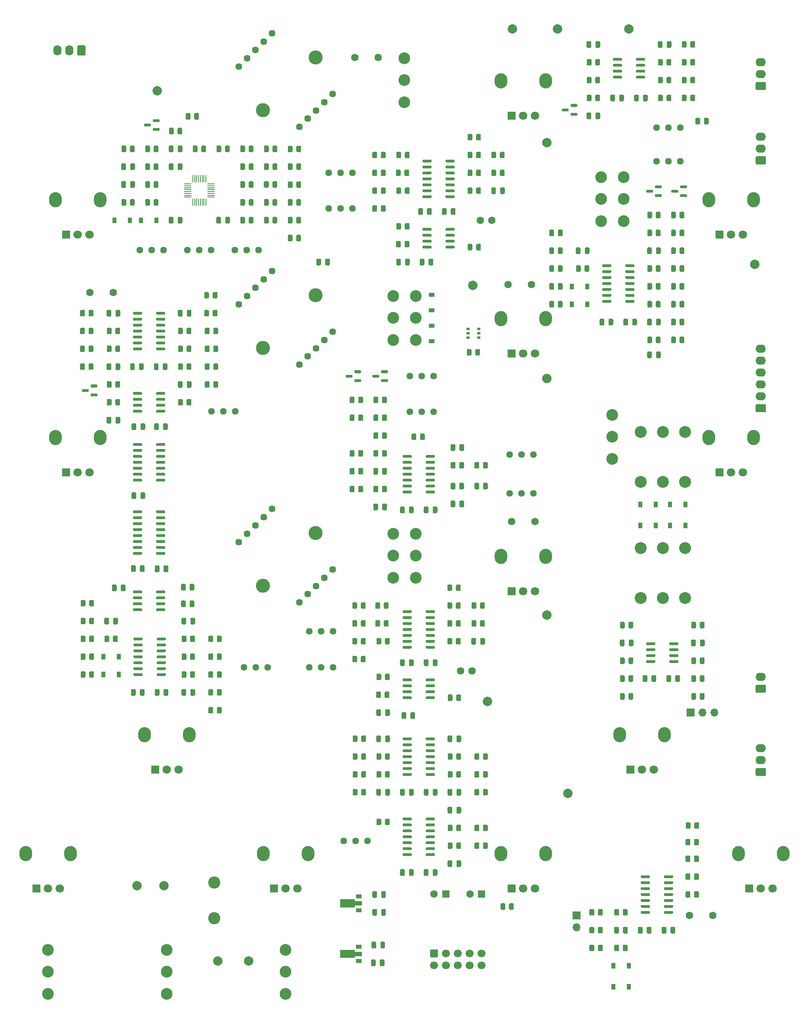
<source format=gbs>
G04 #@! TF.GenerationSoftware,KiCad,Pcbnew,6.0.5+dfsg-1~bpo11+1*
G04 #@! TF.CreationDate,2022-07-23T14:57:50+00:00*
G04 #@! TF.ProjectId,main_VCO_board,6d61696e-5f56-4434-9f5f-626f6172642e,0.1*
G04 #@! TF.SameCoordinates,Original*
G04 #@! TF.FileFunction,Soldermask,Bot*
G04 #@! TF.FilePolarity,Negative*
%FSLAX46Y46*%
G04 Gerber Fmt 4.6, Leading zero omitted, Abs format (unit mm)*
G04 Created by KiCad (PCBNEW 6.0.5+dfsg-1~bpo11+1) date 2022-07-23 14:57:50*
%MOMM*%
%LPD*%
G01*
G04 APERTURE LIST*
%ADD10O,2.720000X3.240000*%
%ADD11R,1.800000X1.800000*%
%ADD12C,1.800000*%
%ADD13C,2.500000*%
%ADD14C,3.000000*%
%ADD15C,1.451600*%
%ADD16C,2.000000*%
%ADD17C,1.440000*%
%ADD18C,1.600000*%
%ADD19C,2.600000*%
%ADD20R,1.300000X0.900000*%
%ADD21O,2.190000X1.740000*%
%ADD22R,1.600000X1.600000*%
%ADD23R,0.900000X1.200000*%
%ADD24O,1.740000X2.190000*%
%ADD25R,1.200000X0.900000*%
%ADD26R,1.700000X1.700000*%
%ADD27O,1.700000X1.700000*%
%ADD28R,1.500000X0.200000*%
%ADD29R,0.200000X1.500000*%
%ADD30C,2.540000*%
%ADD31R,0.700000X0.510000*%
%ADD32C,1.700000*%
G04 APERTURE END LIST*
D10*
X132868000Y-74034000D03*
X142468000Y-74034000D03*
D11*
X135168000Y-81534000D03*
D12*
X137668000Y-81534000D03*
X140168000Y-81534000D03*
D13*
X251968000Y-129414000D03*
X251968000Y-124714000D03*
X251968000Y-120014000D03*
D10*
X288518000Y-213744000D03*
X278918000Y-213744000D03*
D11*
X281218000Y-221244000D03*
D12*
X283718000Y-221244000D03*
X286218000Y-221244000D03*
D10*
X263118000Y-188344000D03*
X253518000Y-188344000D03*
D11*
X255818000Y-195844000D03*
D12*
X258318000Y-195844000D03*
X260818000Y-195844000D03*
D13*
X205103000Y-154814000D03*
X205103000Y-150114000D03*
X205103000Y-145414000D03*
X209933000Y-154814000D03*
X209933000Y-150114000D03*
X209933000Y-145414000D03*
D10*
X151918000Y-188344000D03*
X161518000Y-188344000D03*
D11*
X154218000Y-195844000D03*
D12*
X156718000Y-195844000D03*
X159218000Y-195844000D03*
D10*
X228118000Y-150244000D03*
X237718000Y-150244000D03*
D11*
X230418000Y-157744000D03*
D12*
X232918000Y-157744000D03*
X235418000Y-157744000D03*
D10*
X228118000Y-48644000D03*
X237718000Y-48644000D03*
D11*
X230418000Y-56144000D03*
D12*
X232918000Y-56144000D03*
X235418000Y-56144000D03*
D14*
X188552672Y-43634963D03*
X177238963Y-54948672D03*
D15*
X172112439Y-45579507D03*
X173880206Y-43811740D03*
X175647973Y-42043973D03*
X177415740Y-40276206D03*
X179183507Y-38508439D03*
X192123561Y-51448493D03*
X190355794Y-53216260D03*
X188588027Y-54984027D03*
X186820260Y-56751794D03*
X185052493Y-58519561D03*
D13*
X205103000Y-104014000D03*
X205103000Y-99314000D03*
X205103000Y-94614000D03*
X209933000Y-104014000D03*
X209933000Y-99314000D03*
X209933000Y-94614000D03*
D10*
X272568000Y-74044000D03*
X282168000Y-74044000D03*
D11*
X274868000Y-81544000D03*
D12*
X277368000Y-81544000D03*
X279868000Y-81544000D03*
D14*
X188552672Y-145234963D03*
X177238963Y-156548672D03*
D15*
X172112439Y-147179507D03*
X173880206Y-145411740D03*
X175647973Y-143643973D03*
X177415740Y-141876206D03*
X179183507Y-140108439D03*
X192123561Y-153048493D03*
X190355794Y-154816260D03*
X188588027Y-156584027D03*
X186820260Y-158351794D03*
X185052493Y-160119561D03*
D13*
X156718000Y-243714000D03*
X156718000Y-239014000D03*
X156718000Y-234314000D03*
D14*
X177238963Y-105748672D03*
X188552672Y-94434963D03*
D15*
X172112439Y-96379507D03*
X173880206Y-94611740D03*
X175647973Y-92843973D03*
X177415740Y-91076206D03*
X179183507Y-89308439D03*
X192123561Y-102248493D03*
X190355794Y-104016260D03*
X188588027Y-105784027D03*
X186820260Y-107551794D03*
X185052493Y-109319561D03*
D10*
X228118000Y-213744000D03*
X237718000Y-213744000D03*
D11*
X230418000Y-221244000D03*
D12*
X232918000Y-221244000D03*
X235418000Y-221244000D03*
D13*
X207518000Y-53214000D03*
X207518000Y-48514000D03*
X207518000Y-43814000D03*
X249553000Y-78614000D03*
X249553000Y-73914000D03*
X249553000Y-69214000D03*
X254383000Y-78614000D03*
X254383000Y-73914000D03*
X254383000Y-69214000D03*
D10*
X126518000Y-213744000D03*
X136118000Y-213744000D03*
D11*
X128818000Y-221244000D03*
D12*
X131318000Y-221244000D03*
X133818000Y-221244000D03*
D13*
X131318000Y-243714000D03*
X131318000Y-239014000D03*
X131318000Y-234314000D03*
X182118000Y-243714000D03*
X182118000Y-239014000D03*
X182118000Y-234314000D03*
D10*
X132868000Y-124844000D03*
X142468000Y-124844000D03*
D11*
X135168000Y-132344000D03*
D12*
X137668000Y-132344000D03*
X140168000Y-132344000D03*
D10*
X272568000Y-124844000D03*
X282168000Y-124844000D03*
D11*
X274868000Y-132344000D03*
D12*
X277368000Y-132344000D03*
X279868000Y-132344000D03*
D10*
X237718000Y-99444000D03*
X228118000Y-99444000D03*
D11*
X230418000Y-106944000D03*
D12*
X232918000Y-106944000D03*
X235418000Y-106944000D03*
D10*
X186918000Y-213744000D03*
X177318000Y-213744000D03*
D11*
X179618000Y-221244000D03*
D12*
X182118000Y-221244000D03*
X184618000Y-221244000D03*
D16*
X167640000Y-236728000D03*
G36*
G01*
X261719000Y-45154000D02*
X261719000Y-44254000D01*
G75*
G02*
X261969000Y-44004000I250000J0D01*
G01*
X262494000Y-44004000D01*
G75*
G02*
X262744000Y-44254000I0J-250000D01*
G01*
X262744000Y-45154000D01*
G75*
G02*
X262494000Y-45404000I-250000J0D01*
G01*
X261969000Y-45404000D01*
G75*
G02*
X261719000Y-45154000I0J250000D01*
G01*
G37*
G36*
G01*
X263544000Y-45154000D02*
X263544000Y-44254000D01*
G75*
G02*
X263794000Y-44004000I250000J0D01*
G01*
X264319000Y-44004000D01*
G75*
G02*
X264569000Y-44254000I0J-250000D01*
G01*
X264569000Y-45154000D01*
G75*
G02*
X264319000Y-45404000I-250000J0D01*
G01*
X263794000Y-45404000D01*
G75*
G02*
X263544000Y-45154000I0J250000D01*
G01*
G37*
G36*
G01*
X146738000Y-120683000D02*
X146738000Y-121633000D01*
G75*
G02*
X146488000Y-121883000I-250000J0D01*
G01*
X145988000Y-121883000D01*
G75*
G02*
X145738000Y-121633000I0J250000D01*
G01*
X145738000Y-120683000D01*
G75*
G02*
X145988000Y-120433000I250000J0D01*
G01*
X146488000Y-120433000D01*
G75*
G02*
X146738000Y-120683000I0J-250000D01*
G01*
G37*
G36*
G01*
X144838000Y-120683000D02*
X144838000Y-121633000D01*
G75*
G02*
X144588000Y-121883000I-250000J0D01*
G01*
X144088000Y-121883000D01*
G75*
G02*
X143838000Y-121633000I0J250000D01*
G01*
X143838000Y-120683000D01*
G75*
G02*
X144088000Y-120433000I250000J0D01*
G01*
X144588000Y-120433000D01*
G75*
G02*
X144838000Y-120683000I0J-250000D01*
G01*
G37*
G36*
G01*
X217396000Y-131260000D02*
X217396000Y-130360000D01*
G75*
G02*
X217646000Y-130110000I250000J0D01*
G01*
X218171000Y-130110000D01*
G75*
G02*
X218421000Y-130360000I0J-250000D01*
G01*
X218421000Y-131260000D01*
G75*
G02*
X218171000Y-131510000I-250000J0D01*
G01*
X217646000Y-131510000D01*
G75*
G02*
X217396000Y-131260000I0J250000D01*
G01*
G37*
G36*
G01*
X219221000Y-131260000D02*
X219221000Y-130360000D01*
G75*
G02*
X219471000Y-130110000I250000J0D01*
G01*
X219996000Y-130110000D01*
G75*
G02*
X220246000Y-130360000I0J-250000D01*
G01*
X220246000Y-131260000D01*
G75*
G02*
X219996000Y-131510000I-250000J0D01*
G01*
X219471000Y-131510000D01*
G75*
G02*
X219221000Y-131260000I0J250000D01*
G01*
G37*
D17*
X173218000Y-173990000D03*
X175758000Y-173990000D03*
X178298000Y-173990000D03*
D16*
X156083000Y-220599000D03*
G36*
G01*
X216736000Y-201135000D02*
X216736000Y-200185000D01*
G75*
G02*
X216986000Y-199935000I250000J0D01*
G01*
X217486000Y-199935000D01*
G75*
G02*
X217736000Y-200185000I0J-250000D01*
G01*
X217736000Y-201135000D01*
G75*
G02*
X217486000Y-201385000I-250000J0D01*
G01*
X216986000Y-201385000D01*
G75*
G02*
X216736000Y-201135000I0J250000D01*
G01*
G37*
G36*
G01*
X218636000Y-201135000D02*
X218636000Y-200185000D01*
G75*
G02*
X218886000Y-199935000I250000J0D01*
G01*
X219386000Y-199935000D01*
G75*
G02*
X219636000Y-200185000I0J-250000D01*
G01*
X219636000Y-201135000D01*
G75*
G02*
X219386000Y-201385000I-250000J0D01*
G01*
X218886000Y-201385000D01*
G75*
G02*
X218636000Y-201135000I0J250000D01*
G01*
G37*
G36*
G01*
X149848000Y-62756000D02*
X149848000Y-63656000D01*
G75*
G02*
X149598000Y-63906000I-250000J0D01*
G01*
X149073000Y-63906000D01*
G75*
G02*
X148823000Y-63656000I0J250000D01*
G01*
X148823000Y-62756000D01*
G75*
G02*
X149073000Y-62506000I250000J0D01*
G01*
X149598000Y-62506000D01*
G75*
G02*
X149848000Y-62756000I0J-250000D01*
G01*
G37*
G36*
G01*
X148023000Y-62756000D02*
X148023000Y-63656000D01*
G75*
G02*
X147773000Y-63906000I-250000J0D01*
G01*
X147248000Y-63906000D01*
G75*
G02*
X146998000Y-63656000I0J250000D01*
G01*
X146998000Y-62756000D01*
G75*
G02*
X147248000Y-62506000I250000J0D01*
G01*
X147773000Y-62506000D01*
G75*
G02*
X148023000Y-62756000I0J-250000D01*
G01*
G37*
G36*
G01*
X156358000Y-126215000D02*
X156358000Y-126515000D01*
G75*
G02*
X156208000Y-126665000I-150000J0D01*
G01*
X154558000Y-126665000D01*
G75*
G02*
X154408000Y-126515000I0J150000D01*
G01*
X154408000Y-126215000D01*
G75*
G02*
X154558000Y-126065000I150000J0D01*
G01*
X156208000Y-126065000D01*
G75*
G02*
X156358000Y-126215000I0J-150000D01*
G01*
G37*
G36*
G01*
X156358000Y-127485000D02*
X156358000Y-127785000D01*
G75*
G02*
X156208000Y-127935000I-150000J0D01*
G01*
X154558000Y-127935000D01*
G75*
G02*
X154408000Y-127785000I0J150000D01*
G01*
X154408000Y-127485000D01*
G75*
G02*
X154558000Y-127335000I150000J0D01*
G01*
X156208000Y-127335000D01*
G75*
G02*
X156358000Y-127485000I0J-150000D01*
G01*
G37*
G36*
G01*
X156358000Y-128755000D02*
X156358000Y-129055000D01*
G75*
G02*
X156208000Y-129205000I-150000J0D01*
G01*
X154558000Y-129205000D01*
G75*
G02*
X154408000Y-129055000I0J150000D01*
G01*
X154408000Y-128755000D01*
G75*
G02*
X154558000Y-128605000I150000J0D01*
G01*
X156208000Y-128605000D01*
G75*
G02*
X156358000Y-128755000I0J-150000D01*
G01*
G37*
G36*
G01*
X156358000Y-130025000D02*
X156358000Y-130325000D01*
G75*
G02*
X156208000Y-130475000I-150000J0D01*
G01*
X154558000Y-130475000D01*
G75*
G02*
X154408000Y-130325000I0J150000D01*
G01*
X154408000Y-130025000D01*
G75*
G02*
X154558000Y-129875000I150000J0D01*
G01*
X156208000Y-129875000D01*
G75*
G02*
X156358000Y-130025000I0J-150000D01*
G01*
G37*
G36*
G01*
X156358000Y-131295000D02*
X156358000Y-131595000D01*
G75*
G02*
X156208000Y-131745000I-150000J0D01*
G01*
X154558000Y-131745000D01*
G75*
G02*
X154408000Y-131595000I0J150000D01*
G01*
X154408000Y-131295000D01*
G75*
G02*
X154558000Y-131145000I150000J0D01*
G01*
X156208000Y-131145000D01*
G75*
G02*
X156358000Y-131295000I0J-150000D01*
G01*
G37*
G36*
G01*
X156358000Y-132565000D02*
X156358000Y-132865000D01*
G75*
G02*
X156208000Y-133015000I-150000J0D01*
G01*
X154558000Y-133015000D01*
G75*
G02*
X154408000Y-132865000I0J150000D01*
G01*
X154408000Y-132565000D01*
G75*
G02*
X154558000Y-132415000I150000J0D01*
G01*
X156208000Y-132415000D01*
G75*
G02*
X156358000Y-132565000I0J-150000D01*
G01*
G37*
G36*
G01*
X156358000Y-133835000D02*
X156358000Y-134135000D01*
G75*
G02*
X156208000Y-134285000I-150000J0D01*
G01*
X154558000Y-134285000D01*
G75*
G02*
X154408000Y-134135000I0J150000D01*
G01*
X154408000Y-133835000D01*
G75*
G02*
X154558000Y-133685000I150000J0D01*
G01*
X156208000Y-133685000D01*
G75*
G02*
X156358000Y-133835000I0J-150000D01*
G01*
G37*
G36*
G01*
X151408000Y-133835000D02*
X151408000Y-134135000D01*
G75*
G02*
X151258000Y-134285000I-150000J0D01*
G01*
X149608000Y-134285000D01*
G75*
G02*
X149458000Y-134135000I0J150000D01*
G01*
X149458000Y-133835000D01*
G75*
G02*
X149608000Y-133685000I150000J0D01*
G01*
X151258000Y-133685000D01*
G75*
G02*
X151408000Y-133835000I0J-150000D01*
G01*
G37*
G36*
G01*
X151408000Y-132565000D02*
X151408000Y-132865000D01*
G75*
G02*
X151258000Y-133015000I-150000J0D01*
G01*
X149608000Y-133015000D01*
G75*
G02*
X149458000Y-132865000I0J150000D01*
G01*
X149458000Y-132565000D01*
G75*
G02*
X149608000Y-132415000I150000J0D01*
G01*
X151258000Y-132415000D01*
G75*
G02*
X151408000Y-132565000I0J-150000D01*
G01*
G37*
G36*
G01*
X151408000Y-131295000D02*
X151408000Y-131595000D01*
G75*
G02*
X151258000Y-131745000I-150000J0D01*
G01*
X149608000Y-131745000D01*
G75*
G02*
X149458000Y-131595000I0J150000D01*
G01*
X149458000Y-131295000D01*
G75*
G02*
X149608000Y-131145000I150000J0D01*
G01*
X151258000Y-131145000D01*
G75*
G02*
X151408000Y-131295000I0J-150000D01*
G01*
G37*
G36*
G01*
X151408000Y-130025000D02*
X151408000Y-130325000D01*
G75*
G02*
X151258000Y-130475000I-150000J0D01*
G01*
X149608000Y-130475000D01*
G75*
G02*
X149458000Y-130325000I0J150000D01*
G01*
X149458000Y-130025000D01*
G75*
G02*
X149608000Y-129875000I150000J0D01*
G01*
X151258000Y-129875000D01*
G75*
G02*
X151408000Y-130025000I0J-150000D01*
G01*
G37*
G36*
G01*
X151408000Y-128755000D02*
X151408000Y-129055000D01*
G75*
G02*
X151258000Y-129205000I-150000J0D01*
G01*
X149608000Y-129205000D01*
G75*
G02*
X149458000Y-129055000I0J150000D01*
G01*
X149458000Y-128755000D01*
G75*
G02*
X149608000Y-128605000I150000J0D01*
G01*
X151258000Y-128605000D01*
G75*
G02*
X151408000Y-128755000I0J-150000D01*
G01*
G37*
G36*
G01*
X151408000Y-127485000D02*
X151408000Y-127785000D01*
G75*
G02*
X151258000Y-127935000I-150000J0D01*
G01*
X149608000Y-127935000D01*
G75*
G02*
X149458000Y-127785000I0J150000D01*
G01*
X149458000Y-127485000D01*
G75*
G02*
X149608000Y-127335000I150000J0D01*
G01*
X151258000Y-127335000D01*
G75*
G02*
X151408000Y-127485000I0J-150000D01*
G01*
G37*
G36*
G01*
X151408000Y-126215000D02*
X151408000Y-126515000D01*
G75*
G02*
X151258000Y-126665000I-150000J0D01*
G01*
X149608000Y-126665000D01*
G75*
G02*
X149458000Y-126515000I0J150000D01*
G01*
X149458000Y-126215000D01*
G75*
G02*
X149608000Y-126065000I150000J0D01*
G01*
X151258000Y-126065000D01*
G75*
G02*
X151408000Y-126215000I0J-150000D01*
G01*
G37*
G36*
G01*
X165580000Y-172154000D02*
X165580000Y-171254000D01*
G75*
G02*
X165830000Y-171004000I250000J0D01*
G01*
X166355000Y-171004000D01*
G75*
G02*
X166605000Y-171254000I0J-250000D01*
G01*
X166605000Y-172154000D01*
G75*
G02*
X166355000Y-172404000I-250000J0D01*
G01*
X165830000Y-172404000D01*
G75*
G02*
X165580000Y-172154000I0J250000D01*
G01*
G37*
G36*
G01*
X167405000Y-172154000D02*
X167405000Y-171254000D01*
G75*
G02*
X167655000Y-171004000I250000J0D01*
G01*
X168180000Y-171004000D01*
G75*
G02*
X168430000Y-171254000I0J-250000D01*
G01*
X168430000Y-172154000D01*
G75*
G02*
X168180000Y-172404000I-250000J0D01*
G01*
X167655000Y-172404000D01*
G75*
G02*
X167405000Y-172154000I0J250000D01*
G01*
G37*
G36*
G01*
X159865000Y-168344000D02*
X159865000Y-167444000D01*
G75*
G02*
X160115000Y-167194000I250000J0D01*
G01*
X160640000Y-167194000D01*
G75*
G02*
X160890000Y-167444000I0J-250000D01*
G01*
X160890000Y-168344000D01*
G75*
G02*
X160640000Y-168594000I-250000J0D01*
G01*
X160115000Y-168594000D01*
G75*
G02*
X159865000Y-168344000I0J250000D01*
G01*
G37*
G36*
G01*
X161690000Y-168344000D02*
X161690000Y-167444000D01*
G75*
G02*
X161940000Y-167194000I250000J0D01*
G01*
X162465000Y-167194000D01*
G75*
G02*
X162715000Y-167444000I0J-250000D01*
G01*
X162715000Y-168344000D01*
G75*
G02*
X162465000Y-168594000I-250000J0D01*
G01*
X161940000Y-168594000D01*
G75*
G02*
X161690000Y-168344000I0J250000D01*
G01*
G37*
G36*
G01*
X214016000Y-161902000D02*
X214016000Y-162202000D01*
G75*
G02*
X213866000Y-162352000I-150000J0D01*
G01*
X212216000Y-162352000D01*
G75*
G02*
X212066000Y-162202000I0J150000D01*
G01*
X212066000Y-161902000D01*
G75*
G02*
X212216000Y-161752000I150000J0D01*
G01*
X213866000Y-161752000D01*
G75*
G02*
X214016000Y-161902000I0J-150000D01*
G01*
G37*
G36*
G01*
X214016000Y-163172000D02*
X214016000Y-163472000D01*
G75*
G02*
X213866000Y-163622000I-150000J0D01*
G01*
X212216000Y-163622000D01*
G75*
G02*
X212066000Y-163472000I0J150000D01*
G01*
X212066000Y-163172000D01*
G75*
G02*
X212216000Y-163022000I150000J0D01*
G01*
X213866000Y-163022000D01*
G75*
G02*
X214016000Y-163172000I0J-150000D01*
G01*
G37*
G36*
G01*
X214016000Y-164442000D02*
X214016000Y-164742000D01*
G75*
G02*
X213866000Y-164892000I-150000J0D01*
G01*
X212216000Y-164892000D01*
G75*
G02*
X212066000Y-164742000I0J150000D01*
G01*
X212066000Y-164442000D01*
G75*
G02*
X212216000Y-164292000I150000J0D01*
G01*
X213866000Y-164292000D01*
G75*
G02*
X214016000Y-164442000I0J-150000D01*
G01*
G37*
G36*
G01*
X214016000Y-165712000D02*
X214016000Y-166012000D01*
G75*
G02*
X213866000Y-166162000I-150000J0D01*
G01*
X212216000Y-166162000D01*
G75*
G02*
X212066000Y-166012000I0J150000D01*
G01*
X212066000Y-165712000D01*
G75*
G02*
X212216000Y-165562000I150000J0D01*
G01*
X213866000Y-165562000D01*
G75*
G02*
X214016000Y-165712000I0J-150000D01*
G01*
G37*
G36*
G01*
X214016000Y-166982000D02*
X214016000Y-167282000D01*
G75*
G02*
X213866000Y-167432000I-150000J0D01*
G01*
X212216000Y-167432000D01*
G75*
G02*
X212066000Y-167282000I0J150000D01*
G01*
X212066000Y-166982000D01*
G75*
G02*
X212216000Y-166832000I150000J0D01*
G01*
X213866000Y-166832000D01*
G75*
G02*
X214016000Y-166982000I0J-150000D01*
G01*
G37*
G36*
G01*
X214016000Y-168252000D02*
X214016000Y-168552000D01*
G75*
G02*
X213866000Y-168702000I-150000J0D01*
G01*
X212216000Y-168702000D01*
G75*
G02*
X212066000Y-168552000I0J150000D01*
G01*
X212066000Y-168252000D01*
G75*
G02*
X212216000Y-168102000I150000J0D01*
G01*
X213866000Y-168102000D01*
G75*
G02*
X214016000Y-168252000I0J-150000D01*
G01*
G37*
G36*
G01*
X214016000Y-169522000D02*
X214016000Y-169822000D01*
G75*
G02*
X213866000Y-169972000I-150000J0D01*
G01*
X212216000Y-169972000D01*
G75*
G02*
X212066000Y-169822000I0J150000D01*
G01*
X212066000Y-169522000D01*
G75*
G02*
X212216000Y-169372000I150000J0D01*
G01*
X213866000Y-169372000D01*
G75*
G02*
X214016000Y-169522000I0J-150000D01*
G01*
G37*
G36*
G01*
X209066000Y-169522000D02*
X209066000Y-169822000D01*
G75*
G02*
X208916000Y-169972000I-150000J0D01*
G01*
X207266000Y-169972000D01*
G75*
G02*
X207116000Y-169822000I0J150000D01*
G01*
X207116000Y-169522000D01*
G75*
G02*
X207266000Y-169372000I150000J0D01*
G01*
X208916000Y-169372000D01*
G75*
G02*
X209066000Y-169522000I0J-150000D01*
G01*
G37*
G36*
G01*
X209066000Y-168252000D02*
X209066000Y-168552000D01*
G75*
G02*
X208916000Y-168702000I-150000J0D01*
G01*
X207266000Y-168702000D01*
G75*
G02*
X207116000Y-168552000I0J150000D01*
G01*
X207116000Y-168252000D01*
G75*
G02*
X207266000Y-168102000I150000J0D01*
G01*
X208916000Y-168102000D01*
G75*
G02*
X209066000Y-168252000I0J-150000D01*
G01*
G37*
G36*
G01*
X209066000Y-166982000D02*
X209066000Y-167282000D01*
G75*
G02*
X208916000Y-167432000I-150000J0D01*
G01*
X207266000Y-167432000D01*
G75*
G02*
X207116000Y-167282000I0J150000D01*
G01*
X207116000Y-166982000D01*
G75*
G02*
X207266000Y-166832000I150000J0D01*
G01*
X208916000Y-166832000D01*
G75*
G02*
X209066000Y-166982000I0J-150000D01*
G01*
G37*
G36*
G01*
X209066000Y-165712000D02*
X209066000Y-166012000D01*
G75*
G02*
X208916000Y-166162000I-150000J0D01*
G01*
X207266000Y-166162000D01*
G75*
G02*
X207116000Y-166012000I0J150000D01*
G01*
X207116000Y-165712000D01*
G75*
G02*
X207266000Y-165562000I150000J0D01*
G01*
X208916000Y-165562000D01*
G75*
G02*
X209066000Y-165712000I0J-150000D01*
G01*
G37*
G36*
G01*
X209066000Y-164442000D02*
X209066000Y-164742000D01*
G75*
G02*
X208916000Y-164892000I-150000J0D01*
G01*
X207266000Y-164892000D01*
G75*
G02*
X207116000Y-164742000I0J150000D01*
G01*
X207116000Y-164442000D01*
G75*
G02*
X207266000Y-164292000I150000J0D01*
G01*
X208916000Y-164292000D01*
G75*
G02*
X209066000Y-164442000I0J-150000D01*
G01*
G37*
G36*
G01*
X209066000Y-163172000D02*
X209066000Y-163472000D01*
G75*
G02*
X208916000Y-163622000I-150000J0D01*
G01*
X207266000Y-163622000D01*
G75*
G02*
X207116000Y-163472000I0J150000D01*
G01*
X207116000Y-163172000D01*
G75*
G02*
X207266000Y-163022000I150000J0D01*
G01*
X208916000Y-163022000D01*
G75*
G02*
X209066000Y-163172000I0J-150000D01*
G01*
G37*
G36*
G01*
X209066000Y-161902000D02*
X209066000Y-162202000D01*
G75*
G02*
X208916000Y-162352000I-150000J0D01*
G01*
X207266000Y-162352000D01*
G75*
G02*
X207116000Y-162202000I0J150000D01*
G01*
X207116000Y-161902000D01*
G75*
G02*
X207266000Y-161752000I150000J0D01*
G01*
X208916000Y-161752000D01*
G75*
G02*
X209066000Y-161902000I0J-150000D01*
G01*
G37*
G36*
G01*
X259433000Y-96843000D02*
X259433000Y-95943000D01*
G75*
G02*
X259683000Y-95693000I250000J0D01*
G01*
X260208000Y-95693000D01*
G75*
G02*
X260458000Y-95943000I0J-250000D01*
G01*
X260458000Y-96843000D01*
G75*
G02*
X260208000Y-97093000I-250000J0D01*
G01*
X259683000Y-97093000D01*
G75*
G02*
X259433000Y-96843000I0J250000D01*
G01*
G37*
G36*
G01*
X261258000Y-96843000D02*
X261258000Y-95943000D01*
G75*
G02*
X261508000Y-95693000I250000J0D01*
G01*
X262033000Y-95693000D01*
G75*
G02*
X262283000Y-95943000I0J-250000D01*
G01*
X262283000Y-96843000D01*
G75*
G02*
X262033000Y-97093000I-250000J0D01*
G01*
X261508000Y-97093000D01*
G75*
G02*
X261258000Y-96843000I0J250000D01*
G01*
G37*
G36*
G01*
X140998000Y-97848000D02*
X140998000Y-98748000D01*
G75*
G02*
X140748000Y-98998000I-250000J0D01*
G01*
X140223000Y-98998000D01*
G75*
G02*
X139973000Y-98748000I0J250000D01*
G01*
X139973000Y-97848000D01*
G75*
G02*
X140223000Y-97598000I250000J0D01*
G01*
X140748000Y-97598000D01*
G75*
G02*
X140998000Y-97848000I0J-250000D01*
G01*
G37*
G36*
G01*
X139173000Y-97848000D02*
X139173000Y-98748000D01*
G75*
G02*
X138923000Y-98998000I-250000J0D01*
G01*
X138398000Y-98998000D01*
G75*
G02*
X138148000Y-98748000I0J250000D01*
G01*
X138148000Y-97848000D01*
G75*
G02*
X138398000Y-97598000I250000J0D01*
G01*
X138923000Y-97598000D01*
G75*
G02*
X139173000Y-97848000I0J-250000D01*
G01*
G37*
G36*
G01*
X223864000Y-71686000D02*
X223864000Y-72586000D01*
G75*
G02*
X223614000Y-72836000I-250000J0D01*
G01*
X223089000Y-72836000D01*
G75*
G02*
X222839000Y-72586000I0J250000D01*
G01*
X222839000Y-71686000D01*
G75*
G02*
X223089000Y-71436000I250000J0D01*
G01*
X223614000Y-71436000D01*
G75*
G02*
X223864000Y-71686000I0J-250000D01*
G01*
G37*
G36*
G01*
X222039000Y-71686000D02*
X222039000Y-72586000D01*
G75*
G02*
X221789000Y-72836000I-250000J0D01*
G01*
X221264000Y-72836000D01*
G75*
G02*
X221014000Y-72586000I0J250000D01*
G01*
X221014000Y-71686000D01*
G75*
G02*
X221264000Y-71436000I250000J0D01*
G01*
X221789000Y-71436000D01*
G75*
G02*
X222039000Y-71686000I0J-250000D01*
G01*
G37*
G36*
G01*
X200886000Y-121100000D02*
X200886000Y-120200000D01*
G75*
G02*
X201136000Y-119950000I250000J0D01*
G01*
X201661000Y-119950000D01*
G75*
G02*
X201911000Y-120200000I0J-250000D01*
G01*
X201911000Y-121100000D01*
G75*
G02*
X201661000Y-121350000I-250000J0D01*
G01*
X201136000Y-121350000D01*
G75*
G02*
X200886000Y-121100000I0J250000D01*
G01*
G37*
G36*
G01*
X202711000Y-121100000D02*
X202711000Y-120200000D01*
G75*
G02*
X202961000Y-119950000I250000J0D01*
G01*
X203486000Y-119950000D01*
G75*
G02*
X203736000Y-120200000I0J-250000D01*
G01*
X203736000Y-121100000D01*
G75*
G02*
X203486000Y-121350000I-250000J0D01*
G01*
X202961000Y-121350000D01*
G75*
G02*
X202711000Y-121100000I0J250000D01*
G01*
G37*
G36*
G01*
X149848000Y-74186000D02*
X149848000Y-75086000D01*
G75*
G02*
X149598000Y-75336000I-250000J0D01*
G01*
X149073000Y-75336000D01*
G75*
G02*
X148823000Y-75086000I0J250000D01*
G01*
X148823000Y-74186000D01*
G75*
G02*
X149073000Y-73936000I250000J0D01*
G01*
X149598000Y-73936000D01*
G75*
G02*
X149848000Y-74186000I0J-250000D01*
G01*
G37*
G36*
G01*
X148023000Y-74186000D02*
X148023000Y-75086000D01*
G75*
G02*
X147773000Y-75336000I-250000J0D01*
G01*
X147248000Y-75336000D01*
G75*
G02*
X146998000Y-75086000I0J250000D01*
G01*
X146998000Y-74186000D01*
G75*
G02*
X147248000Y-73936000I250000J0D01*
G01*
X147773000Y-73936000D01*
G75*
G02*
X148023000Y-74186000I0J-250000D01*
G01*
G37*
G36*
G01*
X214016000Y-206225000D02*
X214016000Y-206525000D01*
G75*
G02*
X213866000Y-206675000I-150000J0D01*
G01*
X212216000Y-206675000D01*
G75*
G02*
X212066000Y-206525000I0J150000D01*
G01*
X212066000Y-206225000D01*
G75*
G02*
X212216000Y-206075000I150000J0D01*
G01*
X213866000Y-206075000D01*
G75*
G02*
X214016000Y-206225000I0J-150000D01*
G01*
G37*
G36*
G01*
X214016000Y-207495000D02*
X214016000Y-207795000D01*
G75*
G02*
X213866000Y-207945000I-150000J0D01*
G01*
X212216000Y-207945000D01*
G75*
G02*
X212066000Y-207795000I0J150000D01*
G01*
X212066000Y-207495000D01*
G75*
G02*
X212216000Y-207345000I150000J0D01*
G01*
X213866000Y-207345000D01*
G75*
G02*
X214016000Y-207495000I0J-150000D01*
G01*
G37*
G36*
G01*
X214016000Y-208765000D02*
X214016000Y-209065000D01*
G75*
G02*
X213866000Y-209215000I-150000J0D01*
G01*
X212216000Y-209215000D01*
G75*
G02*
X212066000Y-209065000I0J150000D01*
G01*
X212066000Y-208765000D01*
G75*
G02*
X212216000Y-208615000I150000J0D01*
G01*
X213866000Y-208615000D01*
G75*
G02*
X214016000Y-208765000I0J-150000D01*
G01*
G37*
G36*
G01*
X214016000Y-210035000D02*
X214016000Y-210335000D01*
G75*
G02*
X213866000Y-210485000I-150000J0D01*
G01*
X212216000Y-210485000D01*
G75*
G02*
X212066000Y-210335000I0J150000D01*
G01*
X212066000Y-210035000D01*
G75*
G02*
X212216000Y-209885000I150000J0D01*
G01*
X213866000Y-209885000D01*
G75*
G02*
X214016000Y-210035000I0J-150000D01*
G01*
G37*
G36*
G01*
X214016000Y-211305000D02*
X214016000Y-211605000D01*
G75*
G02*
X213866000Y-211755000I-150000J0D01*
G01*
X212216000Y-211755000D01*
G75*
G02*
X212066000Y-211605000I0J150000D01*
G01*
X212066000Y-211305000D01*
G75*
G02*
X212216000Y-211155000I150000J0D01*
G01*
X213866000Y-211155000D01*
G75*
G02*
X214016000Y-211305000I0J-150000D01*
G01*
G37*
G36*
G01*
X214016000Y-212575000D02*
X214016000Y-212875000D01*
G75*
G02*
X213866000Y-213025000I-150000J0D01*
G01*
X212216000Y-213025000D01*
G75*
G02*
X212066000Y-212875000I0J150000D01*
G01*
X212066000Y-212575000D01*
G75*
G02*
X212216000Y-212425000I150000J0D01*
G01*
X213866000Y-212425000D01*
G75*
G02*
X214016000Y-212575000I0J-150000D01*
G01*
G37*
G36*
G01*
X214016000Y-213845000D02*
X214016000Y-214145000D01*
G75*
G02*
X213866000Y-214295000I-150000J0D01*
G01*
X212216000Y-214295000D01*
G75*
G02*
X212066000Y-214145000I0J150000D01*
G01*
X212066000Y-213845000D01*
G75*
G02*
X212216000Y-213695000I150000J0D01*
G01*
X213866000Y-213695000D01*
G75*
G02*
X214016000Y-213845000I0J-150000D01*
G01*
G37*
G36*
G01*
X209066000Y-213845000D02*
X209066000Y-214145000D01*
G75*
G02*
X208916000Y-214295000I-150000J0D01*
G01*
X207266000Y-214295000D01*
G75*
G02*
X207116000Y-214145000I0J150000D01*
G01*
X207116000Y-213845000D01*
G75*
G02*
X207266000Y-213695000I150000J0D01*
G01*
X208916000Y-213695000D01*
G75*
G02*
X209066000Y-213845000I0J-150000D01*
G01*
G37*
G36*
G01*
X209066000Y-212575000D02*
X209066000Y-212875000D01*
G75*
G02*
X208916000Y-213025000I-150000J0D01*
G01*
X207266000Y-213025000D01*
G75*
G02*
X207116000Y-212875000I0J150000D01*
G01*
X207116000Y-212575000D01*
G75*
G02*
X207266000Y-212425000I150000J0D01*
G01*
X208916000Y-212425000D01*
G75*
G02*
X209066000Y-212575000I0J-150000D01*
G01*
G37*
G36*
G01*
X209066000Y-211305000D02*
X209066000Y-211605000D01*
G75*
G02*
X208916000Y-211755000I-150000J0D01*
G01*
X207266000Y-211755000D01*
G75*
G02*
X207116000Y-211605000I0J150000D01*
G01*
X207116000Y-211305000D01*
G75*
G02*
X207266000Y-211155000I150000J0D01*
G01*
X208916000Y-211155000D01*
G75*
G02*
X209066000Y-211305000I0J-150000D01*
G01*
G37*
G36*
G01*
X209066000Y-210035000D02*
X209066000Y-210335000D01*
G75*
G02*
X208916000Y-210485000I-150000J0D01*
G01*
X207266000Y-210485000D01*
G75*
G02*
X207116000Y-210335000I0J150000D01*
G01*
X207116000Y-210035000D01*
G75*
G02*
X207266000Y-209885000I150000J0D01*
G01*
X208916000Y-209885000D01*
G75*
G02*
X209066000Y-210035000I0J-150000D01*
G01*
G37*
G36*
G01*
X209066000Y-208765000D02*
X209066000Y-209065000D01*
G75*
G02*
X208916000Y-209215000I-150000J0D01*
G01*
X207266000Y-209215000D01*
G75*
G02*
X207116000Y-209065000I0J150000D01*
G01*
X207116000Y-208765000D01*
G75*
G02*
X207266000Y-208615000I150000J0D01*
G01*
X208916000Y-208615000D01*
G75*
G02*
X209066000Y-208765000I0J-150000D01*
G01*
G37*
G36*
G01*
X209066000Y-207495000D02*
X209066000Y-207795000D01*
G75*
G02*
X208916000Y-207945000I-150000J0D01*
G01*
X207266000Y-207945000D01*
G75*
G02*
X207116000Y-207795000I0J150000D01*
G01*
X207116000Y-207495000D01*
G75*
G02*
X207266000Y-207345000I150000J0D01*
G01*
X208916000Y-207345000D01*
G75*
G02*
X209066000Y-207495000I0J-150000D01*
G01*
G37*
G36*
G01*
X209066000Y-206225000D02*
X209066000Y-206525000D01*
G75*
G02*
X208916000Y-206675000I-150000J0D01*
G01*
X207266000Y-206675000D01*
G75*
G02*
X207116000Y-206525000I0J150000D01*
G01*
X207116000Y-206225000D01*
G75*
G02*
X207266000Y-206075000I150000J0D01*
G01*
X208916000Y-206075000D01*
G75*
G02*
X209066000Y-206225000I0J-150000D01*
G01*
G37*
G36*
G01*
X221014000Y-61156000D02*
X221014000Y-60256000D01*
G75*
G02*
X221264000Y-60006000I250000J0D01*
G01*
X221789000Y-60006000D01*
G75*
G02*
X222039000Y-60256000I0J-250000D01*
G01*
X222039000Y-61156000D01*
G75*
G02*
X221789000Y-61406000I-250000J0D01*
G01*
X221264000Y-61406000D01*
G75*
G02*
X221014000Y-61156000I0J250000D01*
G01*
G37*
G36*
G01*
X222839000Y-61156000D02*
X222839000Y-60256000D01*
G75*
G02*
X223089000Y-60006000I250000J0D01*
G01*
X223614000Y-60006000D01*
G75*
G02*
X223864000Y-60256000I0J-250000D01*
G01*
X223864000Y-61156000D01*
G75*
G02*
X223614000Y-61406000I-250000J0D01*
G01*
X223089000Y-61406000D01*
G75*
G02*
X222839000Y-61156000I0J250000D01*
G01*
G37*
D18*
X230443400Y-142824200D03*
X235443400Y-142824200D03*
G36*
G01*
X270473000Y-222054000D02*
X270473000Y-222954000D01*
G75*
G02*
X270223000Y-223204000I-250000J0D01*
G01*
X269698000Y-223204000D01*
G75*
G02*
X269448000Y-222954000I0J250000D01*
G01*
X269448000Y-222054000D01*
G75*
G02*
X269698000Y-221804000I250000J0D01*
G01*
X270223000Y-221804000D01*
G75*
G02*
X270473000Y-222054000I0J-250000D01*
G01*
G37*
G36*
G01*
X268648000Y-222054000D02*
X268648000Y-222954000D01*
G75*
G02*
X268398000Y-223204000I-250000J0D01*
G01*
X267873000Y-223204000D01*
G75*
G02*
X267623000Y-222954000I0J250000D01*
G01*
X267623000Y-222054000D01*
G75*
G02*
X267873000Y-221804000I250000J0D01*
G01*
X268398000Y-221804000D01*
G75*
G02*
X268648000Y-222054000I0J-250000D01*
G01*
G37*
G36*
G01*
X259514000Y-51849000D02*
X259514000Y-52799000D01*
G75*
G02*
X259264000Y-53049000I-250000J0D01*
G01*
X258764000Y-53049000D01*
G75*
G02*
X258514000Y-52799000I0J250000D01*
G01*
X258514000Y-51849000D01*
G75*
G02*
X258764000Y-51599000I250000J0D01*
G01*
X259264000Y-51599000D01*
G75*
G02*
X259514000Y-51849000I0J-250000D01*
G01*
G37*
G36*
G01*
X257614000Y-51849000D02*
X257614000Y-52799000D01*
G75*
G02*
X257364000Y-53049000I-250000J0D01*
G01*
X256864000Y-53049000D01*
G75*
G02*
X256614000Y-52799000I0J250000D01*
G01*
X256614000Y-51849000D01*
G75*
G02*
X256864000Y-51599000I250000J0D01*
G01*
X257364000Y-51599000D01*
G75*
G02*
X257614000Y-51849000I0J-250000D01*
G01*
G37*
G36*
G01*
X182558000Y-82706000D02*
X182558000Y-81806000D01*
G75*
G02*
X182808000Y-81556000I250000J0D01*
G01*
X183333000Y-81556000D01*
G75*
G02*
X183583000Y-81806000I0J-250000D01*
G01*
X183583000Y-82706000D01*
G75*
G02*
X183333000Y-82956000I-250000J0D01*
G01*
X182808000Y-82956000D01*
G75*
G02*
X182558000Y-82706000I0J250000D01*
G01*
G37*
G36*
G01*
X184383000Y-82706000D02*
X184383000Y-81806000D01*
G75*
G02*
X184633000Y-81556000I250000J0D01*
G01*
X185158000Y-81556000D01*
G75*
G02*
X185408000Y-81806000I0J-250000D01*
G01*
X185408000Y-82706000D01*
G75*
G02*
X185158000Y-82956000I-250000J0D01*
G01*
X184633000Y-82956000D01*
G75*
G02*
X184383000Y-82706000I0J250000D01*
G01*
G37*
G36*
G01*
X167668000Y-109278000D02*
X167668000Y-110178000D01*
G75*
G02*
X167418000Y-110428000I-250000J0D01*
G01*
X166893000Y-110428000D01*
G75*
G02*
X166643000Y-110178000I0J250000D01*
G01*
X166643000Y-109278000D01*
G75*
G02*
X166893000Y-109028000I250000J0D01*
G01*
X167418000Y-109028000D01*
G75*
G02*
X167668000Y-109278000I0J-250000D01*
G01*
G37*
G36*
G01*
X165843000Y-109278000D02*
X165843000Y-110178000D01*
G75*
G02*
X165593000Y-110428000I-250000J0D01*
G01*
X165068000Y-110428000D01*
G75*
G02*
X164818000Y-110178000I0J250000D01*
G01*
X164818000Y-109278000D01*
G75*
G02*
X165068000Y-109028000I250000J0D01*
G01*
X165593000Y-109028000D01*
G75*
G02*
X165843000Y-109278000I0J-250000D01*
G01*
G37*
D17*
X229997000Y-136779000D03*
X232537000Y-136779000D03*
X235077000Y-136779000D03*
G36*
G01*
X206576000Y-218280000D02*
X206576000Y-217330000D01*
G75*
G02*
X206826000Y-217080000I250000J0D01*
G01*
X207326000Y-217080000D01*
G75*
G02*
X207576000Y-217330000I0J-250000D01*
G01*
X207576000Y-218280000D01*
G75*
G02*
X207326000Y-218530000I-250000J0D01*
G01*
X206826000Y-218530000D01*
G75*
G02*
X206576000Y-218280000I0J250000D01*
G01*
G37*
G36*
G01*
X208476000Y-218280000D02*
X208476000Y-217330000D01*
G75*
G02*
X208726000Y-217080000I250000J0D01*
G01*
X209226000Y-217080000D01*
G75*
G02*
X209476000Y-217330000I0J-250000D01*
G01*
X209476000Y-218280000D01*
G75*
G02*
X209226000Y-218530000I-250000J0D01*
G01*
X208726000Y-218530000D01*
G75*
G02*
X208476000Y-218280000I0J250000D01*
G01*
G37*
G36*
G01*
X267363000Y-95943000D02*
X267363000Y-96843000D01*
G75*
G02*
X267113000Y-97093000I-250000J0D01*
G01*
X266588000Y-97093000D01*
G75*
G02*
X266338000Y-96843000I0J250000D01*
G01*
X266338000Y-95943000D01*
G75*
G02*
X266588000Y-95693000I250000J0D01*
G01*
X267113000Y-95693000D01*
G75*
G02*
X267363000Y-95943000I0J-250000D01*
G01*
G37*
G36*
G01*
X265538000Y-95943000D02*
X265538000Y-96843000D01*
G75*
G02*
X265288000Y-97093000I-250000J0D01*
G01*
X264763000Y-97093000D01*
G75*
G02*
X264513000Y-96843000I0J250000D01*
G01*
X264513000Y-95943000D01*
G75*
G02*
X264763000Y-95693000I250000J0D01*
G01*
X265288000Y-95693000D01*
G75*
G02*
X265538000Y-95943000I0J-250000D01*
G01*
G37*
G36*
G01*
X214016000Y-189080000D02*
X214016000Y-189380000D01*
G75*
G02*
X213866000Y-189530000I-150000J0D01*
G01*
X212216000Y-189530000D01*
G75*
G02*
X212066000Y-189380000I0J150000D01*
G01*
X212066000Y-189080000D01*
G75*
G02*
X212216000Y-188930000I150000J0D01*
G01*
X213866000Y-188930000D01*
G75*
G02*
X214016000Y-189080000I0J-150000D01*
G01*
G37*
G36*
G01*
X214016000Y-190350000D02*
X214016000Y-190650000D01*
G75*
G02*
X213866000Y-190800000I-150000J0D01*
G01*
X212216000Y-190800000D01*
G75*
G02*
X212066000Y-190650000I0J150000D01*
G01*
X212066000Y-190350000D01*
G75*
G02*
X212216000Y-190200000I150000J0D01*
G01*
X213866000Y-190200000D01*
G75*
G02*
X214016000Y-190350000I0J-150000D01*
G01*
G37*
G36*
G01*
X214016000Y-191620000D02*
X214016000Y-191920000D01*
G75*
G02*
X213866000Y-192070000I-150000J0D01*
G01*
X212216000Y-192070000D01*
G75*
G02*
X212066000Y-191920000I0J150000D01*
G01*
X212066000Y-191620000D01*
G75*
G02*
X212216000Y-191470000I150000J0D01*
G01*
X213866000Y-191470000D01*
G75*
G02*
X214016000Y-191620000I0J-150000D01*
G01*
G37*
G36*
G01*
X214016000Y-192890000D02*
X214016000Y-193190000D01*
G75*
G02*
X213866000Y-193340000I-150000J0D01*
G01*
X212216000Y-193340000D01*
G75*
G02*
X212066000Y-193190000I0J150000D01*
G01*
X212066000Y-192890000D01*
G75*
G02*
X212216000Y-192740000I150000J0D01*
G01*
X213866000Y-192740000D01*
G75*
G02*
X214016000Y-192890000I0J-150000D01*
G01*
G37*
G36*
G01*
X214016000Y-194160000D02*
X214016000Y-194460000D01*
G75*
G02*
X213866000Y-194610000I-150000J0D01*
G01*
X212216000Y-194610000D01*
G75*
G02*
X212066000Y-194460000I0J150000D01*
G01*
X212066000Y-194160000D01*
G75*
G02*
X212216000Y-194010000I150000J0D01*
G01*
X213866000Y-194010000D01*
G75*
G02*
X214016000Y-194160000I0J-150000D01*
G01*
G37*
G36*
G01*
X214016000Y-195430000D02*
X214016000Y-195730000D01*
G75*
G02*
X213866000Y-195880000I-150000J0D01*
G01*
X212216000Y-195880000D01*
G75*
G02*
X212066000Y-195730000I0J150000D01*
G01*
X212066000Y-195430000D01*
G75*
G02*
X212216000Y-195280000I150000J0D01*
G01*
X213866000Y-195280000D01*
G75*
G02*
X214016000Y-195430000I0J-150000D01*
G01*
G37*
G36*
G01*
X214016000Y-196700000D02*
X214016000Y-197000000D01*
G75*
G02*
X213866000Y-197150000I-150000J0D01*
G01*
X212216000Y-197150000D01*
G75*
G02*
X212066000Y-197000000I0J150000D01*
G01*
X212066000Y-196700000D01*
G75*
G02*
X212216000Y-196550000I150000J0D01*
G01*
X213866000Y-196550000D01*
G75*
G02*
X214016000Y-196700000I0J-150000D01*
G01*
G37*
G36*
G01*
X209066000Y-196700000D02*
X209066000Y-197000000D01*
G75*
G02*
X208916000Y-197150000I-150000J0D01*
G01*
X207266000Y-197150000D01*
G75*
G02*
X207116000Y-197000000I0J150000D01*
G01*
X207116000Y-196700000D01*
G75*
G02*
X207266000Y-196550000I150000J0D01*
G01*
X208916000Y-196550000D01*
G75*
G02*
X209066000Y-196700000I0J-150000D01*
G01*
G37*
G36*
G01*
X209066000Y-195430000D02*
X209066000Y-195730000D01*
G75*
G02*
X208916000Y-195880000I-150000J0D01*
G01*
X207266000Y-195880000D01*
G75*
G02*
X207116000Y-195730000I0J150000D01*
G01*
X207116000Y-195430000D01*
G75*
G02*
X207266000Y-195280000I150000J0D01*
G01*
X208916000Y-195280000D01*
G75*
G02*
X209066000Y-195430000I0J-150000D01*
G01*
G37*
G36*
G01*
X209066000Y-194160000D02*
X209066000Y-194460000D01*
G75*
G02*
X208916000Y-194610000I-150000J0D01*
G01*
X207266000Y-194610000D01*
G75*
G02*
X207116000Y-194460000I0J150000D01*
G01*
X207116000Y-194160000D01*
G75*
G02*
X207266000Y-194010000I150000J0D01*
G01*
X208916000Y-194010000D01*
G75*
G02*
X209066000Y-194160000I0J-150000D01*
G01*
G37*
G36*
G01*
X209066000Y-192890000D02*
X209066000Y-193190000D01*
G75*
G02*
X208916000Y-193340000I-150000J0D01*
G01*
X207266000Y-193340000D01*
G75*
G02*
X207116000Y-193190000I0J150000D01*
G01*
X207116000Y-192890000D01*
G75*
G02*
X207266000Y-192740000I150000J0D01*
G01*
X208916000Y-192740000D01*
G75*
G02*
X209066000Y-192890000I0J-150000D01*
G01*
G37*
G36*
G01*
X209066000Y-191620000D02*
X209066000Y-191920000D01*
G75*
G02*
X208916000Y-192070000I-150000J0D01*
G01*
X207266000Y-192070000D01*
G75*
G02*
X207116000Y-191920000I0J150000D01*
G01*
X207116000Y-191620000D01*
G75*
G02*
X207266000Y-191470000I150000J0D01*
G01*
X208916000Y-191470000D01*
G75*
G02*
X209066000Y-191620000I0J-150000D01*
G01*
G37*
G36*
G01*
X209066000Y-190350000D02*
X209066000Y-190650000D01*
G75*
G02*
X208916000Y-190800000I-150000J0D01*
G01*
X207266000Y-190800000D01*
G75*
G02*
X207116000Y-190650000I0J150000D01*
G01*
X207116000Y-190350000D01*
G75*
G02*
X207266000Y-190200000I150000J0D01*
G01*
X208916000Y-190200000D01*
G75*
G02*
X209066000Y-190350000I0J-150000D01*
G01*
G37*
G36*
G01*
X209066000Y-189080000D02*
X209066000Y-189380000D01*
G75*
G02*
X208916000Y-189530000I-150000J0D01*
G01*
X207266000Y-189530000D01*
G75*
G02*
X207116000Y-189380000I0J150000D01*
G01*
X207116000Y-189080000D01*
G75*
G02*
X207266000Y-188930000I150000J0D01*
G01*
X208916000Y-188930000D01*
G75*
G02*
X209066000Y-189080000I0J-150000D01*
G01*
G37*
G36*
G01*
X226069000Y-72611000D02*
X226069000Y-71661000D01*
G75*
G02*
X226319000Y-71411000I250000J0D01*
G01*
X226819000Y-71411000D01*
G75*
G02*
X227069000Y-71661000I0J-250000D01*
G01*
X227069000Y-72611000D01*
G75*
G02*
X226819000Y-72861000I-250000J0D01*
G01*
X226319000Y-72861000D01*
G75*
G02*
X226069000Y-72611000I0J250000D01*
G01*
G37*
G36*
G01*
X227969000Y-72611000D02*
X227969000Y-71661000D01*
G75*
G02*
X228219000Y-71411000I250000J0D01*
G01*
X228719000Y-71411000D01*
G75*
G02*
X228969000Y-71661000I0J-250000D01*
G01*
X228969000Y-72611000D01*
G75*
G02*
X228719000Y-72861000I-250000J0D01*
G01*
X228219000Y-72861000D01*
G75*
G02*
X227969000Y-72611000I0J250000D01*
G01*
G37*
G36*
G01*
X141125000Y-159824000D02*
X141125000Y-160724000D01*
G75*
G02*
X140875000Y-160974000I-250000J0D01*
G01*
X140350000Y-160974000D01*
G75*
G02*
X140100000Y-160724000I0J250000D01*
G01*
X140100000Y-159824000D01*
G75*
G02*
X140350000Y-159574000I250000J0D01*
G01*
X140875000Y-159574000D01*
G75*
G02*
X141125000Y-159824000I0J-250000D01*
G01*
G37*
G36*
G01*
X139300000Y-159824000D02*
X139300000Y-160724000D01*
G75*
G02*
X139050000Y-160974000I-250000J0D01*
G01*
X138525000Y-160974000D01*
G75*
G02*
X138275000Y-160724000I0J250000D01*
G01*
X138275000Y-159824000D01*
G75*
G02*
X138525000Y-159574000I250000J0D01*
G01*
X139050000Y-159574000D01*
G75*
G02*
X139300000Y-159824000I0J-250000D01*
G01*
G37*
G36*
G01*
X170168000Y-62756000D02*
X170168000Y-63656000D01*
G75*
G02*
X169918000Y-63906000I-250000J0D01*
G01*
X169393000Y-63906000D01*
G75*
G02*
X169143000Y-63656000I0J250000D01*
G01*
X169143000Y-62756000D01*
G75*
G02*
X169393000Y-62506000I250000J0D01*
G01*
X169918000Y-62506000D01*
G75*
G02*
X170168000Y-62756000I0J-250000D01*
G01*
G37*
G36*
G01*
X168343000Y-62756000D02*
X168343000Y-63656000D01*
G75*
G02*
X168093000Y-63906000I-250000J0D01*
G01*
X167568000Y-63906000D01*
G75*
G02*
X167318000Y-63656000I0J250000D01*
G01*
X167318000Y-62756000D01*
G75*
G02*
X167568000Y-62506000I250000J0D01*
G01*
X168093000Y-62506000D01*
G75*
G02*
X168343000Y-62756000I0J-250000D01*
G01*
G37*
G36*
G01*
X182558000Y-78896000D02*
X182558000Y-77996000D01*
G75*
G02*
X182808000Y-77746000I250000J0D01*
G01*
X183333000Y-77746000D01*
G75*
G02*
X183583000Y-77996000I0J-250000D01*
G01*
X183583000Y-78896000D01*
G75*
G02*
X183333000Y-79146000I-250000J0D01*
G01*
X182808000Y-79146000D01*
G75*
G02*
X182558000Y-78896000I0J250000D01*
G01*
G37*
G36*
G01*
X184383000Y-78896000D02*
X184383000Y-77996000D01*
G75*
G02*
X184633000Y-77746000I250000J0D01*
G01*
X185158000Y-77746000D01*
G75*
G02*
X185408000Y-77996000I0J-250000D01*
G01*
X185408000Y-78896000D01*
G75*
G02*
X185158000Y-79146000I-250000J0D01*
G01*
X184633000Y-79146000D01*
G75*
G02*
X184383000Y-78896000I0J250000D01*
G01*
G37*
G36*
G01*
X267623000Y-215334000D02*
X267623000Y-214434000D01*
G75*
G02*
X267873000Y-214184000I250000J0D01*
G01*
X268398000Y-214184000D01*
G75*
G02*
X268648000Y-214434000I0J-250000D01*
G01*
X268648000Y-215334000D01*
G75*
G02*
X268398000Y-215584000I-250000J0D01*
G01*
X267873000Y-215584000D01*
G75*
G02*
X267623000Y-215334000I0J250000D01*
G01*
G37*
G36*
G01*
X269448000Y-215334000D02*
X269448000Y-214434000D01*
G75*
G02*
X269698000Y-214184000I250000J0D01*
G01*
X270223000Y-214184000D01*
G75*
G02*
X270473000Y-214434000I0J-250000D01*
G01*
X270473000Y-215334000D01*
G75*
G02*
X270223000Y-215584000I-250000J0D01*
G01*
X269698000Y-215584000D01*
G75*
G02*
X269448000Y-215334000I0J250000D01*
G01*
G37*
G36*
G01*
X249354000Y-55659000D02*
X249354000Y-56609000D01*
G75*
G02*
X249104000Y-56859000I-250000J0D01*
G01*
X248604000Y-56859000D01*
G75*
G02*
X248354000Y-56609000I0J250000D01*
G01*
X248354000Y-55659000D01*
G75*
G02*
X248604000Y-55409000I250000J0D01*
G01*
X249104000Y-55409000D01*
G75*
G02*
X249354000Y-55659000I0J-250000D01*
G01*
G37*
G36*
G01*
X247454000Y-55659000D02*
X247454000Y-56609000D01*
G75*
G02*
X247204000Y-56859000I-250000J0D01*
G01*
X246704000Y-56859000D01*
G75*
G02*
X246454000Y-56609000I0J250000D01*
G01*
X246454000Y-55659000D01*
G75*
G02*
X246704000Y-55409000I250000J0D01*
G01*
X247204000Y-55409000D01*
G75*
G02*
X247454000Y-55659000I0J-250000D01*
G01*
G37*
G36*
G01*
X267623000Y-219144000D02*
X267623000Y-218244000D01*
G75*
G02*
X267873000Y-217994000I250000J0D01*
G01*
X268398000Y-217994000D01*
G75*
G02*
X268648000Y-218244000I0J-250000D01*
G01*
X268648000Y-219144000D01*
G75*
G02*
X268398000Y-219394000I-250000J0D01*
G01*
X267873000Y-219394000D01*
G75*
G02*
X267623000Y-219144000I0J250000D01*
G01*
G37*
G36*
G01*
X269448000Y-219144000D02*
X269448000Y-218244000D01*
G75*
G02*
X269698000Y-217994000I250000J0D01*
G01*
X270223000Y-217994000D01*
G75*
G02*
X270473000Y-218244000I0J-250000D01*
G01*
X270473000Y-219144000D01*
G75*
G02*
X270223000Y-219394000I-250000J0D01*
G01*
X269698000Y-219394000D01*
G75*
G02*
X269448000Y-219144000I0J250000D01*
G01*
G37*
X194554000Y-211074000D03*
X197094000Y-211074000D03*
X199634000Y-211074000D03*
G36*
G01*
X200645500Y-222979000D02*
X200645500Y-222029000D01*
G75*
G02*
X200895500Y-221779000I250000J0D01*
G01*
X201395500Y-221779000D01*
G75*
G02*
X201645500Y-222029000I0J-250000D01*
G01*
X201645500Y-222979000D01*
G75*
G02*
X201395500Y-223229000I-250000J0D01*
G01*
X200895500Y-223229000D01*
G75*
G02*
X200645500Y-222979000I0J250000D01*
G01*
G37*
G36*
G01*
X202545500Y-222979000D02*
X202545500Y-222029000D01*
G75*
G02*
X202795500Y-221779000I250000J0D01*
G01*
X203295500Y-221779000D01*
G75*
G02*
X203545500Y-222029000I0J-250000D01*
G01*
X203545500Y-222979000D01*
G75*
G02*
X203295500Y-223229000I-250000J0D01*
G01*
X202795500Y-223229000D01*
G75*
G02*
X202545500Y-222979000I0J250000D01*
G01*
G37*
G36*
G01*
X204117000Y-164142000D02*
X204117000Y-165042000D01*
G75*
G02*
X203867000Y-165292000I-250000J0D01*
G01*
X203342000Y-165292000D01*
G75*
G02*
X203092000Y-165042000I0J250000D01*
G01*
X203092000Y-164142000D01*
G75*
G02*
X203342000Y-163892000I250000J0D01*
G01*
X203867000Y-163892000D01*
G75*
G02*
X204117000Y-164142000I0J-250000D01*
G01*
G37*
G36*
G01*
X202292000Y-164142000D02*
X202292000Y-165042000D01*
G75*
G02*
X202042000Y-165292000I-250000J0D01*
G01*
X201517000Y-165292000D01*
G75*
G02*
X201267000Y-165042000I0J250000D01*
G01*
X201267000Y-164142000D01*
G75*
G02*
X201517000Y-163892000I250000J0D01*
G01*
X202042000Y-163892000D01*
G75*
G02*
X202292000Y-164142000I0J-250000D01*
G01*
G37*
G36*
G01*
X221014000Y-64966000D02*
X221014000Y-64066000D01*
G75*
G02*
X221264000Y-63816000I250000J0D01*
G01*
X221789000Y-63816000D01*
G75*
G02*
X222039000Y-64066000I0J-250000D01*
G01*
X222039000Y-64966000D01*
G75*
G02*
X221789000Y-65216000I-250000J0D01*
G01*
X221264000Y-65216000D01*
G75*
G02*
X221014000Y-64966000I0J250000D01*
G01*
G37*
G36*
G01*
X222839000Y-64966000D02*
X222839000Y-64066000D01*
G75*
G02*
X223089000Y-63816000I250000J0D01*
G01*
X223614000Y-63816000D01*
G75*
G02*
X223864000Y-64066000I0J-250000D01*
G01*
X223864000Y-64966000D01*
G75*
G02*
X223614000Y-65216000I-250000J0D01*
G01*
X223089000Y-65216000D01*
G75*
G02*
X222839000Y-64966000I0J250000D01*
G01*
G37*
D16*
X222123000Y-92329000D03*
G36*
G01*
X201521000Y-207460000D02*
X201521000Y-206560000D01*
G75*
G02*
X201771000Y-206310000I250000J0D01*
G01*
X202296000Y-206310000D01*
G75*
G02*
X202546000Y-206560000I0J-250000D01*
G01*
X202546000Y-207460000D01*
G75*
G02*
X202296000Y-207710000I-250000J0D01*
G01*
X201771000Y-207710000D01*
G75*
G02*
X201521000Y-207460000I0J250000D01*
G01*
G37*
G36*
G01*
X203346000Y-207460000D02*
X203346000Y-206560000D01*
G75*
G02*
X203596000Y-206310000I250000J0D01*
G01*
X204121000Y-206310000D01*
G75*
G02*
X204371000Y-206560000I0J-250000D01*
G01*
X204371000Y-207460000D01*
G75*
G02*
X204121000Y-207710000I-250000J0D01*
G01*
X203596000Y-207710000D01*
G75*
G02*
X203346000Y-207460000I0J250000D01*
G01*
G37*
G36*
G01*
X249329000Y-48064000D02*
X249329000Y-48964000D01*
G75*
G02*
X249079000Y-49214000I-250000J0D01*
G01*
X248554000Y-49214000D01*
G75*
G02*
X248304000Y-48964000I0J250000D01*
G01*
X248304000Y-48064000D01*
G75*
G02*
X248554000Y-47814000I250000J0D01*
G01*
X249079000Y-47814000D01*
G75*
G02*
X249329000Y-48064000I0J-250000D01*
G01*
G37*
G36*
G01*
X247504000Y-48064000D02*
X247504000Y-48964000D01*
G75*
G02*
X247254000Y-49214000I-250000J0D01*
G01*
X246729000Y-49214000D01*
G75*
G02*
X246479000Y-48964000I0J250000D01*
G01*
X246479000Y-48064000D01*
G75*
G02*
X246729000Y-47814000I250000J0D01*
G01*
X247254000Y-47814000D01*
G75*
G02*
X247504000Y-48064000I0J-250000D01*
G01*
G37*
G36*
G01*
X204371000Y-196400000D02*
X204371000Y-197300000D01*
G75*
G02*
X204121000Y-197550000I-250000J0D01*
G01*
X203596000Y-197550000D01*
G75*
G02*
X203346000Y-197300000I0J250000D01*
G01*
X203346000Y-196400000D01*
G75*
G02*
X203596000Y-196150000I250000J0D01*
G01*
X204121000Y-196150000D01*
G75*
G02*
X204371000Y-196400000I0J-250000D01*
G01*
G37*
G36*
G01*
X202546000Y-196400000D02*
X202546000Y-197300000D01*
G75*
G02*
X202296000Y-197550000I-250000J0D01*
G01*
X201771000Y-197550000D01*
G75*
G02*
X201521000Y-197300000I0J250000D01*
G01*
X201521000Y-196400000D01*
G75*
G02*
X201771000Y-196150000I250000J0D01*
G01*
X202296000Y-196150000D01*
G75*
G02*
X202546000Y-196400000I0J-250000D01*
G01*
G37*
D19*
X166878000Y-219964000D03*
X166878000Y-227584000D03*
G36*
G01*
X225326000Y-207830000D02*
X225326000Y-208730000D01*
G75*
G02*
X225076000Y-208980000I-250000J0D01*
G01*
X224551000Y-208980000D01*
G75*
G02*
X224301000Y-208730000I0J250000D01*
G01*
X224301000Y-207830000D01*
G75*
G02*
X224551000Y-207580000I250000J0D01*
G01*
X225076000Y-207580000D01*
G75*
G02*
X225326000Y-207830000I0J-250000D01*
G01*
G37*
G36*
G01*
X223501000Y-207830000D02*
X223501000Y-208730000D01*
G75*
G02*
X223251000Y-208980000I-250000J0D01*
G01*
X222726000Y-208980000D01*
G75*
G02*
X222476000Y-208730000I0J250000D01*
G01*
X222476000Y-207830000D01*
G75*
G02*
X222726000Y-207580000I250000J0D01*
G01*
X223251000Y-207580000D01*
G75*
G02*
X223501000Y-207830000I0J-250000D01*
G01*
G37*
G36*
G01*
X196376000Y-172662000D02*
X196376000Y-171762000D01*
G75*
G02*
X196626000Y-171512000I250000J0D01*
G01*
X197151000Y-171512000D01*
G75*
G02*
X197401000Y-171762000I0J-250000D01*
G01*
X197401000Y-172662000D01*
G75*
G02*
X197151000Y-172912000I-250000J0D01*
G01*
X196626000Y-172912000D01*
G75*
G02*
X196376000Y-172662000I0J250000D01*
G01*
G37*
G36*
G01*
X198201000Y-172662000D02*
X198201000Y-171762000D01*
G75*
G02*
X198451000Y-171512000I250000J0D01*
G01*
X198976000Y-171512000D01*
G75*
G02*
X199226000Y-171762000I0J-250000D01*
G01*
X199226000Y-172662000D01*
G75*
G02*
X198976000Y-172912000I-250000J0D01*
G01*
X198451000Y-172912000D01*
G75*
G02*
X198201000Y-172662000I0J250000D01*
G01*
G37*
G36*
G01*
X204396000Y-200185000D02*
X204396000Y-201135000D01*
G75*
G02*
X204146000Y-201385000I-250000J0D01*
G01*
X203646000Y-201385000D01*
G75*
G02*
X203396000Y-201135000I0J250000D01*
G01*
X203396000Y-200185000D01*
G75*
G02*
X203646000Y-199935000I250000J0D01*
G01*
X204146000Y-199935000D01*
G75*
G02*
X204396000Y-200185000I0J-250000D01*
G01*
G37*
G36*
G01*
X202496000Y-200185000D02*
X202496000Y-201135000D01*
G75*
G02*
X202246000Y-201385000I-250000J0D01*
G01*
X201746000Y-201385000D01*
G75*
G02*
X201496000Y-201135000I0J250000D01*
G01*
X201496000Y-200185000D01*
G75*
G02*
X201746000Y-199935000I250000J0D01*
G01*
X202246000Y-199935000D01*
G75*
G02*
X202496000Y-200185000I0J-250000D01*
G01*
G37*
G36*
G01*
X219611000Y-207830000D02*
X219611000Y-208730000D01*
G75*
G02*
X219361000Y-208980000I-250000J0D01*
G01*
X218836000Y-208980000D01*
G75*
G02*
X218586000Y-208730000I0J250000D01*
G01*
X218586000Y-207830000D01*
G75*
G02*
X218836000Y-207580000I250000J0D01*
G01*
X219361000Y-207580000D01*
G75*
G02*
X219611000Y-207830000I0J-250000D01*
G01*
G37*
G36*
G01*
X217786000Y-207830000D02*
X217786000Y-208730000D01*
G75*
G02*
X217536000Y-208980000I-250000J0D01*
G01*
X217011000Y-208980000D01*
G75*
G02*
X216761000Y-208730000I0J250000D01*
G01*
X216761000Y-207830000D01*
G75*
G02*
X217011000Y-207580000I250000J0D01*
G01*
X217536000Y-207580000D01*
G75*
G02*
X217786000Y-207830000I0J-250000D01*
G01*
G37*
G36*
G01*
X167293000Y-78921000D02*
X167293000Y-77971000D01*
G75*
G02*
X167543000Y-77721000I250000J0D01*
G01*
X168043000Y-77721000D01*
G75*
G02*
X168293000Y-77971000I0J-250000D01*
G01*
X168293000Y-78921000D01*
G75*
G02*
X168043000Y-79171000I-250000J0D01*
G01*
X167543000Y-79171000D01*
G75*
G02*
X167293000Y-78921000I0J250000D01*
G01*
G37*
G36*
G01*
X169193000Y-78921000D02*
X169193000Y-77971000D01*
G75*
G02*
X169443000Y-77721000I250000J0D01*
G01*
X169943000Y-77721000D01*
G75*
G02*
X170193000Y-77971000I0J-250000D01*
G01*
X170193000Y-78921000D01*
G75*
G02*
X169943000Y-79171000I-250000J0D01*
G01*
X169443000Y-79171000D01*
G75*
G02*
X169193000Y-78921000I0J250000D01*
G01*
G37*
G36*
G01*
X156485000Y-167744000D02*
X156485000Y-168044000D01*
G75*
G02*
X156335000Y-168194000I-150000J0D01*
G01*
X154685000Y-168194000D01*
G75*
G02*
X154535000Y-168044000I0J150000D01*
G01*
X154535000Y-167744000D01*
G75*
G02*
X154685000Y-167594000I150000J0D01*
G01*
X156335000Y-167594000D01*
G75*
G02*
X156485000Y-167744000I0J-150000D01*
G01*
G37*
G36*
G01*
X156485000Y-169014000D02*
X156485000Y-169314000D01*
G75*
G02*
X156335000Y-169464000I-150000J0D01*
G01*
X154685000Y-169464000D01*
G75*
G02*
X154535000Y-169314000I0J150000D01*
G01*
X154535000Y-169014000D01*
G75*
G02*
X154685000Y-168864000I150000J0D01*
G01*
X156335000Y-168864000D01*
G75*
G02*
X156485000Y-169014000I0J-150000D01*
G01*
G37*
G36*
G01*
X156485000Y-170284000D02*
X156485000Y-170584000D01*
G75*
G02*
X156335000Y-170734000I-150000J0D01*
G01*
X154685000Y-170734000D01*
G75*
G02*
X154535000Y-170584000I0J150000D01*
G01*
X154535000Y-170284000D01*
G75*
G02*
X154685000Y-170134000I150000J0D01*
G01*
X156335000Y-170134000D01*
G75*
G02*
X156485000Y-170284000I0J-150000D01*
G01*
G37*
G36*
G01*
X156485000Y-171554000D02*
X156485000Y-171854000D01*
G75*
G02*
X156335000Y-172004000I-150000J0D01*
G01*
X154685000Y-172004000D01*
G75*
G02*
X154535000Y-171854000I0J150000D01*
G01*
X154535000Y-171554000D01*
G75*
G02*
X154685000Y-171404000I150000J0D01*
G01*
X156335000Y-171404000D01*
G75*
G02*
X156485000Y-171554000I0J-150000D01*
G01*
G37*
G36*
G01*
X156485000Y-172824000D02*
X156485000Y-173124000D01*
G75*
G02*
X156335000Y-173274000I-150000J0D01*
G01*
X154685000Y-173274000D01*
G75*
G02*
X154535000Y-173124000I0J150000D01*
G01*
X154535000Y-172824000D01*
G75*
G02*
X154685000Y-172674000I150000J0D01*
G01*
X156335000Y-172674000D01*
G75*
G02*
X156485000Y-172824000I0J-150000D01*
G01*
G37*
G36*
G01*
X156485000Y-174094000D02*
X156485000Y-174394000D01*
G75*
G02*
X156335000Y-174544000I-150000J0D01*
G01*
X154685000Y-174544000D01*
G75*
G02*
X154535000Y-174394000I0J150000D01*
G01*
X154535000Y-174094000D01*
G75*
G02*
X154685000Y-173944000I150000J0D01*
G01*
X156335000Y-173944000D01*
G75*
G02*
X156485000Y-174094000I0J-150000D01*
G01*
G37*
G36*
G01*
X156485000Y-175364000D02*
X156485000Y-175664000D01*
G75*
G02*
X156335000Y-175814000I-150000J0D01*
G01*
X154685000Y-175814000D01*
G75*
G02*
X154535000Y-175664000I0J150000D01*
G01*
X154535000Y-175364000D01*
G75*
G02*
X154685000Y-175214000I150000J0D01*
G01*
X156335000Y-175214000D01*
G75*
G02*
X156485000Y-175364000I0J-150000D01*
G01*
G37*
G36*
G01*
X151535000Y-175364000D02*
X151535000Y-175664000D01*
G75*
G02*
X151385000Y-175814000I-150000J0D01*
G01*
X149735000Y-175814000D01*
G75*
G02*
X149585000Y-175664000I0J150000D01*
G01*
X149585000Y-175364000D01*
G75*
G02*
X149735000Y-175214000I150000J0D01*
G01*
X151385000Y-175214000D01*
G75*
G02*
X151535000Y-175364000I0J-150000D01*
G01*
G37*
G36*
G01*
X151535000Y-174094000D02*
X151535000Y-174394000D01*
G75*
G02*
X151385000Y-174544000I-150000J0D01*
G01*
X149735000Y-174544000D01*
G75*
G02*
X149585000Y-174394000I0J150000D01*
G01*
X149585000Y-174094000D01*
G75*
G02*
X149735000Y-173944000I150000J0D01*
G01*
X151385000Y-173944000D01*
G75*
G02*
X151535000Y-174094000I0J-150000D01*
G01*
G37*
G36*
G01*
X151535000Y-172824000D02*
X151535000Y-173124000D01*
G75*
G02*
X151385000Y-173274000I-150000J0D01*
G01*
X149735000Y-173274000D01*
G75*
G02*
X149585000Y-173124000I0J150000D01*
G01*
X149585000Y-172824000D01*
G75*
G02*
X149735000Y-172674000I150000J0D01*
G01*
X151385000Y-172674000D01*
G75*
G02*
X151535000Y-172824000I0J-150000D01*
G01*
G37*
G36*
G01*
X151535000Y-171554000D02*
X151535000Y-171854000D01*
G75*
G02*
X151385000Y-172004000I-150000J0D01*
G01*
X149735000Y-172004000D01*
G75*
G02*
X149585000Y-171854000I0J150000D01*
G01*
X149585000Y-171554000D01*
G75*
G02*
X149735000Y-171404000I150000J0D01*
G01*
X151385000Y-171404000D01*
G75*
G02*
X151535000Y-171554000I0J-150000D01*
G01*
G37*
G36*
G01*
X151535000Y-170284000D02*
X151535000Y-170584000D01*
G75*
G02*
X151385000Y-170734000I-150000J0D01*
G01*
X149735000Y-170734000D01*
G75*
G02*
X149585000Y-170584000I0J150000D01*
G01*
X149585000Y-170284000D01*
G75*
G02*
X149735000Y-170134000I150000J0D01*
G01*
X151385000Y-170134000D01*
G75*
G02*
X151535000Y-170284000I0J-150000D01*
G01*
G37*
G36*
G01*
X151535000Y-169014000D02*
X151535000Y-169314000D01*
G75*
G02*
X151385000Y-169464000I-150000J0D01*
G01*
X149735000Y-169464000D01*
G75*
G02*
X149585000Y-169314000I0J150000D01*
G01*
X149585000Y-169014000D01*
G75*
G02*
X149735000Y-168864000I150000J0D01*
G01*
X151385000Y-168864000D01*
G75*
G02*
X151535000Y-169014000I0J-150000D01*
G01*
G37*
G36*
G01*
X151535000Y-167744000D02*
X151535000Y-168044000D01*
G75*
G02*
X151385000Y-168194000I-150000J0D01*
G01*
X149735000Y-168194000D01*
G75*
G02*
X149585000Y-168044000I0J150000D01*
G01*
X149585000Y-167744000D01*
G75*
G02*
X149735000Y-167594000I150000J0D01*
G01*
X151385000Y-167594000D01*
G75*
G02*
X151535000Y-167744000I0J-150000D01*
G01*
G37*
G36*
G01*
X241328000Y-84513000D02*
X241328000Y-85413000D01*
G75*
G02*
X241078000Y-85663000I-250000J0D01*
G01*
X240553000Y-85663000D01*
G75*
G02*
X240303000Y-85413000I0J250000D01*
G01*
X240303000Y-84513000D01*
G75*
G02*
X240553000Y-84263000I250000J0D01*
G01*
X241078000Y-84263000D01*
G75*
G02*
X241328000Y-84513000I0J-250000D01*
G01*
G37*
G36*
G01*
X239503000Y-84513000D02*
X239503000Y-85413000D01*
G75*
G02*
X239253000Y-85663000I-250000J0D01*
G01*
X238728000Y-85663000D01*
G75*
G02*
X238478000Y-85413000I0J250000D01*
G01*
X238478000Y-84513000D01*
G75*
G02*
X238728000Y-84263000I250000J0D01*
G01*
X239253000Y-84263000D01*
G75*
G02*
X239503000Y-84513000I0J-250000D01*
G01*
G37*
G36*
G01*
X167668000Y-105468000D02*
X167668000Y-106368000D01*
G75*
G02*
X167418000Y-106618000I-250000J0D01*
G01*
X166893000Y-106618000D01*
G75*
G02*
X166643000Y-106368000I0J250000D01*
G01*
X166643000Y-105468000D01*
G75*
G02*
X166893000Y-105218000I250000J0D01*
G01*
X167418000Y-105218000D01*
G75*
G02*
X167668000Y-105468000I0J-250000D01*
G01*
G37*
G36*
G01*
X165843000Y-105468000D02*
X165843000Y-106368000D01*
G75*
G02*
X165593000Y-106618000I-250000J0D01*
G01*
X165068000Y-106618000D01*
G75*
G02*
X164818000Y-106368000I0J250000D01*
G01*
X164818000Y-105468000D01*
G75*
G02*
X165068000Y-105218000I250000J0D01*
G01*
X165593000Y-105218000D01*
G75*
G02*
X165843000Y-105468000I0J-250000D01*
G01*
G37*
D18*
X268453000Y-226949000D03*
X273453000Y-226949000D03*
D20*
X197738000Y-233704000D03*
G36*
X193788000Y-234337500D02*
G01*
X196913000Y-234337500D01*
X196913000Y-234754000D01*
X198388000Y-234754000D01*
X198388000Y-235654000D01*
X196913000Y-235654000D01*
X196913000Y-236070500D01*
X193788000Y-236070500D01*
X193788000Y-234337500D01*
G37*
X197738000Y-236704000D03*
G36*
G01*
X198271000Y-110660000D02*
X198271000Y-110960000D01*
G75*
G02*
X198121000Y-111110000I-150000J0D01*
G01*
X196946000Y-111110000D01*
G75*
G02*
X196796000Y-110960000I0J150000D01*
G01*
X196796000Y-110660000D01*
G75*
G02*
X196946000Y-110510000I150000J0D01*
G01*
X198121000Y-110510000D01*
G75*
G02*
X198271000Y-110660000I0J-150000D01*
G01*
G37*
G36*
G01*
X198271000Y-112560000D02*
X198271000Y-112860000D01*
G75*
G02*
X198121000Y-113010000I-150000J0D01*
G01*
X196946000Y-113010000D01*
G75*
G02*
X196796000Y-112860000I0J150000D01*
G01*
X196796000Y-112560000D01*
G75*
G02*
X196946000Y-112410000I150000J0D01*
G01*
X198121000Y-112410000D01*
G75*
G02*
X198271000Y-112560000I0J-150000D01*
G01*
G37*
G36*
G01*
X196396000Y-111610000D02*
X196396000Y-111910000D01*
G75*
G02*
X196246000Y-112060000I-150000J0D01*
G01*
X195071000Y-112060000D01*
G75*
G02*
X194921000Y-111910000I0J150000D01*
G01*
X194921000Y-111610000D01*
G75*
G02*
X195071000Y-111460000I150000J0D01*
G01*
X196246000Y-111460000D01*
G75*
G02*
X196396000Y-111610000I0J-150000D01*
G01*
G37*
G36*
G01*
X284563000Y-197212000D02*
X282873000Y-197212000D01*
G75*
G02*
X282623000Y-196962000I0J250000D01*
G01*
X282623000Y-195722000D01*
G75*
G02*
X282873000Y-195472000I250000J0D01*
G01*
X284563000Y-195472000D01*
G75*
G02*
X284813000Y-195722000I0J-250000D01*
G01*
X284813000Y-196962000D01*
G75*
G02*
X284563000Y-197212000I-250000J0D01*
G01*
G37*
D21*
X283718000Y-193802000D03*
X283718000Y-191262000D03*
G36*
G01*
X141125000Y-175064000D02*
X141125000Y-175964000D01*
G75*
G02*
X140875000Y-176214000I-250000J0D01*
G01*
X140350000Y-176214000D01*
G75*
G02*
X140100000Y-175964000I0J250000D01*
G01*
X140100000Y-175064000D01*
G75*
G02*
X140350000Y-174814000I250000J0D01*
G01*
X140875000Y-174814000D01*
G75*
G02*
X141125000Y-175064000I0J-250000D01*
G01*
G37*
G36*
G01*
X139300000Y-175064000D02*
X139300000Y-175964000D01*
G75*
G02*
X139050000Y-176214000I-250000J0D01*
G01*
X138525000Y-176214000D01*
G75*
G02*
X138275000Y-175964000I0J250000D01*
G01*
X138275000Y-175064000D01*
G75*
G02*
X138525000Y-174814000I250000J0D01*
G01*
X139050000Y-174814000D01*
G75*
G02*
X139300000Y-175064000I0J-250000D01*
G01*
G37*
G36*
G01*
X200629000Y-72586000D02*
X200629000Y-71686000D01*
G75*
G02*
X200879000Y-71436000I250000J0D01*
G01*
X201404000Y-71436000D01*
G75*
G02*
X201654000Y-71686000I0J-250000D01*
G01*
X201654000Y-72586000D01*
G75*
G02*
X201404000Y-72836000I-250000J0D01*
G01*
X200879000Y-72836000D01*
G75*
G02*
X200629000Y-72586000I0J250000D01*
G01*
G37*
G36*
G01*
X202454000Y-72586000D02*
X202454000Y-71686000D01*
G75*
G02*
X202704000Y-71436000I250000J0D01*
G01*
X203229000Y-71436000D01*
G75*
G02*
X203479000Y-71686000I0J-250000D01*
G01*
X203479000Y-72586000D01*
G75*
G02*
X203229000Y-72836000I-250000J0D01*
G01*
X202704000Y-72836000D01*
G75*
G02*
X202454000Y-72586000I0J250000D01*
G01*
G37*
G36*
G01*
X206576000Y-201135000D02*
X206576000Y-200185000D01*
G75*
G02*
X206826000Y-199935000I250000J0D01*
G01*
X207326000Y-199935000D01*
G75*
G02*
X207576000Y-200185000I0J-250000D01*
G01*
X207576000Y-201135000D01*
G75*
G02*
X207326000Y-201385000I-250000J0D01*
G01*
X206826000Y-201385000D01*
G75*
G02*
X206576000Y-201135000I0J250000D01*
G01*
G37*
G36*
G01*
X208476000Y-201135000D02*
X208476000Y-200185000D01*
G75*
G02*
X208726000Y-199935000I250000J0D01*
G01*
X209226000Y-199935000D01*
G75*
G02*
X209476000Y-200185000I0J-250000D01*
G01*
X209476000Y-201135000D01*
G75*
G02*
X209226000Y-201385000I-250000J0D01*
G01*
X208726000Y-201385000D01*
G75*
G02*
X208476000Y-201135000I0J250000D01*
G01*
G37*
D22*
X216368000Y-222386500D03*
D18*
X213868000Y-222386500D03*
G36*
G01*
X200886000Y-117290000D02*
X200886000Y-116390000D01*
G75*
G02*
X201136000Y-116140000I250000J0D01*
G01*
X201661000Y-116140000D01*
G75*
G02*
X201911000Y-116390000I0J-250000D01*
G01*
X201911000Y-117290000D01*
G75*
G02*
X201661000Y-117540000I-250000J0D01*
G01*
X201136000Y-117540000D01*
G75*
G02*
X200886000Y-117290000I0J250000D01*
G01*
G37*
G36*
G01*
X202711000Y-117290000D02*
X202711000Y-116390000D01*
G75*
G02*
X202961000Y-116140000I250000J0D01*
G01*
X203486000Y-116140000D01*
G75*
G02*
X203736000Y-116390000I0J-250000D01*
G01*
X203736000Y-117290000D01*
G75*
G02*
X203486000Y-117540000I-250000J0D01*
G01*
X202961000Y-117540000D01*
G75*
G02*
X202711000Y-117290000I0J250000D01*
G01*
G37*
G36*
G01*
X195806000Y-136340000D02*
X195806000Y-135440000D01*
G75*
G02*
X196056000Y-135190000I250000J0D01*
G01*
X196581000Y-135190000D01*
G75*
G02*
X196831000Y-135440000I0J-250000D01*
G01*
X196831000Y-136340000D01*
G75*
G02*
X196581000Y-136590000I-250000J0D01*
G01*
X196056000Y-136590000D01*
G75*
G02*
X195806000Y-136340000I0J250000D01*
G01*
G37*
G36*
G01*
X197631000Y-136340000D02*
X197631000Y-135440000D01*
G75*
G02*
X197881000Y-135190000I250000J0D01*
G01*
X198406000Y-135190000D01*
G75*
G02*
X198656000Y-135440000I0J-250000D01*
G01*
X198656000Y-136340000D01*
G75*
G02*
X198406000Y-136590000I-250000J0D01*
G01*
X197881000Y-136590000D01*
G75*
G02*
X197631000Y-136340000I0J250000D01*
G01*
G37*
G36*
G01*
X217371000Y-139540000D02*
X217371000Y-138590000D01*
G75*
G02*
X217621000Y-138340000I250000J0D01*
G01*
X218121000Y-138340000D01*
G75*
G02*
X218371000Y-138590000I0J-250000D01*
G01*
X218371000Y-139540000D01*
G75*
G02*
X218121000Y-139790000I-250000J0D01*
G01*
X217621000Y-139790000D01*
G75*
G02*
X217371000Y-139540000I0J250000D01*
G01*
G37*
G36*
G01*
X219271000Y-139540000D02*
X219271000Y-138590000D01*
G75*
G02*
X219521000Y-138340000I250000J0D01*
G01*
X220021000Y-138340000D01*
G75*
G02*
X220271000Y-138590000I0J-250000D01*
G01*
X220271000Y-139540000D01*
G75*
G02*
X220021000Y-139790000I-250000J0D01*
G01*
X219521000Y-139790000D01*
G75*
G02*
X219271000Y-139540000I0J250000D01*
G01*
G37*
G36*
G01*
X262283000Y-92133000D02*
X262283000Y-93033000D01*
G75*
G02*
X262033000Y-93283000I-250000J0D01*
G01*
X261508000Y-93283000D01*
G75*
G02*
X261258000Y-93033000I0J250000D01*
G01*
X261258000Y-92133000D01*
G75*
G02*
X261508000Y-91883000I250000J0D01*
G01*
X262033000Y-91883000D01*
G75*
G02*
X262283000Y-92133000I0J-250000D01*
G01*
G37*
G36*
G01*
X260458000Y-92133000D02*
X260458000Y-93033000D01*
G75*
G02*
X260208000Y-93283000I-250000J0D01*
G01*
X259683000Y-93283000D01*
G75*
G02*
X259433000Y-93033000I0J250000D01*
G01*
X259433000Y-92133000D01*
G75*
G02*
X259683000Y-91883000I250000J0D01*
G01*
X260208000Y-91883000D01*
G75*
G02*
X260458000Y-92133000I0J-250000D01*
G01*
G37*
G36*
G01*
X206576000Y-140810000D02*
X206576000Y-139860000D01*
G75*
G02*
X206826000Y-139610000I250000J0D01*
G01*
X207326000Y-139610000D01*
G75*
G02*
X207576000Y-139860000I0J-250000D01*
G01*
X207576000Y-140810000D01*
G75*
G02*
X207326000Y-141060000I-250000J0D01*
G01*
X206826000Y-141060000D01*
G75*
G02*
X206576000Y-140810000I0J250000D01*
G01*
G37*
G36*
G01*
X208476000Y-140810000D02*
X208476000Y-139860000D01*
G75*
G02*
X208726000Y-139610000I250000J0D01*
G01*
X209226000Y-139610000D01*
G75*
G02*
X209476000Y-139860000I0J-250000D01*
G01*
X209476000Y-140810000D01*
G75*
G02*
X209226000Y-141060000I-250000J0D01*
G01*
X208726000Y-141060000D01*
G75*
G02*
X208476000Y-140810000I0J250000D01*
G01*
G37*
D23*
X255458000Y-242189000D03*
X252158000Y-242189000D03*
G36*
G01*
X217371000Y-127475000D02*
X217371000Y-126525000D01*
G75*
G02*
X217621000Y-126275000I250000J0D01*
G01*
X218121000Y-126275000D01*
G75*
G02*
X218371000Y-126525000I0J-250000D01*
G01*
X218371000Y-127475000D01*
G75*
G02*
X218121000Y-127725000I-250000J0D01*
G01*
X217621000Y-127725000D01*
G75*
G02*
X217371000Y-127475000I0J250000D01*
G01*
G37*
G36*
G01*
X219271000Y-127475000D02*
X219271000Y-126525000D01*
G75*
G02*
X219521000Y-126275000I250000J0D01*
G01*
X220021000Y-126275000D01*
G75*
G02*
X220271000Y-126525000I0J-250000D01*
G01*
X220271000Y-127475000D01*
G75*
G02*
X220021000Y-127725000I-250000J0D01*
G01*
X219521000Y-127725000D01*
G75*
G02*
X219271000Y-127475000I0J250000D01*
G01*
G37*
G36*
G01*
X146205000Y-167444000D02*
X146205000Y-168344000D01*
G75*
G02*
X145955000Y-168594000I-250000J0D01*
G01*
X145430000Y-168594000D01*
G75*
G02*
X145180000Y-168344000I0J250000D01*
G01*
X145180000Y-167444000D01*
G75*
G02*
X145430000Y-167194000I250000J0D01*
G01*
X145955000Y-167194000D01*
G75*
G02*
X146205000Y-167444000I0J-250000D01*
G01*
G37*
G36*
G01*
X144380000Y-167444000D02*
X144380000Y-168344000D01*
G75*
G02*
X144130000Y-168594000I-250000J0D01*
G01*
X143605000Y-168594000D01*
G75*
G02*
X143355000Y-168344000I0J250000D01*
G01*
X143355000Y-167444000D01*
G75*
G02*
X143605000Y-167194000I250000J0D01*
G01*
X144130000Y-167194000D01*
G75*
G02*
X144380000Y-167444000I0J-250000D01*
G01*
G37*
G36*
G01*
X203253000Y-236634000D02*
X203253000Y-237584000D01*
G75*
G02*
X203003000Y-237834000I-250000J0D01*
G01*
X202503000Y-237834000D01*
G75*
G02*
X202253000Y-237584000I0J250000D01*
G01*
X202253000Y-236634000D01*
G75*
G02*
X202503000Y-236384000I250000J0D01*
G01*
X203003000Y-236384000D01*
G75*
G02*
X203253000Y-236634000I0J-250000D01*
G01*
G37*
G36*
G01*
X201353000Y-236634000D02*
X201353000Y-237584000D01*
G75*
G02*
X201103000Y-237834000I-250000J0D01*
G01*
X200603000Y-237834000D01*
G75*
G02*
X200353000Y-237584000I0J250000D01*
G01*
X200353000Y-236634000D01*
G75*
G02*
X200603000Y-236384000I250000J0D01*
G01*
X201103000Y-236384000D01*
G75*
G02*
X201353000Y-236634000I0J-250000D01*
G01*
G37*
G36*
G01*
X216761000Y-197300000D02*
X216761000Y-196400000D01*
G75*
G02*
X217011000Y-196150000I250000J0D01*
G01*
X217536000Y-196150000D01*
G75*
G02*
X217786000Y-196400000I0J-250000D01*
G01*
X217786000Y-197300000D01*
G75*
G02*
X217536000Y-197550000I-250000J0D01*
G01*
X217011000Y-197550000D01*
G75*
G02*
X216761000Y-197300000I0J250000D01*
G01*
G37*
G36*
G01*
X218586000Y-197300000D02*
X218586000Y-196400000D01*
G75*
G02*
X218836000Y-196150000I250000J0D01*
G01*
X219361000Y-196150000D01*
G75*
G02*
X219611000Y-196400000I0J-250000D01*
G01*
X219611000Y-197300000D01*
G75*
G02*
X219361000Y-197550000I-250000J0D01*
G01*
X218836000Y-197550000D01*
G75*
G02*
X218586000Y-197300000I0J250000D01*
G01*
G37*
G36*
G01*
X284563000Y-119488000D02*
X282873000Y-119488000D01*
G75*
G02*
X282623000Y-119238000I0J250000D01*
G01*
X282623000Y-117998000D01*
G75*
G02*
X282873000Y-117748000I250000J0D01*
G01*
X284563000Y-117748000D01*
G75*
G02*
X284813000Y-117998000I0J-250000D01*
G01*
X284813000Y-119238000D01*
G75*
G02*
X284563000Y-119488000I-250000J0D01*
G01*
G37*
D21*
X283718000Y-116078000D03*
X283718000Y-113538000D03*
X283718000Y-110998000D03*
X283718000Y-108458000D03*
X283718000Y-105918000D03*
G36*
G01*
X139300000Y-41339000D02*
X139300000Y-43029000D01*
G75*
G02*
X139050000Y-43279000I-250000J0D01*
G01*
X137810000Y-43279000D01*
G75*
G02*
X137560000Y-43029000I0J250000D01*
G01*
X137560000Y-41339000D01*
G75*
G02*
X137810000Y-41089000I250000J0D01*
G01*
X139050000Y-41089000D01*
G75*
G02*
X139300000Y-41339000I0J-250000D01*
G01*
G37*
D24*
X135890000Y-42184000D03*
X133350000Y-42184000D03*
G36*
G01*
X160033000Y-62731000D02*
X160033000Y-63681000D01*
G75*
G02*
X159783000Y-63931000I-250000J0D01*
G01*
X159283000Y-63931000D01*
G75*
G02*
X159033000Y-63681000I0J250000D01*
G01*
X159033000Y-62731000D01*
G75*
G02*
X159283000Y-62481000I250000J0D01*
G01*
X159783000Y-62481000D01*
G75*
G02*
X160033000Y-62731000I0J-250000D01*
G01*
G37*
G36*
G01*
X158133000Y-62731000D02*
X158133000Y-63681000D01*
G75*
G02*
X157883000Y-63931000I-250000J0D01*
G01*
X157383000Y-63931000D01*
G75*
G02*
X157133000Y-63681000I0J250000D01*
G01*
X157133000Y-62731000D01*
G75*
G02*
X157383000Y-62481000I250000J0D01*
G01*
X157883000Y-62481000D01*
G75*
G02*
X158133000Y-62731000I0J-250000D01*
G01*
G37*
G36*
G01*
X238478000Y-93033000D02*
X238478000Y-92133000D01*
G75*
G02*
X238728000Y-91883000I250000J0D01*
G01*
X239253000Y-91883000D01*
G75*
G02*
X239503000Y-92133000I0J-250000D01*
G01*
X239503000Y-93033000D01*
G75*
G02*
X239253000Y-93283000I-250000J0D01*
G01*
X238728000Y-93283000D01*
G75*
G02*
X238478000Y-93033000I0J250000D01*
G01*
G37*
G36*
G01*
X240303000Y-93033000D02*
X240303000Y-92133000D01*
G75*
G02*
X240553000Y-91883000I250000J0D01*
G01*
X241078000Y-91883000D01*
G75*
G02*
X241328000Y-92133000I0J-250000D01*
G01*
X241328000Y-93033000D01*
G75*
G02*
X241078000Y-93283000I-250000J0D01*
G01*
X240553000Y-93283000D01*
G75*
G02*
X240303000Y-93033000I0J250000D01*
G01*
G37*
D23*
X246633000Y-96393000D03*
X243333000Y-96393000D03*
G36*
G01*
X168430000Y-167444000D02*
X168430000Y-168344000D01*
G75*
G02*
X168180000Y-168594000I-250000J0D01*
G01*
X167655000Y-168594000D01*
G75*
G02*
X167405000Y-168344000I0J250000D01*
G01*
X167405000Y-167444000D01*
G75*
G02*
X167655000Y-167194000I250000J0D01*
G01*
X168180000Y-167194000D01*
G75*
G02*
X168430000Y-167444000I0J-250000D01*
G01*
G37*
G36*
G01*
X166605000Y-167444000D02*
X166605000Y-168344000D01*
G75*
G02*
X166355000Y-168594000I-250000J0D01*
G01*
X165830000Y-168594000D01*
G75*
G02*
X165580000Y-168344000I0J250000D01*
G01*
X165580000Y-167444000D01*
G75*
G02*
X165830000Y-167194000I250000J0D01*
G01*
X166355000Y-167194000D01*
G75*
G02*
X166605000Y-167444000I0J-250000D01*
G01*
G37*
X154518000Y-78446000D03*
X151218000Y-78446000D03*
D16*
X230632000Y-37592000D03*
D17*
X171283000Y-84796000D03*
X173823000Y-84796000D03*
X176363000Y-84796000D03*
G36*
G01*
X175248000Y-74186000D02*
X175248000Y-75086000D01*
G75*
G02*
X174998000Y-75336000I-250000J0D01*
G01*
X174473000Y-75336000D01*
G75*
G02*
X174223000Y-75086000I0J250000D01*
G01*
X174223000Y-74186000D01*
G75*
G02*
X174473000Y-73936000I250000J0D01*
G01*
X174998000Y-73936000D01*
G75*
G02*
X175248000Y-74186000I0J-250000D01*
G01*
G37*
G36*
G01*
X173423000Y-74186000D02*
X173423000Y-75086000D01*
G75*
G02*
X173173000Y-75336000I-250000J0D01*
G01*
X172648000Y-75336000D01*
G75*
G02*
X172398000Y-75086000I0J250000D01*
G01*
X172398000Y-74186000D01*
G75*
G02*
X172648000Y-73936000I250000J0D01*
G01*
X173173000Y-73936000D01*
G75*
G02*
X173423000Y-74186000I0J-250000D01*
G01*
G37*
G36*
G01*
X216696000Y-157422000D02*
X216696000Y-156522000D01*
G75*
G02*
X216946000Y-156272000I250000J0D01*
G01*
X217471000Y-156272000D01*
G75*
G02*
X217721000Y-156522000I0J-250000D01*
G01*
X217721000Y-157422000D01*
G75*
G02*
X217471000Y-157672000I-250000J0D01*
G01*
X216946000Y-157672000D01*
G75*
G02*
X216696000Y-157422000I0J250000D01*
G01*
G37*
G36*
G01*
X218521000Y-157422000D02*
X218521000Y-156522000D01*
G75*
G02*
X218771000Y-156272000I250000J0D01*
G01*
X219296000Y-156272000D01*
G75*
G02*
X219546000Y-156522000I0J-250000D01*
G01*
X219546000Y-157422000D01*
G75*
G02*
X219296000Y-157672000I-250000J0D01*
G01*
X218771000Y-157672000D01*
G75*
G02*
X218521000Y-157422000I0J250000D01*
G01*
G37*
G36*
G01*
X267363000Y-88323000D02*
X267363000Y-89223000D01*
G75*
G02*
X267113000Y-89473000I-250000J0D01*
G01*
X266588000Y-89473000D01*
G75*
G02*
X266338000Y-89223000I0J250000D01*
G01*
X266338000Y-88323000D01*
G75*
G02*
X266588000Y-88073000I250000J0D01*
G01*
X267113000Y-88073000D01*
G75*
G02*
X267363000Y-88323000I0J-250000D01*
G01*
G37*
G36*
G01*
X265538000Y-88323000D02*
X265538000Y-89223000D01*
G75*
G02*
X265288000Y-89473000I-250000J0D01*
G01*
X264763000Y-89473000D01*
G75*
G02*
X264513000Y-89223000I0J250000D01*
G01*
X264513000Y-88323000D01*
G75*
G02*
X264763000Y-88073000I250000J0D01*
G01*
X265288000Y-88073000D01*
G75*
G02*
X265538000Y-88323000I0J-250000D01*
G01*
G37*
G36*
G01*
X208624000Y-71686000D02*
X208624000Y-72586000D01*
G75*
G02*
X208374000Y-72836000I-250000J0D01*
G01*
X207849000Y-72836000D01*
G75*
G02*
X207599000Y-72586000I0J250000D01*
G01*
X207599000Y-71686000D01*
G75*
G02*
X207849000Y-71436000I250000J0D01*
G01*
X208374000Y-71436000D01*
G75*
G02*
X208624000Y-71686000I0J-250000D01*
G01*
G37*
G36*
G01*
X206799000Y-71686000D02*
X206799000Y-72586000D01*
G75*
G02*
X206549000Y-72836000I-250000J0D01*
G01*
X206024000Y-72836000D01*
G75*
G02*
X205774000Y-72586000I0J250000D01*
G01*
X205774000Y-71686000D01*
G75*
G02*
X206024000Y-71436000I250000J0D01*
G01*
X206549000Y-71436000D01*
G75*
G02*
X206799000Y-71686000I0J-250000D01*
G01*
G37*
G36*
G01*
X204396000Y-183167000D02*
X204396000Y-184117000D01*
G75*
G02*
X204146000Y-184367000I-250000J0D01*
G01*
X203646000Y-184367000D01*
G75*
G02*
X203396000Y-184117000I0J250000D01*
G01*
X203396000Y-183167000D01*
G75*
G02*
X203646000Y-182917000I250000J0D01*
G01*
X204146000Y-182917000D01*
G75*
G02*
X204396000Y-183167000I0J-250000D01*
G01*
G37*
G36*
G01*
X202496000Y-183167000D02*
X202496000Y-184117000D01*
G75*
G02*
X202246000Y-184367000I-250000J0D01*
G01*
X201746000Y-184367000D01*
G75*
G02*
X201496000Y-184117000I0J250000D01*
G01*
X201496000Y-183167000D01*
G75*
G02*
X201746000Y-182917000I250000J0D01*
G01*
X202246000Y-182917000D01*
G75*
G02*
X202496000Y-183167000I0J-250000D01*
G01*
G37*
D23*
X145503000Y-78446000D03*
X148803000Y-78446000D03*
G36*
G01*
X204371000Y-192590000D02*
X204371000Y-193490000D01*
G75*
G02*
X204121000Y-193740000I-250000J0D01*
G01*
X203596000Y-193740000D01*
G75*
G02*
X203346000Y-193490000I0J250000D01*
G01*
X203346000Y-192590000D01*
G75*
G02*
X203596000Y-192340000I250000J0D01*
G01*
X204121000Y-192340000D01*
G75*
G02*
X204371000Y-192590000I0J-250000D01*
G01*
G37*
G36*
G01*
X202546000Y-192590000D02*
X202546000Y-193490000D01*
G75*
G02*
X202296000Y-193740000I-250000J0D01*
G01*
X201771000Y-193740000D01*
G75*
G02*
X201521000Y-193490000I0J250000D01*
G01*
X201521000Y-192590000D01*
G75*
G02*
X201771000Y-192340000I250000J0D01*
G01*
X202296000Y-192340000D01*
G75*
G02*
X202546000Y-192590000I0J-250000D01*
G01*
G37*
G36*
G01*
X168430000Y-178874000D02*
X168430000Y-179774000D01*
G75*
G02*
X168180000Y-180024000I-250000J0D01*
G01*
X167655000Y-180024000D01*
G75*
G02*
X167405000Y-179774000I0J250000D01*
G01*
X167405000Y-178874000D01*
G75*
G02*
X167655000Y-178624000I250000J0D01*
G01*
X168180000Y-178624000D01*
G75*
G02*
X168430000Y-178874000I0J-250000D01*
G01*
G37*
G36*
G01*
X166605000Y-178874000D02*
X166605000Y-179774000D01*
G75*
G02*
X166355000Y-180024000I-250000J0D01*
G01*
X165830000Y-180024000D01*
G75*
G02*
X165580000Y-179774000I0J250000D01*
G01*
X165580000Y-178874000D01*
G75*
G02*
X165830000Y-178624000I250000J0D01*
G01*
X166355000Y-178624000D01*
G75*
G02*
X166605000Y-178874000I0J-250000D01*
G01*
G37*
D16*
X255524000Y-37592000D03*
G36*
G01*
X156358000Y-98148000D02*
X156358000Y-98448000D01*
G75*
G02*
X156208000Y-98598000I-150000J0D01*
G01*
X154558000Y-98598000D01*
G75*
G02*
X154408000Y-98448000I0J150000D01*
G01*
X154408000Y-98148000D01*
G75*
G02*
X154558000Y-97998000I150000J0D01*
G01*
X156208000Y-97998000D01*
G75*
G02*
X156358000Y-98148000I0J-150000D01*
G01*
G37*
G36*
G01*
X156358000Y-99418000D02*
X156358000Y-99718000D01*
G75*
G02*
X156208000Y-99868000I-150000J0D01*
G01*
X154558000Y-99868000D01*
G75*
G02*
X154408000Y-99718000I0J150000D01*
G01*
X154408000Y-99418000D01*
G75*
G02*
X154558000Y-99268000I150000J0D01*
G01*
X156208000Y-99268000D01*
G75*
G02*
X156358000Y-99418000I0J-150000D01*
G01*
G37*
G36*
G01*
X156358000Y-100688000D02*
X156358000Y-100988000D01*
G75*
G02*
X156208000Y-101138000I-150000J0D01*
G01*
X154558000Y-101138000D01*
G75*
G02*
X154408000Y-100988000I0J150000D01*
G01*
X154408000Y-100688000D01*
G75*
G02*
X154558000Y-100538000I150000J0D01*
G01*
X156208000Y-100538000D01*
G75*
G02*
X156358000Y-100688000I0J-150000D01*
G01*
G37*
G36*
G01*
X156358000Y-101958000D02*
X156358000Y-102258000D01*
G75*
G02*
X156208000Y-102408000I-150000J0D01*
G01*
X154558000Y-102408000D01*
G75*
G02*
X154408000Y-102258000I0J150000D01*
G01*
X154408000Y-101958000D01*
G75*
G02*
X154558000Y-101808000I150000J0D01*
G01*
X156208000Y-101808000D01*
G75*
G02*
X156358000Y-101958000I0J-150000D01*
G01*
G37*
G36*
G01*
X156358000Y-103228000D02*
X156358000Y-103528000D01*
G75*
G02*
X156208000Y-103678000I-150000J0D01*
G01*
X154558000Y-103678000D01*
G75*
G02*
X154408000Y-103528000I0J150000D01*
G01*
X154408000Y-103228000D01*
G75*
G02*
X154558000Y-103078000I150000J0D01*
G01*
X156208000Y-103078000D01*
G75*
G02*
X156358000Y-103228000I0J-150000D01*
G01*
G37*
G36*
G01*
X156358000Y-104498000D02*
X156358000Y-104798000D01*
G75*
G02*
X156208000Y-104948000I-150000J0D01*
G01*
X154558000Y-104948000D01*
G75*
G02*
X154408000Y-104798000I0J150000D01*
G01*
X154408000Y-104498000D01*
G75*
G02*
X154558000Y-104348000I150000J0D01*
G01*
X156208000Y-104348000D01*
G75*
G02*
X156358000Y-104498000I0J-150000D01*
G01*
G37*
G36*
G01*
X156358000Y-105768000D02*
X156358000Y-106068000D01*
G75*
G02*
X156208000Y-106218000I-150000J0D01*
G01*
X154558000Y-106218000D01*
G75*
G02*
X154408000Y-106068000I0J150000D01*
G01*
X154408000Y-105768000D01*
G75*
G02*
X154558000Y-105618000I150000J0D01*
G01*
X156208000Y-105618000D01*
G75*
G02*
X156358000Y-105768000I0J-150000D01*
G01*
G37*
G36*
G01*
X151408000Y-105768000D02*
X151408000Y-106068000D01*
G75*
G02*
X151258000Y-106218000I-150000J0D01*
G01*
X149608000Y-106218000D01*
G75*
G02*
X149458000Y-106068000I0J150000D01*
G01*
X149458000Y-105768000D01*
G75*
G02*
X149608000Y-105618000I150000J0D01*
G01*
X151258000Y-105618000D01*
G75*
G02*
X151408000Y-105768000I0J-150000D01*
G01*
G37*
G36*
G01*
X151408000Y-104498000D02*
X151408000Y-104798000D01*
G75*
G02*
X151258000Y-104948000I-150000J0D01*
G01*
X149608000Y-104948000D01*
G75*
G02*
X149458000Y-104798000I0J150000D01*
G01*
X149458000Y-104498000D01*
G75*
G02*
X149608000Y-104348000I150000J0D01*
G01*
X151258000Y-104348000D01*
G75*
G02*
X151408000Y-104498000I0J-150000D01*
G01*
G37*
G36*
G01*
X151408000Y-103228000D02*
X151408000Y-103528000D01*
G75*
G02*
X151258000Y-103678000I-150000J0D01*
G01*
X149608000Y-103678000D01*
G75*
G02*
X149458000Y-103528000I0J150000D01*
G01*
X149458000Y-103228000D01*
G75*
G02*
X149608000Y-103078000I150000J0D01*
G01*
X151258000Y-103078000D01*
G75*
G02*
X151408000Y-103228000I0J-150000D01*
G01*
G37*
G36*
G01*
X151408000Y-101958000D02*
X151408000Y-102258000D01*
G75*
G02*
X151258000Y-102408000I-150000J0D01*
G01*
X149608000Y-102408000D01*
G75*
G02*
X149458000Y-102258000I0J150000D01*
G01*
X149458000Y-101958000D01*
G75*
G02*
X149608000Y-101808000I150000J0D01*
G01*
X151258000Y-101808000D01*
G75*
G02*
X151408000Y-101958000I0J-150000D01*
G01*
G37*
G36*
G01*
X151408000Y-100688000D02*
X151408000Y-100988000D01*
G75*
G02*
X151258000Y-101138000I-150000J0D01*
G01*
X149608000Y-101138000D01*
G75*
G02*
X149458000Y-100988000I0J150000D01*
G01*
X149458000Y-100688000D01*
G75*
G02*
X149608000Y-100538000I150000J0D01*
G01*
X151258000Y-100538000D01*
G75*
G02*
X151408000Y-100688000I0J-150000D01*
G01*
G37*
G36*
G01*
X151408000Y-99418000D02*
X151408000Y-99718000D01*
G75*
G02*
X151258000Y-99868000I-150000J0D01*
G01*
X149608000Y-99868000D01*
G75*
G02*
X149458000Y-99718000I0J150000D01*
G01*
X149458000Y-99418000D01*
G75*
G02*
X149608000Y-99268000I150000J0D01*
G01*
X151258000Y-99268000D01*
G75*
G02*
X151408000Y-99418000I0J-150000D01*
G01*
G37*
G36*
G01*
X151408000Y-98148000D02*
X151408000Y-98448000D01*
G75*
G02*
X151258000Y-98598000I-150000J0D01*
G01*
X149608000Y-98598000D01*
G75*
G02*
X149458000Y-98448000I0J150000D01*
G01*
X149458000Y-98148000D01*
G75*
G02*
X149608000Y-97998000I150000J0D01*
G01*
X151258000Y-97998000D01*
G75*
G02*
X151408000Y-98148000I0J-150000D01*
G01*
G37*
G36*
G01*
X215527000Y-77056000D02*
X215527000Y-76106000D01*
G75*
G02*
X215777000Y-75856000I250000J0D01*
G01*
X216277000Y-75856000D01*
G75*
G02*
X216527000Y-76106000I0J-250000D01*
G01*
X216527000Y-77056000D01*
G75*
G02*
X216277000Y-77306000I-250000J0D01*
G01*
X215777000Y-77306000D01*
G75*
G02*
X215527000Y-77056000I0J250000D01*
G01*
G37*
G36*
G01*
X217427000Y-77056000D02*
X217427000Y-76106000D01*
G75*
G02*
X217677000Y-75856000I250000J0D01*
G01*
X218177000Y-75856000D01*
G75*
G02*
X218427000Y-76106000I0J-250000D01*
G01*
X218427000Y-77056000D01*
G75*
G02*
X218177000Y-77306000I-250000J0D01*
G01*
X217677000Y-77306000D01*
G75*
G02*
X217427000Y-77056000I0J250000D01*
G01*
G37*
D17*
X261453000Y-65858000D03*
X263993000Y-65858000D03*
X266533000Y-65858000D03*
G36*
G01*
X204371000Y-167952000D02*
X204371000Y-168852000D01*
G75*
G02*
X204121000Y-169102000I-250000J0D01*
G01*
X203596000Y-169102000D01*
G75*
G02*
X203346000Y-168852000I0J250000D01*
G01*
X203346000Y-167952000D01*
G75*
G02*
X203596000Y-167702000I250000J0D01*
G01*
X204121000Y-167702000D01*
G75*
G02*
X204371000Y-167952000I0J-250000D01*
G01*
G37*
G36*
G01*
X202546000Y-167952000D02*
X202546000Y-168852000D01*
G75*
G02*
X202296000Y-169102000I-250000J0D01*
G01*
X201771000Y-169102000D01*
G75*
G02*
X201521000Y-168852000I0J250000D01*
G01*
X201521000Y-167952000D01*
G75*
G02*
X201771000Y-167702000I250000J0D01*
G01*
X202296000Y-167702000D01*
G75*
G02*
X202546000Y-167952000I0J-250000D01*
G01*
G37*
G36*
G01*
X168430000Y-182684000D02*
X168430000Y-183584000D01*
G75*
G02*
X168180000Y-183834000I-250000J0D01*
G01*
X167655000Y-183834000D01*
G75*
G02*
X167405000Y-183584000I0J250000D01*
G01*
X167405000Y-182684000D01*
G75*
G02*
X167655000Y-182434000I250000J0D01*
G01*
X168180000Y-182434000D01*
G75*
G02*
X168430000Y-182684000I0J-250000D01*
G01*
G37*
G36*
G01*
X166605000Y-182684000D02*
X166605000Y-183584000D01*
G75*
G02*
X166355000Y-183834000I-250000J0D01*
G01*
X165830000Y-183834000D01*
G75*
G02*
X165580000Y-183584000I0J250000D01*
G01*
X165580000Y-182684000D01*
G75*
G02*
X165830000Y-182434000I250000J0D01*
G01*
X166355000Y-182434000D01*
G75*
G02*
X166605000Y-182684000I0J-250000D01*
G01*
G37*
G36*
G01*
X195806000Y-132530000D02*
X195806000Y-131630000D01*
G75*
G02*
X196056000Y-131380000I250000J0D01*
G01*
X196581000Y-131380000D01*
G75*
G02*
X196831000Y-131630000I0J-250000D01*
G01*
X196831000Y-132530000D01*
G75*
G02*
X196581000Y-132780000I-250000J0D01*
G01*
X196056000Y-132780000D01*
G75*
G02*
X195806000Y-132530000I0J250000D01*
G01*
G37*
G36*
G01*
X197631000Y-132530000D02*
X197631000Y-131630000D01*
G75*
G02*
X197881000Y-131380000I250000J0D01*
G01*
X198406000Y-131380000D01*
G75*
G02*
X198656000Y-131630000I0J-250000D01*
G01*
X198656000Y-132530000D01*
G75*
G02*
X198406000Y-132780000I-250000J0D01*
G01*
X197881000Y-132780000D01*
G75*
G02*
X197631000Y-132530000I0J250000D01*
G01*
G37*
G36*
G01*
X159840000Y-179799000D02*
X159840000Y-178849000D01*
G75*
G02*
X160090000Y-178599000I250000J0D01*
G01*
X160590000Y-178599000D01*
G75*
G02*
X160840000Y-178849000I0J-250000D01*
G01*
X160840000Y-179799000D01*
G75*
G02*
X160590000Y-180049000I-250000J0D01*
G01*
X160090000Y-180049000D01*
G75*
G02*
X159840000Y-179799000I0J250000D01*
G01*
G37*
G36*
G01*
X161740000Y-179799000D02*
X161740000Y-178849000D01*
G75*
G02*
X161990000Y-178599000I250000J0D01*
G01*
X162490000Y-178599000D01*
G75*
G02*
X162740000Y-178849000I0J-250000D01*
G01*
X162740000Y-179799000D01*
G75*
G02*
X162490000Y-180049000I-250000J0D01*
G01*
X161990000Y-180049000D01*
G75*
G02*
X161740000Y-179799000I0J250000D01*
G01*
G37*
G36*
G01*
X268831000Y-165385000D02*
X268831000Y-164485000D01*
G75*
G02*
X269081000Y-164235000I250000J0D01*
G01*
X269606000Y-164235000D01*
G75*
G02*
X269856000Y-164485000I0J-250000D01*
G01*
X269856000Y-165385000D01*
G75*
G02*
X269606000Y-165635000I-250000J0D01*
G01*
X269081000Y-165635000D01*
G75*
G02*
X268831000Y-165385000I0J250000D01*
G01*
G37*
G36*
G01*
X270656000Y-165385000D02*
X270656000Y-164485000D01*
G75*
G02*
X270906000Y-164235000I250000J0D01*
G01*
X271431000Y-164235000D01*
G75*
G02*
X271681000Y-164485000I0J-250000D01*
G01*
X271681000Y-165385000D01*
G75*
G02*
X271431000Y-165635000I-250000J0D01*
G01*
X270906000Y-165635000D01*
G75*
G02*
X270656000Y-165385000I0J250000D01*
G01*
G37*
G36*
G01*
X154928000Y-74186000D02*
X154928000Y-75086000D01*
G75*
G02*
X154678000Y-75336000I-250000J0D01*
G01*
X154153000Y-75336000D01*
G75*
G02*
X153903000Y-75086000I0J250000D01*
G01*
X153903000Y-74186000D01*
G75*
G02*
X154153000Y-73936000I250000J0D01*
G01*
X154678000Y-73936000D01*
G75*
G02*
X154928000Y-74186000I0J-250000D01*
G01*
G37*
G36*
G01*
X153103000Y-74186000D02*
X153103000Y-75086000D01*
G75*
G02*
X152853000Y-75336000I-250000J0D01*
G01*
X152328000Y-75336000D01*
G75*
G02*
X152078000Y-75086000I0J250000D01*
G01*
X152078000Y-74186000D01*
G75*
G02*
X152328000Y-73936000I250000J0D01*
G01*
X152853000Y-73936000D01*
G75*
G02*
X153103000Y-74186000I0J-250000D01*
G01*
G37*
G36*
G01*
X216736000Y-216375000D02*
X216736000Y-215425000D01*
G75*
G02*
X216986000Y-215175000I250000J0D01*
G01*
X217486000Y-215175000D01*
G75*
G02*
X217736000Y-215425000I0J-250000D01*
G01*
X217736000Y-216375000D01*
G75*
G02*
X217486000Y-216625000I-250000J0D01*
G01*
X216986000Y-216625000D01*
G75*
G02*
X216736000Y-216375000I0J250000D01*
G01*
G37*
G36*
G01*
X218636000Y-216375000D02*
X218636000Y-215425000D01*
G75*
G02*
X218886000Y-215175000I250000J0D01*
G01*
X219386000Y-215175000D01*
G75*
G02*
X219636000Y-215425000I0J-250000D01*
G01*
X219636000Y-216375000D01*
G75*
G02*
X219386000Y-216625000I-250000J0D01*
G01*
X218886000Y-216625000D01*
G75*
G02*
X218636000Y-216375000I0J250000D01*
G01*
G37*
G36*
G01*
X159103000Y-110178000D02*
X159103000Y-109278000D01*
G75*
G02*
X159353000Y-109028000I250000J0D01*
G01*
X159878000Y-109028000D01*
G75*
G02*
X160128000Y-109278000I0J-250000D01*
G01*
X160128000Y-110178000D01*
G75*
G02*
X159878000Y-110428000I-250000J0D01*
G01*
X159353000Y-110428000D01*
G75*
G02*
X159103000Y-110178000I0J250000D01*
G01*
G37*
G36*
G01*
X160928000Y-110178000D02*
X160928000Y-109278000D01*
G75*
G02*
X161178000Y-109028000I250000J0D01*
G01*
X161703000Y-109028000D01*
G75*
G02*
X161953000Y-109278000I0J-250000D01*
G01*
X161953000Y-110178000D01*
G75*
G02*
X161703000Y-110428000I-250000J0D01*
G01*
X161178000Y-110428000D01*
G75*
G02*
X160928000Y-110178000I0J250000D01*
G01*
G37*
D16*
X150368000Y-220599000D03*
G36*
G01*
X267363000Y-84513000D02*
X267363000Y-85413000D01*
G75*
G02*
X267113000Y-85663000I-250000J0D01*
G01*
X266588000Y-85663000D01*
G75*
G02*
X266338000Y-85413000I0J250000D01*
G01*
X266338000Y-84513000D01*
G75*
G02*
X266588000Y-84263000I250000J0D01*
G01*
X267113000Y-84263000D01*
G75*
G02*
X267363000Y-84513000I0J-250000D01*
G01*
G37*
G36*
G01*
X265538000Y-84513000D02*
X265538000Y-85413000D01*
G75*
G02*
X265288000Y-85663000I-250000J0D01*
G01*
X264763000Y-85663000D01*
G75*
G02*
X264513000Y-85413000I0J250000D01*
G01*
X264513000Y-84513000D01*
G75*
G02*
X264763000Y-84263000I250000J0D01*
G01*
X265288000Y-84263000D01*
G75*
G02*
X265538000Y-84513000I0J-250000D01*
G01*
G37*
G36*
G01*
X218269000Y-65636000D02*
X218269000Y-65936000D01*
G75*
G02*
X218119000Y-66086000I-150000J0D01*
G01*
X216469000Y-66086000D01*
G75*
G02*
X216319000Y-65936000I0J150000D01*
G01*
X216319000Y-65636000D01*
G75*
G02*
X216469000Y-65486000I150000J0D01*
G01*
X218119000Y-65486000D01*
G75*
G02*
X218269000Y-65636000I0J-150000D01*
G01*
G37*
G36*
G01*
X218269000Y-66906000D02*
X218269000Y-67206000D01*
G75*
G02*
X218119000Y-67356000I-150000J0D01*
G01*
X216469000Y-67356000D01*
G75*
G02*
X216319000Y-67206000I0J150000D01*
G01*
X216319000Y-66906000D01*
G75*
G02*
X216469000Y-66756000I150000J0D01*
G01*
X218119000Y-66756000D01*
G75*
G02*
X218269000Y-66906000I0J-150000D01*
G01*
G37*
G36*
G01*
X218269000Y-68176000D02*
X218269000Y-68476000D01*
G75*
G02*
X218119000Y-68626000I-150000J0D01*
G01*
X216469000Y-68626000D01*
G75*
G02*
X216319000Y-68476000I0J150000D01*
G01*
X216319000Y-68176000D01*
G75*
G02*
X216469000Y-68026000I150000J0D01*
G01*
X218119000Y-68026000D01*
G75*
G02*
X218269000Y-68176000I0J-150000D01*
G01*
G37*
G36*
G01*
X218269000Y-69446000D02*
X218269000Y-69746000D01*
G75*
G02*
X218119000Y-69896000I-150000J0D01*
G01*
X216469000Y-69896000D01*
G75*
G02*
X216319000Y-69746000I0J150000D01*
G01*
X216319000Y-69446000D01*
G75*
G02*
X216469000Y-69296000I150000J0D01*
G01*
X218119000Y-69296000D01*
G75*
G02*
X218269000Y-69446000I0J-150000D01*
G01*
G37*
G36*
G01*
X218269000Y-70716000D02*
X218269000Y-71016000D01*
G75*
G02*
X218119000Y-71166000I-150000J0D01*
G01*
X216469000Y-71166000D01*
G75*
G02*
X216319000Y-71016000I0J150000D01*
G01*
X216319000Y-70716000D01*
G75*
G02*
X216469000Y-70566000I150000J0D01*
G01*
X218119000Y-70566000D01*
G75*
G02*
X218269000Y-70716000I0J-150000D01*
G01*
G37*
G36*
G01*
X218269000Y-71986000D02*
X218269000Y-72286000D01*
G75*
G02*
X218119000Y-72436000I-150000J0D01*
G01*
X216469000Y-72436000D01*
G75*
G02*
X216319000Y-72286000I0J150000D01*
G01*
X216319000Y-71986000D01*
G75*
G02*
X216469000Y-71836000I150000J0D01*
G01*
X218119000Y-71836000D01*
G75*
G02*
X218269000Y-71986000I0J-150000D01*
G01*
G37*
G36*
G01*
X218269000Y-73256000D02*
X218269000Y-73556000D01*
G75*
G02*
X218119000Y-73706000I-150000J0D01*
G01*
X216469000Y-73706000D01*
G75*
G02*
X216319000Y-73556000I0J150000D01*
G01*
X216319000Y-73256000D01*
G75*
G02*
X216469000Y-73106000I150000J0D01*
G01*
X218119000Y-73106000D01*
G75*
G02*
X218269000Y-73256000I0J-150000D01*
G01*
G37*
G36*
G01*
X213319000Y-73256000D02*
X213319000Y-73556000D01*
G75*
G02*
X213169000Y-73706000I-150000J0D01*
G01*
X211519000Y-73706000D01*
G75*
G02*
X211369000Y-73556000I0J150000D01*
G01*
X211369000Y-73256000D01*
G75*
G02*
X211519000Y-73106000I150000J0D01*
G01*
X213169000Y-73106000D01*
G75*
G02*
X213319000Y-73256000I0J-150000D01*
G01*
G37*
G36*
G01*
X213319000Y-71986000D02*
X213319000Y-72286000D01*
G75*
G02*
X213169000Y-72436000I-150000J0D01*
G01*
X211519000Y-72436000D01*
G75*
G02*
X211369000Y-72286000I0J150000D01*
G01*
X211369000Y-71986000D01*
G75*
G02*
X211519000Y-71836000I150000J0D01*
G01*
X213169000Y-71836000D01*
G75*
G02*
X213319000Y-71986000I0J-150000D01*
G01*
G37*
G36*
G01*
X213319000Y-70716000D02*
X213319000Y-71016000D01*
G75*
G02*
X213169000Y-71166000I-150000J0D01*
G01*
X211519000Y-71166000D01*
G75*
G02*
X211369000Y-71016000I0J150000D01*
G01*
X211369000Y-70716000D01*
G75*
G02*
X211519000Y-70566000I150000J0D01*
G01*
X213169000Y-70566000D01*
G75*
G02*
X213319000Y-70716000I0J-150000D01*
G01*
G37*
G36*
G01*
X213319000Y-69446000D02*
X213319000Y-69746000D01*
G75*
G02*
X213169000Y-69896000I-150000J0D01*
G01*
X211519000Y-69896000D01*
G75*
G02*
X211369000Y-69746000I0J150000D01*
G01*
X211369000Y-69446000D01*
G75*
G02*
X211519000Y-69296000I150000J0D01*
G01*
X213169000Y-69296000D01*
G75*
G02*
X213319000Y-69446000I0J-150000D01*
G01*
G37*
G36*
G01*
X213319000Y-68176000D02*
X213319000Y-68476000D01*
G75*
G02*
X213169000Y-68626000I-150000J0D01*
G01*
X211519000Y-68626000D01*
G75*
G02*
X211369000Y-68476000I0J150000D01*
G01*
X211369000Y-68176000D01*
G75*
G02*
X211519000Y-68026000I150000J0D01*
G01*
X213169000Y-68026000D01*
G75*
G02*
X213319000Y-68176000I0J-150000D01*
G01*
G37*
G36*
G01*
X213319000Y-66906000D02*
X213319000Y-67206000D01*
G75*
G02*
X213169000Y-67356000I-150000J0D01*
G01*
X211519000Y-67356000D01*
G75*
G02*
X211369000Y-67206000I0J150000D01*
G01*
X211369000Y-66906000D01*
G75*
G02*
X211519000Y-66756000I150000J0D01*
G01*
X213169000Y-66756000D01*
G75*
G02*
X213319000Y-66906000I0J-150000D01*
G01*
G37*
G36*
G01*
X213319000Y-65636000D02*
X213319000Y-65936000D01*
G75*
G02*
X213169000Y-66086000I-150000J0D01*
G01*
X211519000Y-66086000D01*
G75*
G02*
X211369000Y-65936000I0J150000D01*
G01*
X211369000Y-65636000D01*
G75*
G02*
X211519000Y-65486000I150000J0D01*
G01*
X213169000Y-65486000D01*
G75*
G02*
X213319000Y-65636000I0J-150000D01*
G01*
G37*
G36*
G01*
X262283000Y-80703000D02*
X262283000Y-81603000D01*
G75*
G02*
X262033000Y-81853000I-250000J0D01*
G01*
X261508000Y-81853000D01*
G75*
G02*
X261258000Y-81603000I0J250000D01*
G01*
X261258000Y-80703000D01*
G75*
G02*
X261508000Y-80453000I250000J0D01*
G01*
X262033000Y-80453000D01*
G75*
G02*
X262283000Y-80703000I0J-250000D01*
G01*
G37*
G36*
G01*
X260458000Y-80703000D02*
X260458000Y-81603000D01*
G75*
G02*
X260208000Y-81853000I-250000J0D01*
G01*
X259683000Y-81853000D01*
G75*
G02*
X259433000Y-81603000I0J250000D01*
G01*
X259433000Y-80703000D01*
G75*
G02*
X259683000Y-80453000I250000J0D01*
G01*
X260208000Y-80453000D01*
G75*
G02*
X260458000Y-80703000I0J-250000D01*
G01*
G37*
G36*
G01*
X211656000Y-218280000D02*
X211656000Y-217330000D01*
G75*
G02*
X211906000Y-217080000I250000J0D01*
G01*
X212406000Y-217080000D01*
G75*
G02*
X212656000Y-217330000I0J-250000D01*
G01*
X212656000Y-218280000D01*
G75*
G02*
X212406000Y-218530000I-250000J0D01*
G01*
X211906000Y-218530000D01*
G75*
G02*
X211656000Y-218280000I0J250000D01*
G01*
G37*
G36*
G01*
X213556000Y-218280000D02*
X213556000Y-217330000D01*
G75*
G02*
X213806000Y-217080000I250000J0D01*
G01*
X214306000Y-217080000D01*
G75*
G02*
X214556000Y-217330000I0J-250000D01*
G01*
X214556000Y-218280000D01*
G75*
G02*
X214306000Y-218530000I-250000J0D01*
G01*
X213806000Y-218530000D01*
G75*
G02*
X213556000Y-218280000I0J250000D01*
G01*
G37*
G36*
G01*
X249248000Y-100678000D02*
X249248000Y-99728000D01*
G75*
G02*
X249498000Y-99478000I250000J0D01*
G01*
X249998000Y-99478000D01*
G75*
G02*
X250248000Y-99728000I0J-250000D01*
G01*
X250248000Y-100678000D01*
G75*
G02*
X249998000Y-100928000I-250000J0D01*
G01*
X249498000Y-100928000D01*
G75*
G02*
X249248000Y-100678000I0J250000D01*
G01*
G37*
G36*
G01*
X251148000Y-100678000D02*
X251148000Y-99728000D01*
G75*
G02*
X251398000Y-99478000I250000J0D01*
G01*
X251898000Y-99478000D01*
G75*
G02*
X252148000Y-99728000I0J-250000D01*
G01*
X252148000Y-100678000D01*
G75*
G02*
X251898000Y-100928000I-250000J0D01*
G01*
X251398000Y-100928000D01*
G75*
G02*
X251148000Y-100678000I0J250000D01*
G01*
G37*
G36*
G01*
X143863000Y-102558000D02*
X143863000Y-101658000D01*
G75*
G02*
X144113000Y-101408000I250000J0D01*
G01*
X144638000Y-101408000D01*
G75*
G02*
X144888000Y-101658000I0J-250000D01*
G01*
X144888000Y-102558000D01*
G75*
G02*
X144638000Y-102808000I-250000J0D01*
G01*
X144113000Y-102808000D01*
G75*
G02*
X143863000Y-102558000I0J250000D01*
G01*
G37*
G36*
G01*
X145688000Y-102558000D02*
X145688000Y-101658000D01*
G75*
G02*
X145938000Y-101408000I250000J0D01*
G01*
X146463000Y-101408000D01*
G75*
G02*
X146713000Y-101658000I0J-250000D01*
G01*
X146713000Y-102558000D01*
G75*
G02*
X146463000Y-102808000I-250000J0D01*
G01*
X145938000Y-102808000D01*
G75*
G02*
X145688000Y-102558000I0J250000D01*
G01*
G37*
D25*
X213360000Y-94362000D03*
X213360000Y-97662000D03*
G36*
G01*
X244499000Y-53764000D02*
X244499000Y-54064000D01*
G75*
G02*
X244349000Y-54214000I-150000J0D01*
G01*
X243174000Y-54214000D01*
G75*
G02*
X243024000Y-54064000I0J150000D01*
G01*
X243024000Y-53764000D01*
G75*
G02*
X243174000Y-53614000I150000J0D01*
G01*
X244349000Y-53614000D01*
G75*
G02*
X244499000Y-53764000I0J-150000D01*
G01*
G37*
G36*
G01*
X244499000Y-55664000D02*
X244499000Y-55964000D01*
G75*
G02*
X244349000Y-56114000I-150000J0D01*
G01*
X243174000Y-56114000D01*
G75*
G02*
X243024000Y-55964000I0J150000D01*
G01*
X243024000Y-55664000D01*
G75*
G02*
X243174000Y-55514000I150000J0D01*
G01*
X244349000Y-55514000D01*
G75*
G02*
X244499000Y-55664000I0J-150000D01*
G01*
G37*
G36*
G01*
X242624000Y-54714000D02*
X242624000Y-55014000D01*
G75*
G02*
X242474000Y-55164000I-150000J0D01*
G01*
X241299000Y-55164000D01*
G75*
G02*
X241149000Y-55014000I0J150000D01*
G01*
X241149000Y-54714000D01*
G75*
G02*
X241299000Y-54564000I150000J0D01*
G01*
X242474000Y-54564000D01*
G75*
G02*
X242624000Y-54714000I0J-150000D01*
G01*
G37*
G36*
G01*
X218269000Y-80241000D02*
X218269000Y-80541000D01*
G75*
G02*
X218119000Y-80691000I-150000J0D01*
G01*
X216469000Y-80691000D01*
G75*
G02*
X216319000Y-80541000I0J150000D01*
G01*
X216319000Y-80241000D01*
G75*
G02*
X216469000Y-80091000I150000J0D01*
G01*
X218119000Y-80091000D01*
G75*
G02*
X218269000Y-80241000I0J-150000D01*
G01*
G37*
G36*
G01*
X218269000Y-81511000D02*
X218269000Y-81811000D01*
G75*
G02*
X218119000Y-81961000I-150000J0D01*
G01*
X216469000Y-81961000D01*
G75*
G02*
X216319000Y-81811000I0J150000D01*
G01*
X216319000Y-81511000D01*
G75*
G02*
X216469000Y-81361000I150000J0D01*
G01*
X218119000Y-81361000D01*
G75*
G02*
X218269000Y-81511000I0J-150000D01*
G01*
G37*
G36*
G01*
X218269000Y-82781000D02*
X218269000Y-83081000D01*
G75*
G02*
X218119000Y-83231000I-150000J0D01*
G01*
X216469000Y-83231000D01*
G75*
G02*
X216319000Y-83081000I0J150000D01*
G01*
X216319000Y-82781000D01*
G75*
G02*
X216469000Y-82631000I150000J0D01*
G01*
X218119000Y-82631000D01*
G75*
G02*
X218269000Y-82781000I0J-150000D01*
G01*
G37*
G36*
G01*
X218269000Y-84051000D02*
X218269000Y-84351000D01*
G75*
G02*
X218119000Y-84501000I-150000J0D01*
G01*
X216469000Y-84501000D01*
G75*
G02*
X216319000Y-84351000I0J150000D01*
G01*
X216319000Y-84051000D01*
G75*
G02*
X216469000Y-83901000I150000J0D01*
G01*
X218119000Y-83901000D01*
G75*
G02*
X218269000Y-84051000I0J-150000D01*
G01*
G37*
G36*
G01*
X213319000Y-84051000D02*
X213319000Y-84351000D01*
G75*
G02*
X213169000Y-84501000I-150000J0D01*
G01*
X211519000Y-84501000D01*
G75*
G02*
X211369000Y-84351000I0J150000D01*
G01*
X211369000Y-84051000D01*
G75*
G02*
X211519000Y-83901000I150000J0D01*
G01*
X213169000Y-83901000D01*
G75*
G02*
X213319000Y-84051000I0J-150000D01*
G01*
G37*
G36*
G01*
X213319000Y-82781000D02*
X213319000Y-83081000D01*
G75*
G02*
X213169000Y-83231000I-150000J0D01*
G01*
X211519000Y-83231000D01*
G75*
G02*
X211369000Y-83081000I0J150000D01*
G01*
X211369000Y-82781000D01*
G75*
G02*
X211519000Y-82631000I150000J0D01*
G01*
X213169000Y-82631000D01*
G75*
G02*
X213319000Y-82781000I0J-150000D01*
G01*
G37*
G36*
G01*
X213319000Y-81511000D02*
X213319000Y-81811000D01*
G75*
G02*
X213169000Y-81961000I-150000J0D01*
G01*
X211519000Y-81961000D01*
G75*
G02*
X211369000Y-81811000I0J150000D01*
G01*
X211369000Y-81511000D01*
G75*
G02*
X211519000Y-81361000I150000J0D01*
G01*
X213169000Y-81361000D01*
G75*
G02*
X213319000Y-81511000I0J-150000D01*
G01*
G37*
G36*
G01*
X213319000Y-80241000D02*
X213319000Y-80541000D01*
G75*
G02*
X213169000Y-80691000I-150000J0D01*
G01*
X211519000Y-80691000D01*
G75*
G02*
X211369000Y-80541000I0J150000D01*
G01*
X211369000Y-80241000D01*
G75*
G02*
X211519000Y-80091000I150000J0D01*
G01*
X213169000Y-80091000D01*
G75*
G02*
X213319000Y-80241000I0J-150000D01*
G01*
G37*
G36*
G01*
X152072000Y-122080000D02*
X152072000Y-123030000D01*
G75*
G02*
X151822000Y-123280000I-250000J0D01*
G01*
X151322000Y-123280000D01*
G75*
G02*
X151072000Y-123030000I0J250000D01*
G01*
X151072000Y-122080000D01*
G75*
G02*
X151322000Y-121830000I250000J0D01*
G01*
X151822000Y-121830000D01*
G75*
G02*
X152072000Y-122080000I0J-250000D01*
G01*
G37*
G36*
G01*
X150172000Y-122080000D02*
X150172000Y-123030000D01*
G75*
G02*
X149922000Y-123280000I-250000J0D01*
G01*
X149422000Y-123280000D01*
G75*
G02*
X149172000Y-123030000I0J250000D01*
G01*
X149172000Y-122080000D01*
G75*
G02*
X149422000Y-121830000I250000J0D01*
G01*
X149922000Y-121830000D01*
G75*
G02*
X150172000Y-122080000I0J-250000D01*
G01*
G37*
D17*
X208671000Y-119380000D03*
X211211000Y-119380000D03*
X213751000Y-119380000D03*
G36*
G01*
X208559000Y-83116000D02*
X208559000Y-84016000D01*
G75*
G02*
X208309000Y-84266000I-250000J0D01*
G01*
X207784000Y-84266000D01*
G75*
G02*
X207534000Y-84016000I0J250000D01*
G01*
X207534000Y-83116000D01*
G75*
G02*
X207784000Y-82866000I250000J0D01*
G01*
X208309000Y-82866000D01*
G75*
G02*
X208559000Y-83116000I0J-250000D01*
G01*
G37*
G36*
G01*
X206734000Y-83116000D02*
X206734000Y-84016000D01*
G75*
G02*
X206484000Y-84266000I-250000J0D01*
G01*
X205959000Y-84266000D01*
G75*
G02*
X205709000Y-84016000I0J250000D01*
G01*
X205709000Y-83116000D01*
G75*
G02*
X205959000Y-82866000I250000J0D01*
G01*
X206484000Y-82866000D01*
G75*
G02*
X206734000Y-83116000I0J-250000D01*
G01*
G37*
G36*
G01*
X224691000Y-160332000D02*
X224691000Y-161232000D01*
G75*
G02*
X224441000Y-161482000I-250000J0D01*
G01*
X223916000Y-161482000D01*
G75*
G02*
X223666000Y-161232000I0J250000D01*
G01*
X223666000Y-160332000D01*
G75*
G02*
X223916000Y-160082000I250000J0D01*
G01*
X224441000Y-160082000D01*
G75*
G02*
X224691000Y-160332000I0J-250000D01*
G01*
G37*
G36*
G01*
X222866000Y-160332000D02*
X222866000Y-161232000D01*
G75*
G02*
X222616000Y-161482000I-250000J0D01*
G01*
X222091000Y-161482000D01*
G75*
G02*
X221841000Y-161232000I0J250000D01*
G01*
X221841000Y-160332000D01*
G75*
G02*
X222091000Y-160082000I250000J0D01*
G01*
X222616000Y-160082000D01*
G75*
G02*
X222866000Y-160332000I0J-250000D01*
G01*
G37*
D26*
X244323000Y-226944000D03*
D27*
X244323000Y-229484000D03*
G36*
G01*
X267363000Y-76893000D02*
X267363000Y-77793000D01*
G75*
G02*
X267113000Y-78043000I-250000J0D01*
G01*
X266588000Y-78043000D01*
G75*
G02*
X266338000Y-77793000I0J250000D01*
G01*
X266338000Y-76893000D01*
G75*
G02*
X266588000Y-76643000I250000J0D01*
G01*
X267113000Y-76643000D01*
G75*
G02*
X267363000Y-76893000I0J-250000D01*
G01*
G37*
G36*
G01*
X265538000Y-76893000D02*
X265538000Y-77793000D01*
G75*
G02*
X265288000Y-78043000I-250000J0D01*
G01*
X264763000Y-78043000D01*
G75*
G02*
X264513000Y-77793000I0J250000D01*
G01*
X264513000Y-76893000D01*
G75*
G02*
X264763000Y-76643000I250000J0D01*
G01*
X265288000Y-76643000D01*
G75*
G02*
X265538000Y-76893000I0J-250000D01*
G01*
G37*
G36*
G01*
X164818000Y-102558000D02*
X164818000Y-101658000D01*
G75*
G02*
X165068000Y-101408000I250000J0D01*
G01*
X165593000Y-101408000D01*
G75*
G02*
X165843000Y-101658000I0J-250000D01*
G01*
X165843000Y-102558000D01*
G75*
G02*
X165593000Y-102808000I-250000J0D01*
G01*
X165068000Y-102808000D01*
G75*
G02*
X164818000Y-102558000I0J250000D01*
G01*
G37*
G36*
G01*
X166643000Y-102558000D02*
X166643000Y-101658000D01*
G75*
G02*
X166893000Y-101408000I250000J0D01*
G01*
X167418000Y-101408000D01*
G75*
G02*
X167668000Y-101658000I0J-250000D01*
G01*
X167668000Y-102558000D01*
G75*
G02*
X167418000Y-102808000I-250000J0D01*
G01*
X166893000Y-102808000D01*
G75*
G02*
X166643000Y-102558000I0J250000D01*
G01*
G37*
G36*
G01*
X225326000Y-134805000D02*
X225326000Y-135705000D01*
G75*
G02*
X225076000Y-135955000I-250000J0D01*
G01*
X224551000Y-135955000D01*
G75*
G02*
X224301000Y-135705000I0J250000D01*
G01*
X224301000Y-134805000D01*
G75*
G02*
X224551000Y-134555000I250000J0D01*
G01*
X225076000Y-134555000D01*
G75*
G02*
X225326000Y-134805000I0J-250000D01*
G01*
G37*
G36*
G01*
X223501000Y-134805000D02*
X223501000Y-135705000D01*
G75*
G02*
X223251000Y-135955000I-250000J0D01*
G01*
X222726000Y-135955000D01*
G75*
G02*
X222476000Y-135705000I0J250000D01*
G01*
X222476000Y-134805000D01*
G75*
G02*
X222726000Y-134555000I250000J0D01*
G01*
X223251000Y-134555000D01*
G75*
G02*
X223501000Y-134805000I0J-250000D01*
G01*
G37*
G36*
G01*
X271706000Y-168270000D02*
X271706000Y-169220000D01*
G75*
G02*
X271456000Y-169470000I-250000J0D01*
G01*
X270956000Y-169470000D01*
G75*
G02*
X270706000Y-169220000I0J250000D01*
G01*
X270706000Y-168270000D01*
G75*
G02*
X270956000Y-168020000I250000J0D01*
G01*
X271456000Y-168020000D01*
G75*
G02*
X271706000Y-168270000I0J-250000D01*
G01*
G37*
G36*
G01*
X269806000Y-168270000D02*
X269806000Y-169220000D01*
G75*
G02*
X269556000Y-169470000I-250000J0D01*
G01*
X269056000Y-169470000D01*
G75*
G02*
X268806000Y-169220000I0J250000D01*
G01*
X268806000Y-168270000D01*
G75*
G02*
X269056000Y-168020000I250000J0D01*
G01*
X269556000Y-168020000D01*
G75*
G02*
X269806000Y-168270000I0J-250000D01*
G01*
G37*
D23*
X146430000Y-175514000D03*
X143130000Y-175514000D03*
G36*
G01*
X141883000Y-113708000D02*
X141883000Y-114008000D01*
G75*
G02*
X141733000Y-114158000I-150000J0D01*
G01*
X140558000Y-114158000D01*
G75*
G02*
X140408000Y-114008000I0J150000D01*
G01*
X140408000Y-113708000D01*
G75*
G02*
X140558000Y-113558000I150000J0D01*
G01*
X141733000Y-113558000D01*
G75*
G02*
X141883000Y-113708000I0J-150000D01*
G01*
G37*
G36*
G01*
X141883000Y-115608000D02*
X141883000Y-115908000D01*
G75*
G02*
X141733000Y-116058000I-150000J0D01*
G01*
X140558000Y-116058000D01*
G75*
G02*
X140408000Y-115908000I0J150000D01*
G01*
X140408000Y-115608000D01*
G75*
G02*
X140558000Y-115458000I150000J0D01*
G01*
X141733000Y-115458000D01*
G75*
G02*
X141883000Y-115608000I0J-150000D01*
G01*
G37*
G36*
G01*
X140008000Y-114658000D02*
X140008000Y-114958000D01*
G75*
G02*
X139858000Y-115108000I-150000J0D01*
G01*
X138683000Y-115108000D01*
G75*
G02*
X138533000Y-114958000I0J150000D01*
G01*
X138533000Y-114658000D01*
G75*
G02*
X138683000Y-114508000I150000J0D01*
G01*
X139858000Y-114508000D01*
G75*
G02*
X140008000Y-114658000I0J-150000D01*
G01*
G37*
G36*
G01*
X247065500Y-234384000D02*
X247065500Y-233484000D01*
G75*
G02*
X247315500Y-233234000I250000J0D01*
G01*
X247840500Y-233234000D01*
G75*
G02*
X248090500Y-233484000I0J-250000D01*
G01*
X248090500Y-234384000D01*
G75*
G02*
X247840500Y-234634000I-250000J0D01*
G01*
X247315500Y-234634000D01*
G75*
G02*
X247065500Y-234384000I0J250000D01*
G01*
G37*
G36*
G01*
X248890500Y-234384000D02*
X248890500Y-233484000D01*
G75*
G02*
X249140500Y-233234000I250000J0D01*
G01*
X249665500Y-233234000D01*
G75*
G02*
X249915500Y-233484000I0J-250000D01*
G01*
X249915500Y-234384000D01*
G75*
G02*
X249665500Y-234634000I-250000J0D01*
G01*
X249140500Y-234634000D01*
G75*
G02*
X248890500Y-234384000I0J250000D01*
G01*
G37*
D16*
X225298000Y-181229000D03*
G36*
G01*
X255233000Y-225864000D02*
X255233000Y-226764000D01*
G75*
G02*
X254983000Y-227014000I-250000J0D01*
G01*
X254458000Y-227014000D01*
G75*
G02*
X254208000Y-226764000I0J250000D01*
G01*
X254208000Y-225864000D01*
G75*
G02*
X254458000Y-225614000I250000J0D01*
G01*
X254983000Y-225614000D01*
G75*
G02*
X255233000Y-225864000I0J-250000D01*
G01*
G37*
G36*
G01*
X253408000Y-225864000D02*
X253408000Y-226764000D01*
G75*
G02*
X253158000Y-227014000I-250000J0D01*
G01*
X252633000Y-227014000D01*
G75*
G02*
X252383000Y-226764000I0J250000D01*
G01*
X252383000Y-225864000D01*
G75*
G02*
X252633000Y-225614000I250000J0D01*
G01*
X253158000Y-225614000D01*
G75*
G02*
X253408000Y-225864000I0J-250000D01*
G01*
G37*
G36*
G01*
X210447000Y-77056000D02*
X210447000Y-76106000D01*
G75*
G02*
X210697000Y-75856000I250000J0D01*
G01*
X211197000Y-75856000D01*
G75*
G02*
X211447000Y-76106000I0J-250000D01*
G01*
X211447000Y-77056000D01*
G75*
G02*
X211197000Y-77306000I-250000J0D01*
G01*
X210697000Y-77306000D01*
G75*
G02*
X210447000Y-77056000I0J250000D01*
G01*
G37*
G36*
G01*
X212347000Y-77056000D02*
X212347000Y-76106000D01*
G75*
G02*
X212597000Y-75856000I250000J0D01*
G01*
X213097000Y-75856000D01*
G75*
G02*
X213347000Y-76106000I0J-250000D01*
G01*
X213347000Y-77056000D01*
G75*
G02*
X213097000Y-77306000I-250000J0D01*
G01*
X212597000Y-77306000D01*
G75*
G02*
X212347000Y-77056000I0J250000D01*
G01*
G37*
G36*
G01*
X266426000Y-175890000D02*
X266426000Y-176840000D01*
G75*
G02*
X266176000Y-177090000I-250000J0D01*
G01*
X265676000Y-177090000D01*
G75*
G02*
X265426000Y-176840000I0J250000D01*
G01*
X265426000Y-175890000D01*
G75*
G02*
X265676000Y-175640000I250000J0D01*
G01*
X266176000Y-175640000D01*
G75*
G02*
X266426000Y-175890000I0J-250000D01*
G01*
G37*
G36*
G01*
X264526000Y-175890000D02*
X264526000Y-176840000D01*
G75*
G02*
X264276000Y-177090000I-250000J0D01*
G01*
X263776000Y-177090000D01*
G75*
G02*
X263526000Y-176840000I0J250000D01*
G01*
X263526000Y-175890000D01*
G75*
G02*
X263776000Y-175640000I250000J0D01*
G01*
X264276000Y-175640000D01*
G75*
G02*
X264526000Y-175890000I0J-250000D01*
G01*
G37*
G36*
G01*
X249329000Y-51874000D02*
X249329000Y-52774000D01*
G75*
G02*
X249079000Y-53024000I-250000J0D01*
G01*
X248554000Y-53024000D01*
G75*
G02*
X248304000Y-52774000I0J250000D01*
G01*
X248304000Y-51874000D01*
G75*
G02*
X248554000Y-51624000I250000J0D01*
G01*
X249079000Y-51624000D01*
G75*
G02*
X249329000Y-51874000I0J-250000D01*
G01*
G37*
G36*
G01*
X247504000Y-51874000D02*
X247504000Y-52774000D01*
G75*
G02*
X247254000Y-53024000I-250000J0D01*
G01*
X246729000Y-53024000D01*
G75*
G02*
X246479000Y-52774000I0J250000D01*
G01*
X246479000Y-51874000D01*
G75*
G02*
X246729000Y-51624000I250000J0D01*
G01*
X247254000Y-51624000D01*
G75*
G02*
X247504000Y-51874000I0J-250000D01*
G01*
G37*
G36*
G01*
X223675000Y-106230000D02*
X223675000Y-107130000D01*
G75*
G02*
X223425000Y-107380000I-250000J0D01*
G01*
X222900000Y-107380000D01*
G75*
G02*
X222650000Y-107130000I0J250000D01*
G01*
X222650000Y-106230000D01*
G75*
G02*
X222900000Y-105980000I250000J0D01*
G01*
X223425000Y-105980000D01*
G75*
G02*
X223675000Y-106230000I0J-250000D01*
G01*
G37*
G36*
G01*
X221850000Y-106230000D02*
X221850000Y-107130000D01*
G75*
G02*
X221600000Y-107380000I-250000J0D01*
G01*
X221075000Y-107380000D01*
G75*
G02*
X220825000Y-107130000I0J250000D01*
G01*
X220825000Y-106230000D01*
G75*
G02*
X221075000Y-105980000I250000J0D01*
G01*
X221600000Y-105980000D01*
G75*
G02*
X221850000Y-106230000I0J-250000D01*
G01*
G37*
D23*
X255458000Y-237744000D03*
X252158000Y-237744000D03*
G36*
G01*
X177478000Y-75086000D02*
X177478000Y-74186000D01*
G75*
G02*
X177728000Y-73936000I250000J0D01*
G01*
X178253000Y-73936000D01*
G75*
G02*
X178503000Y-74186000I0J-250000D01*
G01*
X178503000Y-75086000D01*
G75*
G02*
X178253000Y-75336000I-250000J0D01*
G01*
X177728000Y-75336000D01*
G75*
G02*
X177478000Y-75086000I0J250000D01*
G01*
G37*
G36*
G01*
X179303000Y-75086000D02*
X179303000Y-74186000D01*
G75*
G02*
X179553000Y-73936000I250000J0D01*
G01*
X180078000Y-73936000D01*
G75*
G02*
X180328000Y-74186000I0J-250000D01*
G01*
X180328000Y-75086000D01*
G75*
G02*
X180078000Y-75336000I-250000J0D01*
G01*
X179553000Y-75336000D01*
G75*
G02*
X179303000Y-75086000I0J250000D01*
G01*
G37*
G36*
G01*
X198656000Y-120200000D02*
X198656000Y-121100000D01*
G75*
G02*
X198406000Y-121350000I-250000J0D01*
G01*
X197881000Y-121350000D01*
G75*
G02*
X197631000Y-121100000I0J250000D01*
G01*
X197631000Y-120200000D01*
G75*
G02*
X197881000Y-119950000I250000J0D01*
G01*
X198406000Y-119950000D01*
G75*
G02*
X198656000Y-120200000I0J-250000D01*
G01*
G37*
G36*
G01*
X196831000Y-120200000D02*
X196831000Y-121100000D01*
G75*
G02*
X196581000Y-121350000I-250000J0D01*
G01*
X196056000Y-121350000D01*
G75*
G02*
X195806000Y-121100000I0J250000D01*
G01*
X195806000Y-120200000D01*
G75*
G02*
X196056000Y-119950000I250000J0D01*
G01*
X196581000Y-119950000D01*
G75*
G02*
X196831000Y-120200000I0J-250000D01*
G01*
G37*
G36*
G01*
X264569000Y-51874000D02*
X264569000Y-52774000D01*
G75*
G02*
X264319000Y-53024000I-250000J0D01*
G01*
X263794000Y-53024000D01*
G75*
G02*
X263544000Y-52774000I0J250000D01*
G01*
X263544000Y-51874000D01*
G75*
G02*
X263794000Y-51624000I250000J0D01*
G01*
X264319000Y-51624000D01*
G75*
G02*
X264569000Y-51874000I0J-250000D01*
G01*
G37*
G36*
G01*
X262744000Y-51874000D02*
X262744000Y-52774000D01*
G75*
G02*
X262494000Y-53024000I-250000J0D01*
G01*
X261969000Y-53024000D01*
G75*
G02*
X261719000Y-52774000I0J250000D01*
G01*
X261719000Y-51874000D01*
G75*
G02*
X261969000Y-51624000I250000J0D01*
G01*
X262494000Y-51624000D01*
G75*
G02*
X262744000Y-51874000I0J-250000D01*
G01*
G37*
G36*
G01*
X247065500Y-230574000D02*
X247065500Y-229674000D01*
G75*
G02*
X247315500Y-229424000I250000J0D01*
G01*
X247840500Y-229424000D01*
G75*
G02*
X248090500Y-229674000I0J-250000D01*
G01*
X248090500Y-230574000D01*
G75*
G02*
X247840500Y-230824000I-250000J0D01*
G01*
X247315500Y-230824000D01*
G75*
G02*
X247065500Y-230574000I0J250000D01*
G01*
G37*
G36*
G01*
X248890500Y-230574000D02*
X248890500Y-229674000D01*
G75*
G02*
X249140500Y-229424000I250000J0D01*
G01*
X249665500Y-229424000D01*
G75*
G02*
X249915500Y-229674000I0J-250000D01*
G01*
X249915500Y-230574000D01*
G75*
G02*
X249665500Y-230824000I-250000J0D01*
G01*
X249140500Y-230824000D01*
G75*
G02*
X248890500Y-230574000I0J250000D01*
G01*
G37*
G36*
G01*
X159840000Y-164559000D02*
X159840000Y-163609000D01*
G75*
G02*
X160090000Y-163359000I250000J0D01*
G01*
X160590000Y-163359000D01*
G75*
G02*
X160840000Y-163609000I0J-250000D01*
G01*
X160840000Y-164559000D01*
G75*
G02*
X160590000Y-164809000I-250000J0D01*
G01*
X160090000Y-164809000D01*
G75*
G02*
X159840000Y-164559000I0J250000D01*
G01*
G37*
G36*
G01*
X161740000Y-164559000D02*
X161740000Y-163609000D01*
G75*
G02*
X161990000Y-163359000I250000J0D01*
G01*
X162490000Y-163359000D01*
G75*
G02*
X162740000Y-163609000I0J-250000D01*
G01*
X162740000Y-164559000D01*
G75*
G02*
X162490000Y-164809000I-250000J0D01*
G01*
X161990000Y-164809000D01*
G75*
G02*
X161740000Y-164559000I0J250000D01*
G01*
G37*
G36*
G01*
X264513000Y-100653000D02*
X264513000Y-99753000D01*
G75*
G02*
X264763000Y-99503000I250000J0D01*
G01*
X265288000Y-99503000D01*
G75*
G02*
X265538000Y-99753000I0J-250000D01*
G01*
X265538000Y-100653000D01*
G75*
G02*
X265288000Y-100903000I-250000J0D01*
G01*
X264763000Y-100903000D01*
G75*
G02*
X264513000Y-100653000I0J250000D01*
G01*
G37*
G36*
G01*
X266338000Y-100653000D02*
X266338000Y-99753000D01*
G75*
G02*
X266588000Y-99503000I250000J0D01*
G01*
X267113000Y-99503000D01*
G75*
G02*
X267363000Y-99753000I0J-250000D01*
G01*
X267363000Y-100653000D01*
G75*
G02*
X267113000Y-100903000I-250000J0D01*
G01*
X266588000Y-100903000D01*
G75*
G02*
X266338000Y-100653000I0J250000D01*
G01*
G37*
G36*
G01*
X269649000Y-51874000D02*
X269649000Y-52774000D01*
G75*
G02*
X269399000Y-53024000I-250000J0D01*
G01*
X268874000Y-53024000D01*
G75*
G02*
X268624000Y-52774000I0J250000D01*
G01*
X268624000Y-51874000D01*
G75*
G02*
X268874000Y-51624000I250000J0D01*
G01*
X269399000Y-51624000D01*
G75*
G02*
X269649000Y-51874000I0J-250000D01*
G01*
G37*
G36*
G01*
X267824000Y-51874000D02*
X267824000Y-52774000D01*
G75*
G02*
X267574000Y-53024000I-250000J0D01*
G01*
X267049000Y-53024000D01*
G75*
G02*
X266799000Y-52774000I0J250000D01*
G01*
X266799000Y-51874000D01*
G75*
G02*
X267049000Y-51624000I250000J0D01*
G01*
X267574000Y-51624000D01*
G75*
G02*
X267824000Y-51874000I0J-250000D01*
G01*
G37*
D16*
X237998000Y-61849000D03*
G36*
G01*
X213667000Y-86901000D02*
X213667000Y-87851000D01*
G75*
G02*
X213417000Y-88101000I-250000J0D01*
G01*
X212917000Y-88101000D01*
G75*
G02*
X212667000Y-87851000I0J250000D01*
G01*
X212667000Y-86901000D01*
G75*
G02*
X212917000Y-86651000I250000J0D01*
G01*
X213417000Y-86651000D01*
G75*
G02*
X213667000Y-86901000I0J-250000D01*
G01*
G37*
G36*
G01*
X211767000Y-86901000D02*
X211767000Y-87851000D01*
G75*
G02*
X211517000Y-88101000I-250000J0D01*
G01*
X211017000Y-88101000D01*
G75*
G02*
X210767000Y-87851000I0J250000D01*
G01*
X210767000Y-86901000D01*
G75*
G02*
X211017000Y-86651000I250000J0D01*
G01*
X211517000Y-86651000D01*
G75*
G02*
X211767000Y-86901000I0J-250000D01*
G01*
G37*
G36*
G01*
X225326000Y-211640000D02*
X225326000Y-212540000D01*
G75*
G02*
X225076000Y-212790000I-250000J0D01*
G01*
X224551000Y-212790000D01*
G75*
G02*
X224301000Y-212540000I0J250000D01*
G01*
X224301000Y-211640000D01*
G75*
G02*
X224551000Y-211390000I250000J0D01*
G01*
X225076000Y-211390000D01*
G75*
G02*
X225326000Y-211640000I0J-250000D01*
G01*
G37*
G36*
G01*
X223501000Y-211640000D02*
X223501000Y-212540000D01*
G75*
G02*
X223251000Y-212790000I-250000J0D01*
G01*
X222726000Y-212790000D01*
G75*
G02*
X222476000Y-212540000I0J250000D01*
G01*
X222476000Y-211640000D01*
G75*
G02*
X222726000Y-211390000I250000J0D01*
G01*
X223251000Y-211390000D01*
G75*
G02*
X223501000Y-211640000I0J-250000D01*
G01*
G37*
G36*
G01*
X200629000Y-64966000D02*
X200629000Y-64066000D01*
G75*
G02*
X200879000Y-63816000I250000J0D01*
G01*
X201404000Y-63816000D01*
G75*
G02*
X201654000Y-64066000I0J-250000D01*
G01*
X201654000Y-64966000D01*
G75*
G02*
X201404000Y-65216000I-250000J0D01*
G01*
X200879000Y-65216000D01*
G75*
G02*
X200629000Y-64966000I0J250000D01*
G01*
G37*
G36*
G01*
X202454000Y-64966000D02*
X202454000Y-64066000D01*
G75*
G02*
X202704000Y-63816000I250000J0D01*
G01*
X203229000Y-63816000D01*
G75*
G02*
X203479000Y-64066000I0J-250000D01*
G01*
X203479000Y-64966000D01*
G75*
G02*
X203229000Y-65216000I-250000J0D01*
G01*
X202704000Y-65216000D01*
G75*
G02*
X202454000Y-64966000I0J250000D01*
G01*
G37*
G36*
G01*
X221816000Y-168877000D02*
X221816000Y-167927000D01*
G75*
G02*
X222066000Y-167677000I250000J0D01*
G01*
X222566000Y-167677000D01*
G75*
G02*
X222816000Y-167927000I0J-250000D01*
G01*
X222816000Y-168877000D01*
G75*
G02*
X222566000Y-169127000I-250000J0D01*
G01*
X222066000Y-169127000D01*
G75*
G02*
X221816000Y-168877000I0J250000D01*
G01*
G37*
G36*
G01*
X223716000Y-168877000D02*
X223716000Y-167927000D01*
G75*
G02*
X223966000Y-167677000I250000J0D01*
G01*
X224466000Y-167677000D01*
G75*
G02*
X224716000Y-167927000I0J-250000D01*
G01*
X224716000Y-168877000D01*
G75*
G02*
X224466000Y-169127000I-250000J0D01*
G01*
X223966000Y-169127000D01*
G75*
G02*
X223716000Y-168877000I0J250000D01*
G01*
G37*
G36*
G01*
X259433000Y-104463000D02*
X259433000Y-103563000D01*
G75*
G02*
X259683000Y-103313000I250000J0D01*
G01*
X260208000Y-103313000D01*
G75*
G02*
X260458000Y-103563000I0J-250000D01*
G01*
X260458000Y-104463000D01*
G75*
G02*
X260208000Y-104713000I-250000J0D01*
G01*
X259683000Y-104713000D01*
G75*
G02*
X259433000Y-104463000I0J250000D01*
G01*
G37*
G36*
G01*
X261258000Y-104463000D02*
X261258000Y-103563000D01*
G75*
G02*
X261508000Y-103313000I250000J0D01*
G01*
X262033000Y-103313000D01*
G75*
G02*
X262283000Y-103563000I0J-250000D01*
G01*
X262283000Y-104463000D01*
G75*
G02*
X262033000Y-104713000I-250000J0D01*
G01*
X261508000Y-104713000D01*
G75*
G02*
X261258000Y-104463000I0J250000D01*
G01*
G37*
G36*
G01*
X254328000Y-100678000D02*
X254328000Y-99728000D01*
G75*
G02*
X254578000Y-99478000I250000J0D01*
G01*
X255078000Y-99478000D01*
G75*
G02*
X255328000Y-99728000I0J-250000D01*
G01*
X255328000Y-100678000D01*
G75*
G02*
X255078000Y-100928000I-250000J0D01*
G01*
X254578000Y-100928000D01*
G75*
G02*
X254328000Y-100678000I0J250000D01*
G01*
G37*
G36*
G01*
X256228000Y-100678000D02*
X256228000Y-99728000D01*
G75*
G02*
X256478000Y-99478000I250000J0D01*
G01*
X256978000Y-99478000D01*
G75*
G02*
X257228000Y-99728000I0J-250000D01*
G01*
X257228000Y-100678000D01*
G75*
G02*
X256978000Y-100928000I-250000J0D01*
G01*
X256478000Y-100928000D01*
G75*
G02*
X256228000Y-100678000I0J250000D01*
G01*
G37*
G36*
G01*
X256441000Y-175915000D02*
X256441000Y-176815000D01*
G75*
G02*
X256191000Y-177065000I-250000J0D01*
G01*
X255666000Y-177065000D01*
G75*
G02*
X255416000Y-176815000I0J250000D01*
G01*
X255416000Y-175915000D01*
G75*
G02*
X255666000Y-175665000I250000J0D01*
G01*
X256191000Y-175665000D01*
G75*
G02*
X256441000Y-175915000I0J-250000D01*
G01*
G37*
G36*
G01*
X254616000Y-175915000D02*
X254616000Y-176815000D01*
G75*
G02*
X254366000Y-177065000I-250000J0D01*
G01*
X253841000Y-177065000D01*
G75*
G02*
X253591000Y-176815000I0J250000D01*
G01*
X253591000Y-175915000D01*
G75*
G02*
X253841000Y-175665000I250000J0D01*
G01*
X254366000Y-175665000D01*
G75*
G02*
X254616000Y-175915000I0J-250000D01*
G01*
G37*
G36*
G01*
X204396000Y-188755000D02*
X204396000Y-189705000D01*
G75*
G02*
X204146000Y-189955000I-250000J0D01*
G01*
X203646000Y-189955000D01*
G75*
G02*
X203396000Y-189705000I0J250000D01*
G01*
X203396000Y-188755000D01*
G75*
G02*
X203646000Y-188505000I250000J0D01*
G01*
X204146000Y-188505000D01*
G75*
G02*
X204396000Y-188755000I0J-250000D01*
G01*
G37*
G36*
G01*
X202496000Y-188755000D02*
X202496000Y-189705000D01*
G75*
G02*
X202246000Y-189955000I-250000J0D01*
G01*
X201746000Y-189955000D01*
G75*
G02*
X201496000Y-189705000I0J250000D01*
G01*
X201496000Y-188755000D01*
G75*
G02*
X201746000Y-188505000I250000J0D01*
G01*
X202246000Y-188505000D01*
G75*
G02*
X202496000Y-188755000I0J-250000D01*
G01*
G37*
G36*
G01*
X206576000Y-173449000D02*
X206576000Y-172499000D01*
G75*
G02*
X206826000Y-172249000I250000J0D01*
G01*
X207326000Y-172249000D01*
G75*
G02*
X207576000Y-172499000I0J-250000D01*
G01*
X207576000Y-173449000D01*
G75*
G02*
X207326000Y-173699000I-250000J0D01*
G01*
X206826000Y-173699000D01*
G75*
G02*
X206576000Y-173449000I0J250000D01*
G01*
G37*
G36*
G01*
X208476000Y-173449000D02*
X208476000Y-172499000D01*
G75*
G02*
X208726000Y-172249000I250000J0D01*
G01*
X209226000Y-172249000D01*
G75*
G02*
X209476000Y-172499000I0J-250000D01*
G01*
X209476000Y-173449000D01*
G75*
G02*
X209226000Y-173699000I-250000J0D01*
G01*
X208726000Y-173699000D01*
G75*
G02*
X208476000Y-173449000I0J250000D01*
G01*
G37*
G36*
G01*
X141125000Y-167444000D02*
X141125000Y-168344000D01*
G75*
G02*
X140875000Y-168594000I-250000J0D01*
G01*
X140350000Y-168594000D01*
G75*
G02*
X140100000Y-168344000I0J250000D01*
G01*
X140100000Y-167444000D01*
G75*
G02*
X140350000Y-167194000I250000J0D01*
G01*
X140875000Y-167194000D01*
G75*
G02*
X141125000Y-167444000I0J-250000D01*
G01*
G37*
G36*
G01*
X139300000Y-167444000D02*
X139300000Y-168344000D01*
G75*
G02*
X139050000Y-168594000I-250000J0D01*
G01*
X138525000Y-168594000D01*
G75*
G02*
X138275000Y-168344000I0J250000D01*
G01*
X138275000Y-167444000D01*
G75*
G02*
X138525000Y-167194000I250000J0D01*
G01*
X139050000Y-167194000D01*
G75*
G02*
X139300000Y-167444000I0J-250000D01*
G01*
G37*
X174244000Y-236728000D03*
G36*
G01*
X160008000Y-58946000D02*
X160008000Y-59846000D01*
G75*
G02*
X159758000Y-60096000I-250000J0D01*
G01*
X159233000Y-60096000D01*
G75*
G02*
X158983000Y-59846000I0J250000D01*
G01*
X158983000Y-58946000D01*
G75*
G02*
X159233000Y-58696000I250000J0D01*
G01*
X159758000Y-58696000D01*
G75*
G02*
X160008000Y-58946000I0J-250000D01*
G01*
G37*
G36*
G01*
X158183000Y-58946000D02*
X158183000Y-59846000D01*
G75*
G02*
X157933000Y-60096000I-250000J0D01*
G01*
X157408000Y-60096000D01*
G75*
G02*
X157158000Y-59846000I0J250000D01*
G01*
X157158000Y-58946000D01*
G75*
G02*
X157408000Y-58696000I250000J0D01*
G01*
X157933000Y-58696000D01*
G75*
G02*
X158183000Y-58946000I0J-250000D01*
G01*
G37*
G36*
G01*
X259408000Y-107663000D02*
X259408000Y-106713000D01*
G75*
G02*
X259658000Y-106463000I250000J0D01*
G01*
X260158000Y-106463000D01*
G75*
G02*
X260408000Y-106713000I0J-250000D01*
G01*
X260408000Y-107663000D01*
G75*
G02*
X260158000Y-107913000I-250000J0D01*
G01*
X259658000Y-107913000D01*
G75*
G02*
X259408000Y-107663000I0J250000D01*
G01*
G37*
G36*
G01*
X261308000Y-107663000D02*
X261308000Y-106713000D01*
G75*
G02*
X261558000Y-106463000I250000J0D01*
G01*
X262058000Y-106463000D01*
G75*
G02*
X262308000Y-106713000I0J-250000D01*
G01*
X262308000Y-107663000D01*
G75*
G02*
X262058000Y-107913000I-250000J0D01*
G01*
X261558000Y-107913000D01*
G75*
G02*
X261308000Y-107663000I0J250000D01*
G01*
G37*
G36*
G01*
X244193000Y-89223000D02*
X244193000Y-88323000D01*
G75*
G02*
X244443000Y-88073000I250000J0D01*
G01*
X244968000Y-88073000D01*
G75*
G02*
X245218000Y-88323000I0J-250000D01*
G01*
X245218000Y-89223000D01*
G75*
G02*
X244968000Y-89473000I-250000J0D01*
G01*
X244443000Y-89473000D01*
G75*
G02*
X244193000Y-89223000I0J250000D01*
G01*
G37*
G36*
G01*
X246018000Y-89223000D02*
X246018000Y-88323000D01*
G75*
G02*
X246268000Y-88073000I250000J0D01*
G01*
X246793000Y-88073000D01*
G75*
G02*
X247043000Y-88323000I0J-250000D01*
G01*
X247043000Y-89223000D01*
G75*
G02*
X246793000Y-89473000I-250000J0D01*
G01*
X246268000Y-89473000D01*
G75*
G02*
X246018000Y-89223000I0J250000D01*
G01*
G37*
G36*
G01*
X143838000Y-98773000D02*
X143838000Y-97823000D01*
G75*
G02*
X144088000Y-97573000I250000J0D01*
G01*
X144588000Y-97573000D01*
G75*
G02*
X144838000Y-97823000I0J-250000D01*
G01*
X144838000Y-98773000D01*
G75*
G02*
X144588000Y-99023000I-250000J0D01*
G01*
X144088000Y-99023000D01*
G75*
G02*
X143838000Y-98773000I0J250000D01*
G01*
G37*
G36*
G01*
X145738000Y-98773000D02*
X145738000Y-97823000D01*
G75*
G02*
X145988000Y-97573000I250000J0D01*
G01*
X146488000Y-97573000D01*
G75*
G02*
X146738000Y-97823000I0J-250000D01*
G01*
X146738000Y-98773000D01*
G75*
G02*
X146488000Y-99023000I-250000J0D01*
G01*
X145988000Y-99023000D01*
G75*
G02*
X145738000Y-98773000I0J250000D01*
G01*
G37*
G36*
G01*
X216761000Y-193490000D02*
X216761000Y-192590000D01*
G75*
G02*
X217011000Y-192340000I250000J0D01*
G01*
X217536000Y-192340000D01*
G75*
G02*
X217786000Y-192590000I0J-250000D01*
G01*
X217786000Y-193490000D01*
G75*
G02*
X217536000Y-193740000I-250000J0D01*
G01*
X217011000Y-193740000D01*
G75*
G02*
X216761000Y-193490000I0J250000D01*
G01*
G37*
G36*
G01*
X218586000Y-193490000D02*
X218586000Y-192590000D01*
G75*
G02*
X218836000Y-192340000I250000J0D01*
G01*
X219361000Y-192340000D01*
G75*
G02*
X219611000Y-192590000I0J-250000D01*
G01*
X219611000Y-193490000D01*
G75*
G02*
X219361000Y-193740000I-250000J0D01*
G01*
X218836000Y-193740000D01*
G75*
G02*
X218586000Y-193490000I0J250000D01*
G01*
G37*
G36*
G01*
X264569000Y-48064000D02*
X264569000Y-48964000D01*
G75*
G02*
X264319000Y-49214000I-250000J0D01*
G01*
X263794000Y-49214000D01*
G75*
G02*
X263544000Y-48964000I0J250000D01*
G01*
X263544000Y-48064000D01*
G75*
G02*
X263794000Y-47814000I250000J0D01*
G01*
X264319000Y-47814000D01*
G75*
G02*
X264569000Y-48064000I0J-250000D01*
G01*
G37*
G36*
G01*
X262744000Y-48064000D02*
X262744000Y-48964000D01*
G75*
G02*
X262494000Y-49214000I-250000J0D01*
G01*
X261969000Y-49214000D01*
G75*
G02*
X261719000Y-48964000I0J250000D01*
G01*
X261719000Y-48064000D01*
G75*
G02*
X261969000Y-47814000I250000J0D01*
G01*
X262494000Y-47814000D01*
G75*
G02*
X262744000Y-48064000I0J-250000D01*
G01*
G37*
G36*
G01*
X157025000Y-152433000D02*
X157025000Y-153383000D01*
G75*
G02*
X156775000Y-153633000I-250000J0D01*
G01*
X156275000Y-153633000D01*
G75*
G02*
X156025000Y-153383000I0J250000D01*
G01*
X156025000Y-152433000D01*
G75*
G02*
X156275000Y-152183000I250000J0D01*
G01*
X156775000Y-152183000D01*
G75*
G02*
X157025000Y-152433000I0J-250000D01*
G01*
G37*
G36*
G01*
X155125000Y-152433000D02*
X155125000Y-153383000D01*
G75*
G02*
X154875000Y-153633000I-250000J0D01*
G01*
X154375000Y-153633000D01*
G75*
G02*
X154125000Y-153383000I0J250000D01*
G01*
X154125000Y-152433000D01*
G75*
G02*
X154375000Y-152183000I250000J0D01*
G01*
X154875000Y-152183000D01*
G75*
G02*
X155125000Y-152433000I0J-250000D01*
G01*
G37*
G36*
G01*
X156898000Y-122080000D02*
X156898000Y-123030000D01*
G75*
G02*
X156648000Y-123280000I-250000J0D01*
G01*
X156148000Y-123280000D01*
G75*
G02*
X155898000Y-123030000I0J250000D01*
G01*
X155898000Y-122080000D01*
G75*
G02*
X156148000Y-121830000I250000J0D01*
G01*
X156648000Y-121830000D01*
G75*
G02*
X156898000Y-122080000I0J-250000D01*
G01*
G37*
G36*
G01*
X154998000Y-122080000D02*
X154998000Y-123030000D01*
G75*
G02*
X154748000Y-123280000I-250000J0D01*
G01*
X154248000Y-123280000D01*
G75*
G02*
X153998000Y-123030000I0J250000D01*
G01*
X153998000Y-122080000D01*
G75*
G02*
X154248000Y-121830000I250000J0D01*
G01*
X154748000Y-121830000D01*
G75*
G02*
X154998000Y-122080000I0J-250000D01*
G01*
G37*
D23*
X261238000Y-139192000D03*
X257938000Y-139192000D03*
G36*
G01*
X219546000Y-164142000D02*
X219546000Y-165042000D01*
G75*
G02*
X219296000Y-165292000I-250000J0D01*
G01*
X218771000Y-165292000D01*
G75*
G02*
X218521000Y-165042000I0J250000D01*
G01*
X218521000Y-164142000D01*
G75*
G02*
X218771000Y-163892000I250000J0D01*
G01*
X219296000Y-163892000D01*
G75*
G02*
X219546000Y-164142000I0J-250000D01*
G01*
G37*
G36*
G01*
X217721000Y-164142000D02*
X217721000Y-165042000D01*
G75*
G02*
X217471000Y-165292000I-250000J0D01*
G01*
X216946000Y-165292000D01*
G75*
G02*
X216696000Y-165042000I0J250000D01*
G01*
X216696000Y-164142000D01*
G75*
G02*
X216946000Y-163892000I250000J0D01*
G01*
X217471000Y-163892000D01*
G75*
G02*
X217721000Y-164142000I0J-250000D01*
G01*
G37*
G36*
G01*
X162588000Y-156395000D02*
X162588000Y-157295000D01*
G75*
G02*
X162338000Y-157545000I-250000J0D01*
G01*
X161813000Y-157545000D01*
G75*
G02*
X161563000Y-157295000I0J250000D01*
G01*
X161563000Y-156395000D01*
G75*
G02*
X161813000Y-156145000I250000J0D01*
G01*
X162338000Y-156145000D01*
G75*
G02*
X162588000Y-156395000I0J-250000D01*
G01*
G37*
G36*
G01*
X160763000Y-156395000D02*
X160763000Y-157295000D01*
G75*
G02*
X160513000Y-157545000I-250000J0D01*
G01*
X159988000Y-157545000D01*
G75*
G02*
X159738000Y-157295000I0J250000D01*
G01*
X159738000Y-156395000D01*
G75*
G02*
X159988000Y-156145000I250000J0D01*
G01*
X160513000Y-156145000D01*
G75*
G02*
X160763000Y-156395000I0J-250000D01*
G01*
G37*
G36*
G01*
X195806000Y-117290000D02*
X195806000Y-116390000D01*
G75*
G02*
X196056000Y-116140000I250000J0D01*
G01*
X196581000Y-116140000D01*
G75*
G02*
X196831000Y-116390000I0J-250000D01*
G01*
X196831000Y-117290000D01*
G75*
G02*
X196581000Y-117540000I-250000J0D01*
G01*
X196056000Y-117540000D01*
G75*
G02*
X195806000Y-117290000I0J250000D01*
G01*
G37*
G36*
G01*
X197631000Y-117290000D02*
X197631000Y-116390000D01*
G75*
G02*
X197881000Y-116140000I250000J0D01*
G01*
X198406000Y-116140000D01*
G75*
G02*
X198656000Y-116390000I0J-250000D01*
G01*
X198656000Y-117290000D01*
G75*
G02*
X198406000Y-117540000I-250000J0D01*
G01*
X197881000Y-117540000D01*
G75*
G02*
X197631000Y-117290000I0J250000D01*
G01*
G37*
D25*
X213360000Y-104266000D03*
X213360000Y-100966000D03*
G36*
G01*
X175248000Y-66566000D02*
X175248000Y-67466000D01*
G75*
G02*
X174998000Y-67716000I-250000J0D01*
G01*
X174473000Y-67716000D01*
G75*
G02*
X174223000Y-67466000I0J250000D01*
G01*
X174223000Y-66566000D01*
G75*
G02*
X174473000Y-66316000I250000J0D01*
G01*
X174998000Y-66316000D01*
G75*
G02*
X175248000Y-66566000I0J-250000D01*
G01*
G37*
G36*
G01*
X173423000Y-66566000D02*
X173423000Y-67466000D01*
G75*
G02*
X173173000Y-67716000I-250000J0D01*
G01*
X172648000Y-67716000D01*
G75*
G02*
X172398000Y-67466000I0J250000D01*
G01*
X172398000Y-66566000D01*
G75*
G02*
X172648000Y-66316000I250000J0D01*
G01*
X173173000Y-66316000D01*
G75*
G02*
X173423000Y-66566000I0J-250000D01*
G01*
G37*
G36*
G01*
X225326000Y-192590000D02*
X225326000Y-193490000D01*
G75*
G02*
X225076000Y-193740000I-250000J0D01*
G01*
X224551000Y-193740000D01*
G75*
G02*
X224301000Y-193490000I0J250000D01*
G01*
X224301000Y-192590000D01*
G75*
G02*
X224551000Y-192340000I250000J0D01*
G01*
X225076000Y-192340000D01*
G75*
G02*
X225326000Y-192590000I0J-250000D01*
G01*
G37*
G36*
G01*
X223501000Y-192590000D02*
X223501000Y-193490000D01*
G75*
G02*
X223251000Y-193740000I-250000J0D01*
G01*
X222726000Y-193740000D01*
G75*
G02*
X222476000Y-193490000I0J250000D01*
G01*
X222476000Y-192590000D01*
G75*
G02*
X222726000Y-192340000I250000J0D01*
G01*
X223251000Y-192340000D01*
G75*
G02*
X223501000Y-192590000I0J-250000D01*
G01*
G37*
G36*
G01*
X271681000Y-179725000D02*
X271681000Y-180625000D01*
G75*
G02*
X271431000Y-180875000I-250000J0D01*
G01*
X270906000Y-180875000D01*
G75*
G02*
X270656000Y-180625000I0J250000D01*
G01*
X270656000Y-179725000D01*
G75*
G02*
X270906000Y-179475000I250000J0D01*
G01*
X271431000Y-179475000D01*
G75*
G02*
X271681000Y-179725000I0J-250000D01*
G01*
G37*
G36*
G01*
X269856000Y-179725000D02*
X269856000Y-180625000D01*
G75*
G02*
X269606000Y-180875000I-250000J0D01*
G01*
X269081000Y-180875000D01*
G75*
G02*
X268831000Y-180625000I0J250000D01*
G01*
X268831000Y-179725000D01*
G75*
G02*
X269081000Y-179475000I250000J0D01*
G01*
X269606000Y-179475000D01*
G75*
G02*
X269856000Y-179725000I0J-250000D01*
G01*
G37*
G36*
G01*
X159078000Y-114013000D02*
X159078000Y-113063000D01*
G75*
G02*
X159328000Y-112813000I250000J0D01*
G01*
X159828000Y-112813000D01*
G75*
G02*
X160078000Y-113063000I0J-250000D01*
G01*
X160078000Y-114013000D01*
G75*
G02*
X159828000Y-114263000I-250000J0D01*
G01*
X159328000Y-114263000D01*
G75*
G02*
X159078000Y-114013000I0J250000D01*
G01*
G37*
G36*
G01*
X160978000Y-114013000D02*
X160978000Y-113063000D01*
G75*
G02*
X161228000Y-112813000I250000J0D01*
G01*
X161728000Y-112813000D01*
G75*
G02*
X161978000Y-113063000I0J-250000D01*
G01*
X161978000Y-114013000D01*
G75*
G02*
X161728000Y-114263000I-250000J0D01*
G01*
X161228000Y-114263000D01*
G75*
G02*
X160978000Y-114013000I0J250000D01*
G01*
G37*
G36*
G01*
X182558000Y-75086000D02*
X182558000Y-74186000D01*
G75*
G02*
X182808000Y-73936000I250000J0D01*
G01*
X183333000Y-73936000D01*
G75*
G02*
X183583000Y-74186000I0J-250000D01*
G01*
X183583000Y-75086000D01*
G75*
G02*
X183333000Y-75336000I-250000J0D01*
G01*
X182808000Y-75336000D01*
G75*
G02*
X182558000Y-75086000I0J250000D01*
G01*
G37*
G36*
G01*
X184383000Y-75086000D02*
X184383000Y-74186000D01*
G75*
G02*
X184633000Y-73936000I250000J0D01*
G01*
X185158000Y-73936000D01*
G75*
G02*
X185408000Y-74186000I0J-250000D01*
G01*
X185408000Y-75086000D01*
G75*
G02*
X185158000Y-75336000I-250000J0D01*
G01*
X184633000Y-75336000D01*
G75*
G02*
X184383000Y-75086000I0J250000D01*
G01*
G37*
G36*
G01*
X211656000Y-173449000D02*
X211656000Y-172499000D01*
G75*
G02*
X211906000Y-172249000I250000J0D01*
G01*
X212406000Y-172249000D01*
G75*
G02*
X212656000Y-172499000I0J-250000D01*
G01*
X212656000Y-173449000D01*
G75*
G02*
X212406000Y-173699000I-250000J0D01*
G01*
X211906000Y-173699000D01*
G75*
G02*
X211656000Y-173449000I0J250000D01*
G01*
G37*
G36*
G01*
X213556000Y-173449000D02*
X213556000Y-172499000D01*
G75*
G02*
X213806000Y-172249000I250000J0D01*
G01*
X214306000Y-172249000D01*
G75*
G02*
X214556000Y-172499000I0J-250000D01*
G01*
X214556000Y-173449000D01*
G75*
G02*
X214306000Y-173699000I-250000J0D01*
G01*
X213806000Y-173699000D01*
G75*
G02*
X213556000Y-173449000I0J250000D01*
G01*
G37*
D17*
X166243000Y-119253000D03*
X168783000Y-119253000D03*
X171323000Y-119253000D03*
G36*
G01*
X147881000Y-156522400D02*
X147881000Y-157472400D01*
G75*
G02*
X147631000Y-157722400I-250000J0D01*
G01*
X147131000Y-157722400D01*
G75*
G02*
X146881000Y-157472400I0J250000D01*
G01*
X146881000Y-156522400D01*
G75*
G02*
X147131000Y-156272400I250000J0D01*
G01*
X147631000Y-156272400D01*
G75*
G02*
X147881000Y-156522400I0J-250000D01*
G01*
G37*
G36*
G01*
X145981000Y-156522400D02*
X145981000Y-157472400D01*
G75*
G02*
X145731000Y-157722400I-250000J0D01*
G01*
X145231000Y-157722400D01*
G75*
G02*
X144981000Y-157472400I0J250000D01*
G01*
X144981000Y-156522400D01*
G75*
G02*
X145231000Y-156272400I250000J0D01*
G01*
X145731000Y-156272400D01*
G75*
G02*
X145981000Y-156522400I0J-250000D01*
G01*
G37*
D16*
X154686000Y-50800000D03*
G36*
G01*
X211884000Y-124264000D02*
X211884000Y-125164000D01*
G75*
G02*
X211634000Y-125414000I-250000J0D01*
G01*
X211109000Y-125414000D01*
G75*
G02*
X210859000Y-125164000I0J250000D01*
G01*
X210859000Y-124264000D01*
G75*
G02*
X211109000Y-124014000I250000J0D01*
G01*
X211634000Y-124014000D01*
G75*
G02*
X211884000Y-124264000I0J-250000D01*
G01*
G37*
G36*
G01*
X210059000Y-124264000D02*
X210059000Y-125164000D01*
G75*
G02*
X209809000Y-125414000I-250000J0D01*
G01*
X209284000Y-125414000D01*
G75*
G02*
X209034000Y-125164000I0J250000D01*
G01*
X209034000Y-124264000D01*
G75*
G02*
X209284000Y-124014000I250000J0D01*
G01*
X209809000Y-124014000D01*
G75*
G02*
X210059000Y-124264000I0J-250000D01*
G01*
G37*
G36*
G01*
X261694000Y-41369000D02*
X261694000Y-40419000D01*
G75*
G02*
X261944000Y-40169000I250000J0D01*
G01*
X262444000Y-40169000D01*
G75*
G02*
X262694000Y-40419000I0J-250000D01*
G01*
X262694000Y-41369000D01*
G75*
G02*
X262444000Y-41619000I-250000J0D01*
G01*
X261944000Y-41619000D01*
G75*
G02*
X261694000Y-41369000I0J250000D01*
G01*
G37*
G36*
G01*
X263594000Y-41369000D02*
X263594000Y-40419000D01*
G75*
G02*
X263844000Y-40169000I250000J0D01*
G01*
X264344000Y-40169000D01*
G75*
G02*
X264594000Y-40419000I0J-250000D01*
G01*
X264594000Y-41369000D01*
G75*
G02*
X264344000Y-41619000I-250000J0D01*
G01*
X263844000Y-41619000D01*
G75*
G02*
X263594000Y-41369000I0J250000D01*
G01*
G37*
D23*
X261238000Y-143637000D03*
X257938000Y-143637000D03*
G36*
G01*
X256441000Y-172105000D02*
X256441000Y-173005000D01*
G75*
G02*
X256191000Y-173255000I-250000J0D01*
G01*
X255666000Y-173255000D01*
G75*
G02*
X255416000Y-173005000I0J250000D01*
G01*
X255416000Y-172105000D01*
G75*
G02*
X255666000Y-171855000I250000J0D01*
G01*
X256191000Y-171855000D01*
G75*
G02*
X256441000Y-172105000I0J-250000D01*
G01*
G37*
G36*
G01*
X254616000Y-172105000D02*
X254616000Y-173005000D01*
G75*
G02*
X254366000Y-173255000I-250000J0D01*
G01*
X253841000Y-173255000D01*
G75*
G02*
X253591000Y-173005000I0J250000D01*
G01*
X253591000Y-172105000D01*
G75*
G02*
X253841000Y-171855000I250000J0D01*
G01*
X254366000Y-171855000D01*
G75*
G02*
X254616000Y-172105000I0J-250000D01*
G01*
G37*
G36*
G01*
X172398000Y-78896000D02*
X172398000Y-77996000D01*
G75*
G02*
X172648000Y-77746000I250000J0D01*
G01*
X173173000Y-77746000D01*
G75*
G02*
X173423000Y-77996000I0J-250000D01*
G01*
X173423000Y-78896000D01*
G75*
G02*
X173173000Y-79146000I-250000J0D01*
G01*
X172648000Y-79146000D01*
G75*
G02*
X172398000Y-78896000I0J250000D01*
G01*
G37*
G36*
G01*
X174223000Y-78896000D02*
X174223000Y-77996000D01*
G75*
G02*
X174473000Y-77746000I250000J0D01*
G01*
X174998000Y-77746000D01*
G75*
G02*
X175248000Y-77996000I0J-250000D01*
G01*
X175248000Y-78896000D01*
G75*
G02*
X174998000Y-79146000I-250000J0D01*
G01*
X174473000Y-79146000D01*
G75*
G02*
X174223000Y-78896000I0J250000D01*
G01*
G37*
D18*
X145248000Y-93853000D03*
X140248000Y-93853000D03*
G36*
G01*
X219636000Y-203995000D02*
X219636000Y-204945000D01*
G75*
G02*
X219386000Y-205195000I-250000J0D01*
G01*
X218886000Y-205195000D01*
G75*
G02*
X218636000Y-204945000I0J250000D01*
G01*
X218636000Y-203995000D01*
G75*
G02*
X218886000Y-203745000I250000J0D01*
G01*
X219386000Y-203745000D01*
G75*
G02*
X219636000Y-203995000I0J-250000D01*
G01*
G37*
G36*
G01*
X217736000Y-203995000D02*
X217736000Y-204945000D01*
G75*
G02*
X217486000Y-205195000I-250000J0D01*
G01*
X216986000Y-205195000D01*
G75*
G02*
X216736000Y-204945000I0J250000D01*
G01*
X216736000Y-203995000D01*
G75*
G02*
X216986000Y-203745000I250000J0D01*
G01*
X217486000Y-203745000D01*
G75*
G02*
X217736000Y-203995000I0J-250000D01*
G01*
G37*
G36*
G01*
X211656000Y-140810000D02*
X211656000Y-139860000D01*
G75*
G02*
X211906000Y-139610000I250000J0D01*
G01*
X212406000Y-139610000D01*
G75*
G02*
X212656000Y-139860000I0J-250000D01*
G01*
X212656000Y-140810000D01*
G75*
G02*
X212406000Y-141060000I-250000J0D01*
G01*
X211906000Y-141060000D01*
G75*
G02*
X211656000Y-140810000I0J250000D01*
G01*
G37*
G36*
G01*
X213556000Y-140810000D02*
X213556000Y-139860000D01*
G75*
G02*
X213806000Y-139610000I250000J0D01*
G01*
X214306000Y-139610000D01*
G75*
G02*
X214556000Y-139860000I0J-250000D01*
G01*
X214556000Y-140810000D01*
G75*
G02*
X214306000Y-141060000I-250000J0D01*
G01*
X213806000Y-141060000D01*
G75*
G02*
X213556000Y-140810000I0J250000D01*
G01*
G37*
G36*
G01*
X208649000Y-86901000D02*
X208649000Y-87851000D01*
G75*
G02*
X208399000Y-88101000I-250000J0D01*
G01*
X207899000Y-88101000D01*
G75*
G02*
X207649000Y-87851000I0J250000D01*
G01*
X207649000Y-86901000D01*
G75*
G02*
X207899000Y-86651000I250000J0D01*
G01*
X208399000Y-86651000D01*
G75*
G02*
X208649000Y-86901000I0J-250000D01*
G01*
G37*
G36*
G01*
X206749000Y-86901000D02*
X206749000Y-87851000D01*
G75*
G02*
X206499000Y-88101000I-250000J0D01*
G01*
X205999000Y-88101000D01*
G75*
G02*
X205749000Y-87851000I0J250000D01*
G01*
X205749000Y-86901000D01*
G75*
G02*
X205999000Y-86651000I250000J0D01*
G01*
X206499000Y-86651000D01*
G75*
G02*
X206749000Y-86901000I0J-250000D01*
G01*
G37*
G36*
G01*
X159074000Y-98773000D02*
X159074000Y-97823000D01*
G75*
G02*
X159324000Y-97573000I250000J0D01*
G01*
X159824000Y-97573000D01*
G75*
G02*
X160074000Y-97823000I0J-250000D01*
G01*
X160074000Y-98773000D01*
G75*
G02*
X159824000Y-99023000I-250000J0D01*
G01*
X159324000Y-99023000D01*
G75*
G02*
X159074000Y-98773000I0J250000D01*
G01*
G37*
G36*
G01*
X160974000Y-98773000D02*
X160974000Y-97823000D01*
G75*
G02*
X161224000Y-97573000I250000J0D01*
G01*
X161724000Y-97573000D01*
G75*
G02*
X161974000Y-97823000I0J-250000D01*
G01*
X161974000Y-98773000D01*
G75*
G02*
X161724000Y-99023000I-250000J0D01*
G01*
X161224000Y-99023000D01*
G75*
G02*
X160974000Y-98773000I0J250000D01*
G01*
G37*
G36*
G01*
X143330000Y-164559000D02*
X143330000Y-163609000D01*
G75*
G02*
X143580000Y-163359000I250000J0D01*
G01*
X144080000Y-163359000D01*
G75*
G02*
X144330000Y-163609000I0J-250000D01*
G01*
X144330000Y-164559000D01*
G75*
G02*
X144080000Y-164809000I-250000J0D01*
G01*
X143580000Y-164809000D01*
G75*
G02*
X143330000Y-164559000I0J250000D01*
G01*
G37*
G36*
G01*
X145230000Y-164559000D02*
X145230000Y-163609000D01*
G75*
G02*
X145480000Y-163359000I250000J0D01*
G01*
X145980000Y-163359000D01*
G75*
G02*
X146230000Y-163609000I0J-250000D01*
G01*
X146230000Y-164559000D01*
G75*
G02*
X145980000Y-164809000I-250000J0D01*
G01*
X145480000Y-164809000D01*
G75*
G02*
X145230000Y-164559000I0J250000D01*
G01*
G37*
G36*
G01*
X159099000Y-102558000D02*
X159099000Y-101658000D01*
G75*
G02*
X159349000Y-101408000I250000J0D01*
G01*
X159874000Y-101408000D01*
G75*
G02*
X160124000Y-101658000I0J-250000D01*
G01*
X160124000Y-102558000D01*
G75*
G02*
X159874000Y-102808000I-250000J0D01*
G01*
X159349000Y-102808000D01*
G75*
G02*
X159099000Y-102558000I0J250000D01*
G01*
G37*
G36*
G01*
X160924000Y-102558000D02*
X160924000Y-101658000D01*
G75*
G02*
X161174000Y-101408000I250000J0D01*
G01*
X161699000Y-101408000D01*
G75*
G02*
X161949000Y-101658000I0J-250000D01*
G01*
X161949000Y-102558000D01*
G75*
G02*
X161699000Y-102808000I-250000J0D01*
G01*
X161174000Y-102808000D01*
G75*
G02*
X160924000Y-102558000I0J250000D01*
G01*
G37*
G36*
G01*
X177492600Y-67455200D02*
X177492600Y-66555200D01*
G75*
G02*
X177742600Y-66305200I250000J0D01*
G01*
X178267600Y-66305200D01*
G75*
G02*
X178517600Y-66555200I0J-250000D01*
G01*
X178517600Y-67455200D01*
G75*
G02*
X178267600Y-67705200I-250000J0D01*
G01*
X177742600Y-67705200D01*
G75*
G02*
X177492600Y-67455200I0J250000D01*
G01*
G37*
G36*
G01*
X179317600Y-67455200D02*
X179317600Y-66555200D01*
G75*
G02*
X179567600Y-66305200I250000J0D01*
G01*
X180092600Y-66305200D01*
G75*
G02*
X180342600Y-66555200I0J-250000D01*
G01*
X180342600Y-67455200D01*
G75*
G02*
X180092600Y-67705200I-250000J0D01*
G01*
X179567600Y-67705200D01*
G75*
G02*
X179317600Y-67455200I0J250000D01*
G01*
G37*
D17*
X161113000Y-84796000D03*
X163653000Y-84796000D03*
X166193000Y-84796000D03*
G36*
G01*
X200645500Y-226789000D02*
X200645500Y-225839000D01*
G75*
G02*
X200895500Y-225589000I250000J0D01*
G01*
X201395500Y-225589000D01*
G75*
G02*
X201645500Y-225839000I0J-250000D01*
G01*
X201645500Y-226789000D01*
G75*
G02*
X201395500Y-227039000I-250000J0D01*
G01*
X200895500Y-227039000D01*
G75*
G02*
X200645500Y-226789000I0J250000D01*
G01*
G37*
G36*
G01*
X202545500Y-226789000D02*
X202545500Y-225839000D01*
G75*
G02*
X202795500Y-225589000I250000J0D01*
G01*
X203295500Y-225589000D01*
G75*
G02*
X203545500Y-225839000I0J-250000D01*
G01*
X203545500Y-226789000D01*
G75*
G02*
X203295500Y-227039000I-250000J0D01*
G01*
X202795500Y-227039000D01*
G75*
G02*
X202545500Y-226789000I0J250000D01*
G01*
G37*
G36*
G01*
X241328000Y-80703000D02*
X241328000Y-81603000D01*
G75*
G02*
X241078000Y-81853000I-250000J0D01*
G01*
X240553000Y-81853000D01*
G75*
G02*
X240303000Y-81603000I0J250000D01*
G01*
X240303000Y-80703000D01*
G75*
G02*
X240553000Y-80453000I250000J0D01*
G01*
X241078000Y-80453000D01*
G75*
G02*
X241328000Y-80703000I0J-250000D01*
G01*
G37*
G36*
G01*
X239503000Y-80703000D02*
X239503000Y-81603000D01*
G75*
G02*
X239253000Y-81853000I-250000J0D01*
G01*
X238728000Y-81853000D01*
G75*
G02*
X238478000Y-81603000I0J250000D01*
G01*
X238478000Y-80703000D01*
G75*
G02*
X238728000Y-80453000I250000J0D01*
G01*
X239253000Y-80453000D01*
G75*
G02*
X239503000Y-80703000I0J-250000D01*
G01*
G37*
D18*
X196890000Y-43688000D03*
X201890000Y-43688000D03*
G36*
G01*
X256441000Y-164485000D02*
X256441000Y-165385000D01*
G75*
G02*
X256191000Y-165635000I-250000J0D01*
G01*
X255666000Y-165635000D01*
G75*
G02*
X255416000Y-165385000I0J250000D01*
G01*
X255416000Y-164485000D01*
G75*
G02*
X255666000Y-164235000I250000J0D01*
G01*
X256191000Y-164235000D01*
G75*
G02*
X256441000Y-164485000I0J-250000D01*
G01*
G37*
G36*
G01*
X254616000Y-164485000D02*
X254616000Y-165385000D01*
G75*
G02*
X254366000Y-165635000I-250000J0D01*
G01*
X253841000Y-165635000D01*
G75*
G02*
X253591000Y-165385000I0J250000D01*
G01*
X253591000Y-164485000D01*
G75*
G02*
X253841000Y-164235000I250000J0D01*
G01*
X254366000Y-164235000D01*
G75*
G02*
X254616000Y-164485000I0J-250000D01*
G01*
G37*
G36*
G01*
X143863000Y-106368000D02*
X143863000Y-105468000D01*
G75*
G02*
X144113000Y-105218000I250000J0D01*
G01*
X144638000Y-105218000D01*
G75*
G02*
X144888000Y-105468000I0J-250000D01*
G01*
X144888000Y-106368000D01*
G75*
G02*
X144638000Y-106618000I-250000J0D01*
G01*
X144113000Y-106618000D01*
G75*
G02*
X143863000Y-106368000I0J250000D01*
G01*
G37*
G36*
G01*
X145688000Y-106368000D02*
X145688000Y-105468000D01*
G75*
G02*
X145938000Y-105218000I250000J0D01*
G01*
X146463000Y-105218000D01*
G75*
G02*
X146713000Y-105468000I0J-250000D01*
G01*
X146713000Y-106368000D01*
G75*
G02*
X146463000Y-106618000I-250000J0D01*
G01*
X145938000Y-106618000D01*
G75*
G02*
X145688000Y-106368000I0J250000D01*
G01*
G37*
G36*
G01*
X264943000Y-218544000D02*
X264943000Y-218844000D01*
G75*
G02*
X264793000Y-218994000I-150000J0D01*
G01*
X263143000Y-218994000D01*
G75*
G02*
X262993000Y-218844000I0J150000D01*
G01*
X262993000Y-218544000D01*
G75*
G02*
X263143000Y-218394000I150000J0D01*
G01*
X264793000Y-218394000D01*
G75*
G02*
X264943000Y-218544000I0J-150000D01*
G01*
G37*
G36*
G01*
X264943000Y-219814000D02*
X264943000Y-220114000D01*
G75*
G02*
X264793000Y-220264000I-150000J0D01*
G01*
X263143000Y-220264000D01*
G75*
G02*
X262993000Y-220114000I0J150000D01*
G01*
X262993000Y-219814000D01*
G75*
G02*
X263143000Y-219664000I150000J0D01*
G01*
X264793000Y-219664000D01*
G75*
G02*
X264943000Y-219814000I0J-150000D01*
G01*
G37*
G36*
G01*
X264943000Y-221084000D02*
X264943000Y-221384000D01*
G75*
G02*
X264793000Y-221534000I-150000J0D01*
G01*
X263143000Y-221534000D01*
G75*
G02*
X262993000Y-221384000I0J150000D01*
G01*
X262993000Y-221084000D01*
G75*
G02*
X263143000Y-220934000I150000J0D01*
G01*
X264793000Y-220934000D01*
G75*
G02*
X264943000Y-221084000I0J-150000D01*
G01*
G37*
G36*
G01*
X264943000Y-222354000D02*
X264943000Y-222654000D01*
G75*
G02*
X264793000Y-222804000I-150000J0D01*
G01*
X263143000Y-222804000D01*
G75*
G02*
X262993000Y-222654000I0J150000D01*
G01*
X262993000Y-222354000D01*
G75*
G02*
X263143000Y-222204000I150000J0D01*
G01*
X264793000Y-222204000D01*
G75*
G02*
X264943000Y-222354000I0J-150000D01*
G01*
G37*
G36*
G01*
X264943000Y-223624000D02*
X264943000Y-223924000D01*
G75*
G02*
X264793000Y-224074000I-150000J0D01*
G01*
X263143000Y-224074000D01*
G75*
G02*
X262993000Y-223924000I0J150000D01*
G01*
X262993000Y-223624000D01*
G75*
G02*
X263143000Y-223474000I150000J0D01*
G01*
X264793000Y-223474000D01*
G75*
G02*
X264943000Y-223624000I0J-150000D01*
G01*
G37*
G36*
G01*
X264943000Y-224894000D02*
X264943000Y-225194000D01*
G75*
G02*
X264793000Y-225344000I-150000J0D01*
G01*
X263143000Y-225344000D01*
G75*
G02*
X262993000Y-225194000I0J150000D01*
G01*
X262993000Y-224894000D01*
G75*
G02*
X263143000Y-224744000I150000J0D01*
G01*
X264793000Y-224744000D01*
G75*
G02*
X264943000Y-224894000I0J-150000D01*
G01*
G37*
G36*
G01*
X264943000Y-226164000D02*
X264943000Y-226464000D01*
G75*
G02*
X264793000Y-226614000I-150000J0D01*
G01*
X263143000Y-226614000D01*
G75*
G02*
X262993000Y-226464000I0J150000D01*
G01*
X262993000Y-226164000D01*
G75*
G02*
X263143000Y-226014000I150000J0D01*
G01*
X264793000Y-226014000D01*
G75*
G02*
X264943000Y-226164000I0J-150000D01*
G01*
G37*
G36*
G01*
X259993000Y-226164000D02*
X259993000Y-226464000D01*
G75*
G02*
X259843000Y-226614000I-150000J0D01*
G01*
X258193000Y-226614000D01*
G75*
G02*
X258043000Y-226464000I0J150000D01*
G01*
X258043000Y-226164000D01*
G75*
G02*
X258193000Y-226014000I150000J0D01*
G01*
X259843000Y-226014000D01*
G75*
G02*
X259993000Y-226164000I0J-150000D01*
G01*
G37*
G36*
G01*
X259993000Y-224894000D02*
X259993000Y-225194000D01*
G75*
G02*
X259843000Y-225344000I-150000J0D01*
G01*
X258193000Y-225344000D01*
G75*
G02*
X258043000Y-225194000I0J150000D01*
G01*
X258043000Y-224894000D01*
G75*
G02*
X258193000Y-224744000I150000J0D01*
G01*
X259843000Y-224744000D01*
G75*
G02*
X259993000Y-224894000I0J-150000D01*
G01*
G37*
G36*
G01*
X259993000Y-223624000D02*
X259993000Y-223924000D01*
G75*
G02*
X259843000Y-224074000I-150000J0D01*
G01*
X258193000Y-224074000D01*
G75*
G02*
X258043000Y-223924000I0J150000D01*
G01*
X258043000Y-223624000D01*
G75*
G02*
X258193000Y-223474000I150000J0D01*
G01*
X259843000Y-223474000D01*
G75*
G02*
X259993000Y-223624000I0J-150000D01*
G01*
G37*
G36*
G01*
X259993000Y-222354000D02*
X259993000Y-222654000D01*
G75*
G02*
X259843000Y-222804000I-150000J0D01*
G01*
X258193000Y-222804000D01*
G75*
G02*
X258043000Y-222654000I0J150000D01*
G01*
X258043000Y-222354000D01*
G75*
G02*
X258193000Y-222204000I150000J0D01*
G01*
X259843000Y-222204000D01*
G75*
G02*
X259993000Y-222354000I0J-150000D01*
G01*
G37*
G36*
G01*
X259993000Y-221084000D02*
X259993000Y-221384000D01*
G75*
G02*
X259843000Y-221534000I-150000J0D01*
G01*
X258193000Y-221534000D01*
G75*
G02*
X258043000Y-221384000I0J150000D01*
G01*
X258043000Y-221084000D01*
G75*
G02*
X258193000Y-220934000I150000J0D01*
G01*
X259843000Y-220934000D01*
G75*
G02*
X259993000Y-221084000I0J-150000D01*
G01*
G37*
G36*
G01*
X259993000Y-219814000D02*
X259993000Y-220114000D01*
G75*
G02*
X259843000Y-220264000I-150000J0D01*
G01*
X258193000Y-220264000D01*
G75*
G02*
X258043000Y-220114000I0J150000D01*
G01*
X258043000Y-219814000D01*
G75*
G02*
X258193000Y-219664000I150000J0D01*
G01*
X259843000Y-219664000D01*
G75*
G02*
X259993000Y-219814000I0J-150000D01*
G01*
G37*
G36*
G01*
X259993000Y-218544000D02*
X259993000Y-218844000D01*
G75*
G02*
X259843000Y-218994000I-150000J0D01*
G01*
X258193000Y-218994000D01*
G75*
G02*
X258043000Y-218844000I0J150000D01*
G01*
X258043000Y-218544000D01*
G75*
G02*
X258193000Y-218394000I150000J0D01*
G01*
X259843000Y-218394000D01*
G75*
G02*
X259993000Y-218544000I0J-150000D01*
G01*
G37*
G36*
G01*
X140998000Y-109278000D02*
X140998000Y-110178000D01*
G75*
G02*
X140748000Y-110428000I-250000J0D01*
G01*
X140223000Y-110428000D01*
G75*
G02*
X139973000Y-110178000I0J250000D01*
G01*
X139973000Y-109278000D01*
G75*
G02*
X140223000Y-109028000I250000J0D01*
G01*
X140748000Y-109028000D01*
G75*
G02*
X140998000Y-109278000I0J-250000D01*
G01*
G37*
G36*
G01*
X139173000Y-109278000D02*
X139173000Y-110178000D01*
G75*
G02*
X138923000Y-110428000I-250000J0D01*
G01*
X138398000Y-110428000D01*
G75*
G02*
X138148000Y-110178000I0J250000D01*
G01*
X138148000Y-109278000D01*
G75*
G02*
X138398000Y-109028000I250000J0D01*
G01*
X138923000Y-109028000D01*
G75*
G02*
X139173000Y-109278000I0J-250000D01*
G01*
G37*
G36*
G01*
X203986000Y-110660000D02*
X203986000Y-110960000D01*
G75*
G02*
X203836000Y-111110000I-150000J0D01*
G01*
X202661000Y-111110000D01*
G75*
G02*
X202511000Y-110960000I0J150000D01*
G01*
X202511000Y-110660000D01*
G75*
G02*
X202661000Y-110510000I150000J0D01*
G01*
X203836000Y-110510000D01*
G75*
G02*
X203986000Y-110660000I0J-150000D01*
G01*
G37*
G36*
G01*
X203986000Y-112560000D02*
X203986000Y-112860000D01*
G75*
G02*
X203836000Y-113010000I-150000J0D01*
G01*
X202661000Y-113010000D01*
G75*
G02*
X202511000Y-112860000I0J150000D01*
G01*
X202511000Y-112560000D01*
G75*
G02*
X202661000Y-112410000I150000J0D01*
G01*
X203836000Y-112410000D01*
G75*
G02*
X203986000Y-112560000I0J-150000D01*
G01*
G37*
G36*
G01*
X202111000Y-111610000D02*
X202111000Y-111910000D01*
G75*
G02*
X201961000Y-112060000I-150000J0D01*
G01*
X200786000Y-112060000D01*
G75*
G02*
X200636000Y-111910000I0J150000D01*
G01*
X200636000Y-111610000D01*
G75*
G02*
X200786000Y-111460000I150000J0D01*
G01*
X201961000Y-111460000D01*
G75*
G02*
X202111000Y-111610000I0J-150000D01*
G01*
G37*
G36*
G01*
X214016000Y-128755000D02*
X214016000Y-129055000D01*
G75*
G02*
X213866000Y-129205000I-150000J0D01*
G01*
X212216000Y-129205000D01*
G75*
G02*
X212066000Y-129055000I0J150000D01*
G01*
X212066000Y-128755000D01*
G75*
G02*
X212216000Y-128605000I150000J0D01*
G01*
X213866000Y-128605000D01*
G75*
G02*
X214016000Y-128755000I0J-150000D01*
G01*
G37*
G36*
G01*
X214016000Y-130025000D02*
X214016000Y-130325000D01*
G75*
G02*
X213866000Y-130475000I-150000J0D01*
G01*
X212216000Y-130475000D01*
G75*
G02*
X212066000Y-130325000I0J150000D01*
G01*
X212066000Y-130025000D01*
G75*
G02*
X212216000Y-129875000I150000J0D01*
G01*
X213866000Y-129875000D01*
G75*
G02*
X214016000Y-130025000I0J-150000D01*
G01*
G37*
G36*
G01*
X214016000Y-131295000D02*
X214016000Y-131595000D01*
G75*
G02*
X213866000Y-131745000I-150000J0D01*
G01*
X212216000Y-131745000D01*
G75*
G02*
X212066000Y-131595000I0J150000D01*
G01*
X212066000Y-131295000D01*
G75*
G02*
X212216000Y-131145000I150000J0D01*
G01*
X213866000Y-131145000D01*
G75*
G02*
X214016000Y-131295000I0J-150000D01*
G01*
G37*
G36*
G01*
X214016000Y-132565000D02*
X214016000Y-132865000D01*
G75*
G02*
X213866000Y-133015000I-150000J0D01*
G01*
X212216000Y-133015000D01*
G75*
G02*
X212066000Y-132865000I0J150000D01*
G01*
X212066000Y-132565000D01*
G75*
G02*
X212216000Y-132415000I150000J0D01*
G01*
X213866000Y-132415000D01*
G75*
G02*
X214016000Y-132565000I0J-150000D01*
G01*
G37*
G36*
G01*
X214016000Y-133835000D02*
X214016000Y-134135000D01*
G75*
G02*
X213866000Y-134285000I-150000J0D01*
G01*
X212216000Y-134285000D01*
G75*
G02*
X212066000Y-134135000I0J150000D01*
G01*
X212066000Y-133835000D01*
G75*
G02*
X212216000Y-133685000I150000J0D01*
G01*
X213866000Y-133685000D01*
G75*
G02*
X214016000Y-133835000I0J-150000D01*
G01*
G37*
G36*
G01*
X214016000Y-135105000D02*
X214016000Y-135405000D01*
G75*
G02*
X213866000Y-135555000I-150000J0D01*
G01*
X212216000Y-135555000D01*
G75*
G02*
X212066000Y-135405000I0J150000D01*
G01*
X212066000Y-135105000D01*
G75*
G02*
X212216000Y-134955000I150000J0D01*
G01*
X213866000Y-134955000D01*
G75*
G02*
X214016000Y-135105000I0J-150000D01*
G01*
G37*
G36*
G01*
X214016000Y-136375000D02*
X214016000Y-136675000D01*
G75*
G02*
X213866000Y-136825000I-150000J0D01*
G01*
X212216000Y-136825000D01*
G75*
G02*
X212066000Y-136675000I0J150000D01*
G01*
X212066000Y-136375000D01*
G75*
G02*
X212216000Y-136225000I150000J0D01*
G01*
X213866000Y-136225000D01*
G75*
G02*
X214016000Y-136375000I0J-150000D01*
G01*
G37*
G36*
G01*
X209066000Y-136375000D02*
X209066000Y-136675000D01*
G75*
G02*
X208916000Y-136825000I-150000J0D01*
G01*
X207266000Y-136825000D01*
G75*
G02*
X207116000Y-136675000I0J150000D01*
G01*
X207116000Y-136375000D01*
G75*
G02*
X207266000Y-136225000I150000J0D01*
G01*
X208916000Y-136225000D01*
G75*
G02*
X209066000Y-136375000I0J-150000D01*
G01*
G37*
G36*
G01*
X209066000Y-135105000D02*
X209066000Y-135405000D01*
G75*
G02*
X208916000Y-135555000I-150000J0D01*
G01*
X207266000Y-135555000D01*
G75*
G02*
X207116000Y-135405000I0J150000D01*
G01*
X207116000Y-135105000D01*
G75*
G02*
X207266000Y-134955000I150000J0D01*
G01*
X208916000Y-134955000D01*
G75*
G02*
X209066000Y-135105000I0J-150000D01*
G01*
G37*
G36*
G01*
X209066000Y-133835000D02*
X209066000Y-134135000D01*
G75*
G02*
X208916000Y-134285000I-150000J0D01*
G01*
X207266000Y-134285000D01*
G75*
G02*
X207116000Y-134135000I0J150000D01*
G01*
X207116000Y-133835000D01*
G75*
G02*
X207266000Y-133685000I150000J0D01*
G01*
X208916000Y-133685000D01*
G75*
G02*
X209066000Y-133835000I0J-150000D01*
G01*
G37*
G36*
G01*
X209066000Y-132565000D02*
X209066000Y-132865000D01*
G75*
G02*
X208916000Y-133015000I-150000J0D01*
G01*
X207266000Y-133015000D01*
G75*
G02*
X207116000Y-132865000I0J150000D01*
G01*
X207116000Y-132565000D01*
G75*
G02*
X207266000Y-132415000I150000J0D01*
G01*
X208916000Y-132415000D01*
G75*
G02*
X209066000Y-132565000I0J-150000D01*
G01*
G37*
G36*
G01*
X209066000Y-131295000D02*
X209066000Y-131595000D01*
G75*
G02*
X208916000Y-131745000I-150000J0D01*
G01*
X207266000Y-131745000D01*
G75*
G02*
X207116000Y-131595000I0J150000D01*
G01*
X207116000Y-131295000D01*
G75*
G02*
X207266000Y-131145000I150000J0D01*
G01*
X208916000Y-131145000D01*
G75*
G02*
X209066000Y-131295000I0J-150000D01*
G01*
G37*
G36*
G01*
X209066000Y-130025000D02*
X209066000Y-130325000D01*
G75*
G02*
X208916000Y-130475000I-150000J0D01*
G01*
X207266000Y-130475000D01*
G75*
G02*
X207116000Y-130325000I0J150000D01*
G01*
X207116000Y-130025000D01*
G75*
G02*
X207266000Y-129875000I150000J0D01*
G01*
X208916000Y-129875000D01*
G75*
G02*
X209066000Y-130025000I0J-150000D01*
G01*
G37*
G36*
G01*
X209066000Y-128755000D02*
X209066000Y-129055000D01*
G75*
G02*
X208916000Y-129205000I-150000J0D01*
G01*
X207266000Y-129205000D01*
G75*
G02*
X207116000Y-129055000I0J150000D01*
G01*
X207116000Y-128755000D01*
G75*
G02*
X207266000Y-128605000I150000J0D01*
G01*
X208916000Y-128605000D01*
G75*
G02*
X209066000Y-128755000I0J-150000D01*
G01*
G37*
X226229000Y-78486000D03*
X223729000Y-78486000D03*
G36*
G01*
X177467200Y-71265200D02*
X177467200Y-70365200D01*
G75*
G02*
X177717200Y-70115200I250000J0D01*
G01*
X178242200Y-70115200D01*
G75*
G02*
X178492200Y-70365200I0J-250000D01*
G01*
X178492200Y-71265200D01*
G75*
G02*
X178242200Y-71515200I-250000J0D01*
G01*
X177717200Y-71515200D01*
G75*
G02*
X177467200Y-71265200I0J250000D01*
G01*
G37*
G36*
G01*
X179292200Y-71265200D02*
X179292200Y-70365200D01*
G75*
G02*
X179542200Y-70115200I250000J0D01*
G01*
X180067200Y-70115200D01*
G75*
G02*
X180317200Y-70365200I0J-250000D01*
G01*
X180317200Y-71265200D01*
G75*
G02*
X180067200Y-71515200I-250000J0D01*
G01*
X179542200Y-71515200D01*
G75*
G02*
X179292200Y-71265200I0J250000D01*
G01*
G37*
D16*
X282448000Y-87884000D03*
G36*
G01*
X247068000Y-84488000D02*
X247068000Y-85438000D01*
G75*
G02*
X246818000Y-85688000I-250000J0D01*
G01*
X246318000Y-85688000D01*
G75*
G02*
X246068000Y-85438000I0J250000D01*
G01*
X246068000Y-84488000D01*
G75*
G02*
X246318000Y-84238000I250000J0D01*
G01*
X246818000Y-84238000D01*
G75*
G02*
X247068000Y-84488000I0J-250000D01*
G01*
G37*
G36*
G01*
X245168000Y-84488000D02*
X245168000Y-85438000D01*
G75*
G02*
X244918000Y-85688000I-250000J0D01*
G01*
X244418000Y-85688000D01*
G75*
G02*
X244168000Y-85438000I0J250000D01*
G01*
X244168000Y-84488000D01*
G75*
G02*
X244418000Y-84238000I250000J0D01*
G01*
X244918000Y-84238000D01*
G75*
G02*
X245168000Y-84488000I0J-250000D01*
G01*
G37*
G36*
G01*
X167537000Y-94038000D02*
X167537000Y-94938000D01*
G75*
G02*
X167287000Y-95188000I-250000J0D01*
G01*
X166762000Y-95188000D01*
G75*
G02*
X166512000Y-94938000I0J250000D01*
G01*
X166512000Y-94038000D01*
G75*
G02*
X166762000Y-93788000I250000J0D01*
G01*
X167287000Y-93788000D01*
G75*
G02*
X167537000Y-94038000I0J-250000D01*
G01*
G37*
G36*
G01*
X165712000Y-94038000D02*
X165712000Y-94938000D01*
G75*
G02*
X165462000Y-95188000I-250000J0D01*
G01*
X164937000Y-95188000D01*
G75*
G02*
X164687000Y-94938000I0J250000D01*
G01*
X164687000Y-94038000D01*
G75*
G02*
X164937000Y-93788000I250000J0D01*
G01*
X165462000Y-93788000D01*
G75*
G02*
X165712000Y-94038000I0J-250000D01*
G01*
G37*
G36*
G01*
X203761000Y-131605000D02*
X203761000Y-132555000D01*
G75*
G02*
X203511000Y-132805000I-250000J0D01*
G01*
X203011000Y-132805000D01*
G75*
G02*
X202761000Y-132555000I0J250000D01*
G01*
X202761000Y-131605000D01*
G75*
G02*
X203011000Y-131355000I250000J0D01*
G01*
X203511000Y-131355000D01*
G75*
G02*
X203761000Y-131605000I0J-250000D01*
G01*
G37*
G36*
G01*
X201861000Y-131605000D02*
X201861000Y-132555000D01*
G75*
G02*
X201611000Y-132805000I-250000J0D01*
G01*
X201111000Y-132805000D01*
G75*
G02*
X200861000Y-132555000I0J250000D01*
G01*
X200861000Y-131605000D01*
G75*
G02*
X201111000Y-131355000I250000J0D01*
G01*
X201611000Y-131355000D01*
G75*
G02*
X201861000Y-131605000I0J-250000D01*
G01*
G37*
G36*
G01*
X284543000Y-179432000D02*
X282853000Y-179432000D01*
G75*
G02*
X282603000Y-179182000I0J250000D01*
G01*
X282603000Y-177942000D01*
G75*
G02*
X282853000Y-177692000I250000J0D01*
G01*
X284543000Y-177692000D01*
G75*
G02*
X284793000Y-177942000I0J-250000D01*
G01*
X284793000Y-179182000D01*
G75*
G02*
X284543000Y-179432000I-250000J0D01*
G01*
G37*
D21*
X283698000Y-176022000D03*
D23*
X267588000Y-139192000D03*
X264288000Y-139192000D03*
G36*
G01*
X284563000Y-66529000D02*
X282873000Y-66529000D01*
G75*
G02*
X282623000Y-66279000I0J250000D01*
G01*
X282623000Y-65039000D01*
G75*
G02*
X282873000Y-64789000I250000J0D01*
G01*
X284563000Y-64789000D01*
G75*
G02*
X284813000Y-65039000I0J-250000D01*
G01*
X284813000Y-66279000D01*
G75*
G02*
X284563000Y-66529000I-250000J0D01*
G01*
G37*
D21*
X283718000Y-63119000D03*
X283718000Y-60579000D03*
G36*
G01*
X225326000Y-200210000D02*
X225326000Y-201110000D01*
G75*
G02*
X225076000Y-201360000I-250000J0D01*
G01*
X224551000Y-201360000D01*
G75*
G02*
X224301000Y-201110000I0J250000D01*
G01*
X224301000Y-200210000D01*
G75*
G02*
X224551000Y-199960000I250000J0D01*
G01*
X225076000Y-199960000D01*
G75*
G02*
X225326000Y-200210000I0J-250000D01*
G01*
G37*
G36*
G01*
X223501000Y-200210000D02*
X223501000Y-201110000D01*
G75*
G02*
X223251000Y-201360000I-250000J0D01*
G01*
X222726000Y-201360000D01*
G75*
G02*
X222476000Y-201110000I0J250000D01*
G01*
X222476000Y-200210000D01*
G75*
G02*
X222726000Y-199960000I250000J0D01*
G01*
X223251000Y-199960000D01*
G75*
G02*
X223501000Y-200210000I0J-250000D01*
G01*
G37*
D26*
X268732000Y-183642000D03*
D27*
X271272000Y-183642000D03*
X273812000Y-183642000D03*
G36*
G01*
X203736000Y-124010000D02*
X203736000Y-124910000D01*
G75*
G02*
X203486000Y-125160000I-250000J0D01*
G01*
X202961000Y-125160000D01*
G75*
G02*
X202711000Y-124910000I0J250000D01*
G01*
X202711000Y-124010000D01*
G75*
G02*
X202961000Y-123760000I250000J0D01*
G01*
X203486000Y-123760000D01*
G75*
G02*
X203736000Y-124010000I0J-250000D01*
G01*
G37*
G36*
G01*
X201911000Y-124010000D02*
X201911000Y-124910000D01*
G75*
G02*
X201661000Y-125160000I-250000J0D01*
G01*
X201136000Y-125160000D01*
G75*
G02*
X200886000Y-124910000I0J250000D01*
G01*
X200886000Y-124010000D01*
G75*
G02*
X201136000Y-123760000I250000J0D01*
G01*
X201661000Y-123760000D01*
G75*
G02*
X201911000Y-124010000I0J-250000D01*
G01*
G37*
G36*
G01*
X216761000Y-212540000D02*
X216761000Y-211640000D01*
G75*
G02*
X217011000Y-211390000I250000J0D01*
G01*
X217536000Y-211390000D01*
G75*
G02*
X217786000Y-211640000I0J-250000D01*
G01*
X217786000Y-212540000D01*
G75*
G02*
X217536000Y-212790000I-250000J0D01*
G01*
X217011000Y-212790000D01*
G75*
G02*
X216761000Y-212540000I0J250000D01*
G01*
G37*
G36*
G01*
X218586000Y-212540000D02*
X218586000Y-211640000D01*
G75*
G02*
X218836000Y-211390000I250000J0D01*
G01*
X219361000Y-211390000D01*
G75*
G02*
X219611000Y-211640000I0J-250000D01*
G01*
X219611000Y-212540000D01*
G75*
G02*
X219361000Y-212790000I-250000J0D01*
G01*
X218836000Y-212790000D01*
G75*
G02*
X218586000Y-212540000I0J250000D01*
G01*
G37*
G36*
G01*
X203736000Y-135440000D02*
X203736000Y-136340000D01*
G75*
G02*
X203486000Y-136590000I-250000J0D01*
G01*
X202961000Y-136590000D01*
G75*
G02*
X202711000Y-136340000I0J250000D01*
G01*
X202711000Y-135440000D01*
G75*
G02*
X202961000Y-135190000I250000J0D01*
G01*
X203486000Y-135190000D01*
G75*
G02*
X203736000Y-135440000I0J-250000D01*
G01*
G37*
G36*
G01*
X201911000Y-135440000D02*
X201911000Y-136340000D01*
G75*
G02*
X201661000Y-136590000I-250000J0D01*
G01*
X201136000Y-136590000D01*
G75*
G02*
X200886000Y-136340000I0J250000D01*
G01*
X200886000Y-135440000D01*
G75*
G02*
X201136000Y-135190000I250000J0D01*
G01*
X201661000Y-135190000D01*
G75*
G02*
X201911000Y-135440000I0J-250000D01*
G01*
G37*
G36*
G01*
X160033000Y-66541000D02*
X160033000Y-67491000D01*
G75*
G02*
X159783000Y-67741000I-250000J0D01*
G01*
X159283000Y-67741000D01*
G75*
G02*
X159033000Y-67491000I0J250000D01*
G01*
X159033000Y-66541000D01*
G75*
G02*
X159283000Y-66291000I250000J0D01*
G01*
X159783000Y-66291000D01*
G75*
G02*
X160033000Y-66541000I0J-250000D01*
G01*
G37*
G36*
G01*
X158133000Y-66541000D02*
X158133000Y-67491000D01*
G75*
G02*
X157883000Y-67741000I-250000J0D01*
G01*
X157383000Y-67741000D01*
G75*
G02*
X157133000Y-67491000I0J250000D01*
G01*
X157133000Y-66541000D01*
G75*
G02*
X157383000Y-66291000I250000J0D01*
G01*
X157883000Y-66291000D01*
G75*
G02*
X158133000Y-66541000I0J-250000D01*
G01*
G37*
G36*
G01*
X241328000Y-88323000D02*
X241328000Y-89223000D01*
G75*
G02*
X241078000Y-89473000I-250000J0D01*
G01*
X240553000Y-89473000D01*
G75*
G02*
X240303000Y-89223000I0J250000D01*
G01*
X240303000Y-88323000D01*
G75*
G02*
X240553000Y-88073000I250000J0D01*
G01*
X241078000Y-88073000D01*
G75*
G02*
X241328000Y-88323000I0J-250000D01*
G01*
G37*
G36*
G01*
X239503000Y-88323000D02*
X239503000Y-89223000D01*
G75*
G02*
X239253000Y-89473000I-250000J0D01*
G01*
X238728000Y-89473000D01*
G75*
G02*
X238478000Y-89223000I0J250000D01*
G01*
X238478000Y-88323000D01*
G75*
G02*
X238728000Y-88073000I250000J0D01*
G01*
X239253000Y-88073000D01*
G75*
G02*
X239503000Y-88323000I0J-250000D01*
G01*
G37*
G36*
G01*
X268831000Y-176815000D02*
X268831000Y-175915000D01*
G75*
G02*
X269081000Y-175665000I250000J0D01*
G01*
X269606000Y-175665000D01*
G75*
G02*
X269856000Y-175915000I0J-250000D01*
G01*
X269856000Y-176815000D01*
G75*
G02*
X269606000Y-177065000I-250000J0D01*
G01*
X269081000Y-177065000D01*
G75*
G02*
X268831000Y-176815000I0J250000D01*
G01*
G37*
G36*
G01*
X270656000Y-176815000D02*
X270656000Y-175915000D01*
G75*
G02*
X270906000Y-175665000I250000J0D01*
G01*
X271431000Y-175665000D01*
G75*
G02*
X271681000Y-175915000I0J-250000D01*
G01*
X271681000Y-176815000D01*
G75*
G02*
X271431000Y-177065000I-250000J0D01*
G01*
X270906000Y-177065000D01*
G75*
G02*
X270656000Y-176815000I0J250000D01*
G01*
G37*
G36*
G01*
X196376000Y-165042000D02*
X196376000Y-164142000D01*
G75*
G02*
X196626000Y-163892000I250000J0D01*
G01*
X197151000Y-163892000D01*
G75*
G02*
X197401000Y-164142000I0J-250000D01*
G01*
X197401000Y-165042000D01*
G75*
G02*
X197151000Y-165292000I-250000J0D01*
G01*
X196626000Y-165292000D01*
G75*
G02*
X196376000Y-165042000I0J250000D01*
G01*
G37*
G36*
G01*
X198201000Y-165042000D02*
X198201000Y-164142000D01*
G75*
G02*
X198451000Y-163892000I250000J0D01*
G01*
X198976000Y-163892000D01*
G75*
G02*
X199226000Y-164142000I0J-250000D01*
G01*
X199226000Y-165042000D01*
G75*
G02*
X198976000Y-165292000I-250000J0D01*
G01*
X198451000Y-165292000D01*
G75*
G02*
X198201000Y-165042000I0J250000D01*
G01*
G37*
G36*
G01*
X152072000Y-136812000D02*
X152072000Y-137762000D01*
G75*
G02*
X151822000Y-138012000I-250000J0D01*
G01*
X151322000Y-138012000D01*
G75*
G02*
X151072000Y-137762000I0J250000D01*
G01*
X151072000Y-136812000D01*
G75*
G02*
X151322000Y-136562000I250000J0D01*
G01*
X151822000Y-136562000D01*
G75*
G02*
X152072000Y-136812000I0J-250000D01*
G01*
G37*
G36*
G01*
X150172000Y-136812000D02*
X150172000Y-137762000D01*
G75*
G02*
X149922000Y-138012000I-250000J0D01*
G01*
X149422000Y-138012000D01*
G75*
G02*
X149172000Y-137762000I0J250000D01*
G01*
X149172000Y-136812000D01*
G75*
G02*
X149422000Y-136562000I250000J0D01*
G01*
X149922000Y-136562000D01*
G75*
G02*
X150172000Y-136812000I0J-250000D01*
G01*
G37*
G36*
G01*
X168430000Y-175064000D02*
X168430000Y-175964000D01*
G75*
G02*
X168180000Y-176214000I-250000J0D01*
G01*
X167655000Y-176214000D01*
G75*
G02*
X167405000Y-175964000I0J250000D01*
G01*
X167405000Y-175064000D01*
G75*
G02*
X167655000Y-174814000I250000J0D01*
G01*
X168180000Y-174814000D01*
G75*
G02*
X168430000Y-175064000I0J-250000D01*
G01*
G37*
G36*
G01*
X166605000Y-175064000D02*
X166605000Y-175964000D01*
G75*
G02*
X166355000Y-176214000I-250000J0D01*
G01*
X165830000Y-176214000D01*
G75*
G02*
X165580000Y-175964000I0J250000D01*
G01*
X165580000Y-175064000D01*
G75*
G02*
X165830000Y-174814000I250000J0D01*
G01*
X166355000Y-174814000D01*
G75*
G02*
X166605000Y-175064000I0J-250000D01*
G01*
G37*
G36*
G01*
X155178000Y-57026000D02*
X155178000Y-57326000D01*
G75*
G02*
X155028000Y-57476000I-150000J0D01*
G01*
X153853000Y-57476000D01*
G75*
G02*
X153703000Y-57326000I0J150000D01*
G01*
X153703000Y-57026000D01*
G75*
G02*
X153853000Y-56876000I150000J0D01*
G01*
X155028000Y-56876000D01*
G75*
G02*
X155178000Y-57026000I0J-150000D01*
G01*
G37*
G36*
G01*
X155178000Y-58926000D02*
X155178000Y-59226000D01*
G75*
G02*
X155028000Y-59376000I-150000J0D01*
G01*
X153853000Y-59376000D01*
G75*
G02*
X153703000Y-59226000I0J150000D01*
G01*
X153703000Y-58926000D01*
G75*
G02*
X153853000Y-58776000I150000J0D01*
G01*
X155028000Y-58776000D01*
G75*
G02*
X155178000Y-58926000I0J-150000D01*
G01*
G37*
G36*
G01*
X153303000Y-57976000D02*
X153303000Y-58276000D01*
G75*
G02*
X153153000Y-58426000I-150000J0D01*
G01*
X151978000Y-58426000D01*
G75*
G02*
X151828000Y-58276000I0J150000D01*
G01*
X151828000Y-57976000D01*
G75*
G02*
X151978000Y-57826000I150000J0D01*
G01*
X153153000Y-57826000D01*
G75*
G02*
X153303000Y-57976000I0J-150000D01*
G01*
G37*
G36*
G01*
X262533000Y-71163000D02*
X262533000Y-71463000D01*
G75*
G02*
X262383000Y-71613000I-150000J0D01*
G01*
X261208000Y-71613000D01*
G75*
G02*
X261058000Y-71463000I0J150000D01*
G01*
X261058000Y-71163000D01*
G75*
G02*
X261208000Y-71013000I150000J0D01*
G01*
X262383000Y-71013000D01*
G75*
G02*
X262533000Y-71163000I0J-150000D01*
G01*
G37*
G36*
G01*
X262533000Y-73063000D02*
X262533000Y-73363000D01*
G75*
G02*
X262383000Y-73513000I-150000J0D01*
G01*
X261208000Y-73513000D01*
G75*
G02*
X261058000Y-73363000I0J150000D01*
G01*
X261058000Y-73063000D01*
G75*
G02*
X261208000Y-72913000I150000J0D01*
G01*
X262383000Y-72913000D01*
G75*
G02*
X262533000Y-73063000I0J-150000D01*
G01*
G37*
G36*
G01*
X260658000Y-72113000D02*
X260658000Y-72413000D01*
G75*
G02*
X260508000Y-72563000I-150000J0D01*
G01*
X259333000Y-72563000D01*
G75*
G02*
X259183000Y-72413000I0J150000D01*
G01*
X259183000Y-72113000D01*
G75*
G02*
X259333000Y-71963000I150000J0D01*
G01*
X260508000Y-71963000D01*
G75*
G02*
X260658000Y-72113000I0J-150000D01*
G01*
G37*
G36*
G01*
X200629000Y-68776000D02*
X200629000Y-67876000D01*
G75*
G02*
X200879000Y-67626000I250000J0D01*
G01*
X201404000Y-67626000D01*
G75*
G02*
X201654000Y-67876000I0J-250000D01*
G01*
X201654000Y-68776000D01*
G75*
G02*
X201404000Y-69026000I-250000J0D01*
G01*
X200879000Y-69026000D01*
G75*
G02*
X200629000Y-68776000I0J250000D01*
G01*
G37*
G36*
G01*
X202454000Y-68776000D02*
X202454000Y-67876000D01*
G75*
G02*
X202704000Y-67626000I250000J0D01*
G01*
X203229000Y-67626000D01*
G75*
G02*
X203479000Y-67876000I0J-250000D01*
G01*
X203479000Y-68776000D01*
G75*
G02*
X203229000Y-69026000I-250000J0D01*
G01*
X202704000Y-69026000D01*
G75*
G02*
X202454000Y-68776000I0J250000D01*
G01*
G37*
G36*
G01*
X259408000Y-100678000D02*
X259408000Y-99728000D01*
G75*
G02*
X259658000Y-99478000I250000J0D01*
G01*
X260158000Y-99478000D01*
G75*
G02*
X260408000Y-99728000I0J-250000D01*
G01*
X260408000Y-100678000D01*
G75*
G02*
X260158000Y-100928000I-250000J0D01*
G01*
X259658000Y-100928000D01*
G75*
G02*
X259408000Y-100678000I0J250000D01*
G01*
G37*
G36*
G01*
X261308000Y-100678000D02*
X261308000Y-99728000D01*
G75*
G02*
X261558000Y-99478000I250000J0D01*
G01*
X262058000Y-99478000D01*
G75*
G02*
X262308000Y-99728000I0J-250000D01*
G01*
X262308000Y-100678000D01*
G75*
G02*
X262058000Y-100928000I-250000J0D01*
G01*
X261558000Y-100928000D01*
G75*
G02*
X261308000Y-100678000I0J250000D01*
G01*
G37*
G36*
G01*
X205674000Y-68776000D02*
X205674000Y-67876000D01*
G75*
G02*
X205924000Y-67626000I250000J0D01*
G01*
X206449000Y-67626000D01*
G75*
G02*
X206699000Y-67876000I0J-250000D01*
G01*
X206699000Y-68776000D01*
G75*
G02*
X206449000Y-69026000I-250000J0D01*
G01*
X205924000Y-69026000D01*
G75*
G02*
X205674000Y-68776000I0J250000D01*
G01*
G37*
G36*
G01*
X207499000Y-68776000D02*
X207499000Y-67876000D01*
G75*
G02*
X207749000Y-67626000I250000J0D01*
G01*
X208274000Y-67626000D01*
G75*
G02*
X208524000Y-67876000I0J-250000D01*
G01*
X208524000Y-68776000D01*
G75*
G02*
X208274000Y-69026000I-250000J0D01*
G01*
X207749000Y-69026000D01*
G75*
G02*
X207499000Y-68776000I0J250000D01*
G01*
G37*
D23*
X246633000Y-92583000D03*
X243333000Y-92583000D03*
G36*
G01*
X191569000Y-86901000D02*
X191569000Y-87851000D01*
G75*
G02*
X191319000Y-88101000I-250000J0D01*
G01*
X190819000Y-88101000D01*
G75*
G02*
X190569000Y-87851000I0J250000D01*
G01*
X190569000Y-86901000D01*
G75*
G02*
X190819000Y-86651000I250000J0D01*
G01*
X191319000Y-86651000D01*
G75*
G02*
X191569000Y-86901000I0J-250000D01*
G01*
G37*
G36*
G01*
X189669000Y-86901000D02*
X189669000Y-87851000D01*
G75*
G02*
X189419000Y-88101000I-250000J0D01*
G01*
X188919000Y-88101000D01*
G75*
G02*
X188669000Y-87851000I0J250000D01*
G01*
X188669000Y-86901000D01*
G75*
G02*
X188919000Y-86651000I250000J0D01*
G01*
X189419000Y-86651000D01*
G75*
G02*
X189669000Y-86901000I0J-250000D01*
G01*
G37*
G36*
G01*
X196441000Y-201110000D02*
X196441000Y-200210000D01*
G75*
G02*
X196691000Y-199960000I250000J0D01*
G01*
X197216000Y-199960000D01*
G75*
G02*
X197466000Y-200210000I0J-250000D01*
G01*
X197466000Y-201110000D01*
G75*
G02*
X197216000Y-201360000I-250000J0D01*
G01*
X196691000Y-201360000D01*
G75*
G02*
X196441000Y-201110000I0J250000D01*
G01*
G37*
G36*
G01*
X198266000Y-201110000D02*
X198266000Y-200210000D01*
G75*
G02*
X198516000Y-199960000I250000J0D01*
G01*
X199041000Y-199960000D01*
G75*
G02*
X199291000Y-200210000I0J-250000D01*
G01*
X199291000Y-201110000D01*
G75*
G02*
X199041000Y-201360000I-250000J0D01*
G01*
X198516000Y-201360000D01*
G75*
G02*
X198266000Y-201110000I0J250000D01*
G01*
G37*
G36*
G01*
X175248000Y-62756000D02*
X175248000Y-63656000D01*
G75*
G02*
X174998000Y-63906000I-250000J0D01*
G01*
X174473000Y-63906000D01*
G75*
G02*
X174223000Y-63656000I0J250000D01*
G01*
X174223000Y-62756000D01*
G75*
G02*
X174473000Y-62506000I250000J0D01*
G01*
X174998000Y-62506000D01*
G75*
G02*
X175248000Y-62756000I0J-250000D01*
G01*
G37*
G36*
G01*
X173423000Y-62756000D02*
X173423000Y-63656000D01*
G75*
G02*
X173173000Y-63906000I-250000J0D01*
G01*
X172648000Y-63906000D01*
G75*
G02*
X172398000Y-63656000I0J250000D01*
G01*
X172398000Y-62756000D01*
G75*
G02*
X172648000Y-62506000I250000J0D01*
G01*
X173173000Y-62506000D01*
G75*
G02*
X173423000Y-62756000I0J-250000D01*
G01*
G37*
G36*
G01*
X182572600Y-63670600D02*
X182572600Y-62770600D01*
G75*
G02*
X182822600Y-62520600I250000J0D01*
G01*
X183347600Y-62520600D01*
G75*
G02*
X183597600Y-62770600I0J-250000D01*
G01*
X183597600Y-63670600D01*
G75*
G02*
X183347600Y-63920600I-250000J0D01*
G01*
X182822600Y-63920600D01*
G75*
G02*
X182572600Y-63670600I0J250000D01*
G01*
G37*
G36*
G01*
X184397600Y-63670600D02*
X184397600Y-62770600D01*
G75*
G02*
X184647600Y-62520600I250000J0D01*
G01*
X185172600Y-62520600D01*
G75*
G02*
X185422600Y-62770600I0J-250000D01*
G01*
X185422600Y-63670600D01*
G75*
G02*
X185172600Y-63920600I-250000J0D01*
G01*
X184647600Y-63920600D01*
G75*
G02*
X184397600Y-63670600I0J250000D01*
G01*
G37*
G36*
G01*
X201521000Y-176472000D02*
X201521000Y-175572000D01*
G75*
G02*
X201771000Y-175322000I250000J0D01*
G01*
X202296000Y-175322000D01*
G75*
G02*
X202546000Y-175572000I0J-250000D01*
G01*
X202546000Y-176472000D01*
G75*
G02*
X202296000Y-176722000I-250000J0D01*
G01*
X201771000Y-176722000D01*
G75*
G02*
X201521000Y-176472000I0J250000D01*
G01*
G37*
G36*
G01*
X203346000Y-176472000D02*
X203346000Y-175572000D01*
G75*
G02*
X203596000Y-175322000I250000J0D01*
G01*
X204121000Y-175322000D01*
G75*
G02*
X204371000Y-175572000I0J-250000D01*
G01*
X204371000Y-176472000D01*
G75*
G02*
X204121000Y-176722000I-250000J0D01*
G01*
X203596000Y-176722000D01*
G75*
G02*
X203346000Y-176472000I0J250000D01*
G01*
G37*
G36*
G01*
X146713000Y-116898000D02*
X146713000Y-117798000D01*
G75*
G02*
X146463000Y-118048000I-250000J0D01*
G01*
X145938000Y-118048000D01*
G75*
G02*
X145688000Y-117798000I0J250000D01*
G01*
X145688000Y-116898000D01*
G75*
G02*
X145938000Y-116648000I250000J0D01*
G01*
X146463000Y-116648000D01*
G75*
G02*
X146713000Y-116898000I0J-250000D01*
G01*
G37*
G36*
G01*
X144888000Y-116898000D02*
X144888000Y-117798000D01*
G75*
G02*
X144638000Y-118048000I-250000J0D01*
G01*
X144113000Y-118048000D01*
G75*
G02*
X143863000Y-117798000I0J250000D01*
G01*
X143863000Y-116898000D01*
G75*
G02*
X144113000Y-116648000I250000J0D01*
G01*
X144638000Y-116648000D01*
G75*
G02*
X144888000Y-116898000I0J-250000D01*
G01*
G37*
G36*
G01*
X182572600Y-67455200D02*
X182572600Y-66555200D01*
G75*
G02*
X182822600Y-66305200I250000J0D01*
G01*
X183347600Y-66305200D01*
G75*
G02*
X183597600Y-66555200I0J-250000D01*
G01*
X183597600Y-67455200D01*
G75*
G02*
X183347600Y-67705200I-250000J0D01*
G01*
X182822600Y-67705200D01*
G75*
G02*
X182572600Y-67455200I0J250000D01*
G01*
G37*
G36*
G01*
X184397600Y-67455200D02*
X184397600Y-66555200D01*
G75*
G02*
X184647600Y-66305200I250000J0D01*
G01*
X185172600Y-66305200D01*
G75*
G02*
X185422600Y-66555200I0J-250000D01*
G01*
X185422600Y-67455200D01*
G75*
G02*
X185172600Y-67705200I-250000J0D01*
G01*
X184647600Y-67705200D01*
G75*
G02*
X184397600Y-67455200I0J250000D01*
G01*
G37*
G36*
G01*
X219546000Y-167952000D02*
X219546000Y-168852000D01*
G75*
G02*
X219296000Y-169102000I-250000J0D01*
G01*
X218771000Y-169102000D01*
G75*
G02*
X218521000Y-168852000I0J250000D01*
G01*
X218521000Y-167952000D01*
G75*
G02*
X218771000Y-167702000I250000J0D01*
G01*
X219296000Y-167702000D01*
G75*
G02*
X219546000Y-167952000I0J-250000D01*
G01*
G37*
G36*
G01*
X217721000Y-167952000D02*
X217721000Y-168852000D01*
G75*
G02*
X217471000Y-169102000I-250000J0D01*
G01*
X216946000Y-169102000D01*
G75*
G02*
X216696000Y-168852000I0J250000D01*
G01*
X216696000Y-167952000D01*
G75*
G02*
X216946000Y-167702000I250000J0D01*
G01*
X217471000Y-167702000D01*
G75*
G02*
X217721000Y-167952000I0J-250000D01*
G01*
G37*
D20*
X197738000Y-222909000D03*
G36*
X193788000Y-223542500D02*
G01*
X196913000Y-223542500D01*
X196913000Y-223959000D01*
X198388000Y-223959000D01*
X198388000Y-224859000D01*
X196913000Y-224859000D01*
X196913000Y-225275500D01*
X193788000Y-225275500D01*
X193788000Y-223542500D01*
G37*
X197738000Y-225909000D03*
D16*
X240284000Y-37592000D03*
G36*
G01*
X159865000Y-172154000D02*
X159865000Y-171254000D01*
G75*
G02*
X160115000Y-171004000I250000J0D01*
G01*
X160640000Y-171004000D01*
G75*
G02*
X160890000Y-171254000I0J-250000D01*
G01*
X160890000Y-172154000D01*
G75*
G02*
X160640000Y-172404000I-250000J0D01*
G01*
X160115000Y-172404000D01*
G75*
G02*
X159865000Y-172154000I0J250000D01*
G01*
G37*
G36*
G01*
X161690000Y-172154000D02*
X161690000Y-171254000D01*
G75*
G02*
X161940000Y-171004000I250000J0D01*
G01*
X162465000Y-171004000D01*
G75*
G02*
X162715000Y-171254000I0J-250000D01*
G01*
X162715000Y-172154000D01*
G75*
G02*
X162465000Y-172404000I-250000J0D01*
G01*
X161940000Y-172404000D01*
G75*
G02*
X161690000Y-172154000I0J250000D01*
G01*
G37*
G36*
G01*
X262283000Y-76893000D02*
X262283000Y-77793000D01*
G75*
G02*
X262033000Y-78043000I-250000J0D01*
G01*
X261508000Y-78043000D01*
G75*
G02*
X261258000Y-77793000I0J250000D01*
G01*
X261258000Y-76893000D01*
G75*
G02*
X261508000Y-76643000I250000J0D01*
G01*
X262033000Y-76643000D01*
G75*
G02*
X262283000Y-76893000I0J-250000D01*
G01*
G37*
G36*
G01*
X260458000Y-76893000D02*
X260458000Y-77793000D01*
G75*
G02*
X260208000Y-78043000I-250000J0D01*
G01*
X259683000Y-78043000D01*
G75*
G02*
X259433000Y-77793000I0J250000D01*
G01*
X259433000Y-76893000D01*
G75*
G02*
X259683000Y-76643000I250000J0D01*
G01*
X260208000Y-76643000D01*
G75*
G02*
X260458000Y-76893000I0J-250000D01*
G01*
G37*
G36*
G01*
X154125000Y-179799000D02*
X154125000Y-178849000D01*
G75*
G02*
X154375000Y-178599000I250000J0D01*
G01*
X154875000Y-178599000D01*
G75*
G02*
X155125000Y-178849000I0J-250000D01*
G01*
X155125000Y-179799000D01*
G75*
G02*
X154875000Y-180049000I-250000J0D01*
G01*
X154375000Y-180049000D01*
G75*
G02*
X154125000Y-179799000I0J250000D01*
G01*
G37*
G36*
G01*
X156025000Y-179799000D02*
X156025000Y-178849000D01*
G75*
G02*
X156275000Y-178599000I250000J0D01*
G01*
X156775000Y-178599000D01*
G75*
G02*
X157025000Y-178849000I0J-250000D01*
G01*
X157025000Y-179799000D01*
G75*
G02*
X156775000Y-180049000I-250000J0D01*
G01*
X156275000Y-180049000D01*
G75*
G02*
X156025000Y-179799000I0J250000D01*
G01*
G37*
G36*
G01*
X143838000Y-110203000D02*
X143838000Y-109253000D01*
G75*
G02*
X144088000Y-109003000I250000J0D01*
G01*
X144588000Y-109003000D01*
G75*
G02*
X144838000Y-109253000I0J-250000D01*
G01*
X144838000Y-110203000D01*
G75*
G02*
X144588000Y-110453000I-250000J0D01*
G01*
X144088000Y-110453000D01*
G75*
G02*
X143838000Y-110203000I0J250000D01*
G01*
G37*
G36*
G01*
X145738000Y-110203000D02*
X145738000Y-109253000D01*
G75*
G02*
X145988000Y-109003000I250000J0D01*
G01*
X146488000Y-109003000D01*
G75*
G02*
X146738000Y-109253000I0J-250000D01*
G01*
X146738000Y-110203000D01*
G75*
G02*
X146488000Y-110453000I-250000J0D01*
G01*
X145988000Y-110453000D01*
G75*
G02*
X145738000Y-110203000I0J250000D01*
G01*
G37*
D18*
X221976000Y-174752000D03*
X219476000Y-174752000D03*
D28*
X166163000Y-70696000D03*
X166163000Y-71096000D03*
X166163000Y-71496000D03*
X166163000Y-71896000D03*
X166163000Y-72296000D03*
X166163000Y-72696000D03*
X166163000Y-73096000D03*
X166163000Y-73496000D03*
D29*
X165063000Y-74596000D03*
X164663000Y-74596000D03*
X164263000Y-74596000D03*
X163863000Y-74596000D03*
X163463000Y-74596000D03*
X163063000Y-74596000D03*
X162663000Y-74596000D03*
X162263000Y-74596000D03*
D28*
X161163000Y-73496000D03*
X161163000Y-73096000D03*
X161163000Y-72696000D03*
X161163000Y-72296000D03*
X161163000Y-71896000D03*
X161163000Y-71496000D03*
X161163000Y-71096000D03*
X161163000Y-70696000D03*
D29*
X162263000Y-69596000D03*
X162663000Y-69596000D03*
X163063000Y-69596000D03*
X163463000Y-69596000D03*
X163863000Y-69596000D03*
X164263000Y-69596000D03*
X164663000Y-69596000D03*
X165063000Y-69596000D03*
G36*
G01*
X196376000Y-161232000D02*
X196376000Y-160332000D01*
G75*
G02*
X196626000Y-160082000I250000J0D01*
G01*
X197151000Y-160082000D01*
G75*
G02*
X197401000Y-160332000I0J-250000D01*
G01*
X197401000Y-161232000D01*
G75*
G02*
X197151000Y-161482000I-250000J0D01*
G01*
X196626000Y-161482000D01*
G75*
G02*
X196376000Y-161232000I0J250000D01*
G01*
G37*
G36*
G01*
X198201000Y-161232000D02*
X198201000Y-160332000D01*
G75*
G02*
X198451000Y-160082000I250000J0D01*
G01*
X198976000Y-160082000D01*
G75*
G02*
X199226000Y-160332000I0J-250000D01*
G01*
X199226000Y-161232000D01*
G75*
G02*
X198976000Y-161482000I-250000J0D01*
G01*
X198451000Y-161482000D01*
G75*
G02*
X198201000Y-161232000I0J250000D01*
G01*
G37*
G36*
G01*
X160730500Y-56711000D02*
X160730500Y-55811000D01*
G75*
G02*
X160980500Y-55561000I250000J0D01*
G01*
X161505500Y-55561000D01*
G75*
G02*
X161755500Y-55811000I0J-250000D01*
G01*
X161755500Y-56711000D01*
G75*
G02*
X161505500Y-56961000I-250000J0D01*
G01*
X160980500Y-56961000D01*
G75*
G02*
X160730500Y-56711000I0J250000D01*
G01*
G37*
G36*
G01*
X162555500Y-56711000D02*
X162555500Y-55811000D01*
G75*
G02*
X162805500Y-55561000I250000J0D01*
G01*
X163330500Y-55561000D01*
G75*
G02*
X163580500Y-55811000I0J-250000D01*
G01*
X163580500Y-56711000D01*
G75*
G02*
X163330500Y-56961000I-250000J0D01*
G01*
X162805500Y-56961000D01*
G75*
G02*
X162555500Y-56711000I0J250000D01*
G01*
G37*
G36*
G01*
X167537000Y-97848000D02*
X167537000Y-98748000D01*
G75*
G02*
X167287000Y-98998000I-250000J0D01*
G01*
X166762000Y-98998000D01*
G75*
G02*
X166512000Y-98748000I0J250000D01*
G01*
X166512000Y-97848000D01*
G75*
G02*
X166762000Y-97598000I250000J0D01*
G01*
X167287000Y-97598000D01*
G75*
G02*
X167537000Y-97848000I0J-250000D01*
G01*
G37*
G36*
G01*
X165712000Y-97848000D02*
X165712000Y-98748000D01*
G75*
G02*
X165462000Y-98998000I-250000J0D01*
G01*
X164937000Y-98998000D01*
G75*
G02*
X164687000Y-98748000I0J250000D01*
G01*
X164687000Y-97848000D01*
G75*
G02*
X164937000Y-97598000I250000J0D01*
G01*
X165462000Y-97598000D01*
G75*
G02*
X165712000Y-97848000I0J-250000D01*
G01*
G37*
G36*
G01*
X149873000Y-70351000D02*
X149873000Y-71301000D01*
G75*
G02*
X149623000Y-71551000I-250000J0D01*
G01*
X149123000Y-71551000D01*
G75*
G02*
X148873000Y-71301000I0J250000D01*
G01*
X148873000Y-70351000D01*
G75*
G02*
X149123000Y-70101000I250000J0D01*
G01*
X149623000Y-70101000D01*
G75*
G02*
X149873000Y-70351000I0J-250000D01*
G01*
G37*
G36*
G01*
X147973000Y-70351000D02*
X147973000Y-71301000D01*
G75*
G02*
X147723000Y-71551000I-250000J0D01*
G01*
X147223000Y-71551000D01*
G75*
G02*
X146973000Y-71301000I0J250000D01*
G01*
X146973000Y-70351000D01*
G75*
G02*
X147223000Y-70101000I250000J0D01*
G01*
X147723000Y-70101000D01*
G75*
G02*
X147973000Y-70351000I0J-250000D01*
G01*
G37*
D17*
X261453000Y-58674000D03*
X263993000Y-58674000D03*
X266533000Y-58674000D03*
G36*
G01*
X167668000Y-113088000D02*
X167668000Y-113988000D01*
G75*
G02*
X167418000Y-114238000I-250000J0D01*
G01*
X166893000Y-114238000D01*
G75*
G02*
X166643000Y-113988000I0J250000D01*
G01*
X166643000Y-113088000D01*
G75*
G02*
X166893000Y-112838000I250000J0D01*
G01*
X167418000Y-112838000D01*
G75*
G02*
X167668000Y-113088000I0J-250000D01*
G01*
G37*
G36*
G01*
X165843000Y-113088000D02*
X165843000Y-113988000D01*
G75*
G02*
X165593000Y-114238000I-250000J0D01*
G01*
X165068000Y-114238000D01*
G75*
G02*
X164818000Y-113988000I0J250000D01*
G01*
X164818000Y-113088000D01*
G75*
G02*
X165068000Y-112838000I250000J0D01*
G01*
X165593000Y-112838000D01*
G75*
G02*
X165843000Y-113088000I0J-250000D01*
G01*
G37*
G36*
G01*
X160033000Y-77971000D02*
X160033000Y-78921000D01*
G75*
G02*
X159783000Y-79171000I-250000J0D01*
G01*
X159283000Y-79171000D01*
G75*
G02*
X159033000Y-78921000I0J250000D01*
G01*
X159033000Y-77971000D01*
G75*
G02*
X159283000Y-77721000I250000J0D01*
G01*
X159783000Y-77721000D01*
G75*
G02*
X160033000Y-77971000I0J-250000D01*
G01*
G37*
G36*
G01*
X158133000Y-77971000D02*
X158133000Y-78921000D01*
G75*
G02*
X157883000Y-79171000I-250000J0D01*
G01*
X157383000Y-79171000D01*
G75*
G02*
X157133000Y-78921000I0J250000D01*
G01*
X157133000Y-77971000D01*
G75*
G02*
X157383000Y-77721000I250000J0D01*
G01*
X157883000Y-77721000D01*
G75*
G02*
X158133000Y-77971000I0J-250000D01*
G01*
G37*
G36*
G01*
X284563000Y-50654000D02*
X282873000Y-50654000D01*
G75*
G02*
X282623000Y-50404000I0J250000D01*
G01*
X282623000Y-49164000D01*
G75*
G02*
X282873000Y-48914000I250000J0D01*
G01*
X284563000Y-48914000D01*
G75*
G02*
X284813000Y-49164000I0J-250000D01*
G01*
X284813000Y-50404000D01*
G75*
G02*
X284563000Y-50654000I-250000J0D01*
G01*
G37*
D21*
X283718000Y-47244000D03*
X283718000Y-44704000D03*
G36*
G01*
X156358000Y-140566000D02*
X156358000Y-140866000D01*
G75*
G02*
X156208000Y-141016000I-150000J0D01*
G01*
X154558000Y-141016000D01*
G75*
G02*
X154408000Y-140866000I0J150000D01*
G01*
X154408000Y-140566000D01*
G75*
G02*
X154558000Y-140416000I150000J0D01*
G01*
X156208000Y-140416000D01*
G75*
G02*
X156358000Y-140566000I0J-150000D01*
G01*
G37*
G36*
G01*
X156358000Y-141836000D02*
X156358000Y-142136000D01*
G75*
G02*
X156208000Y-142286000I-150000J0D01*
G01*
X154558000Y-142286000D01*
G75*
G02*
X154408000Y-142136000I0J150000D01*
G01*
X154408000Y-141836000D01*
G75*
G02*
X154558000Y-141686000I150000J0D01*
G01*
X156208000Y-141686000D01*
G75*
G02*
X156358000Y-141836000I0J-150000D01*
G01*
G37*
G36*
G01*
X156358000Y-143106000D02*
X156358000Y-143406000D01*
G75*
G02*
X156208000Y-143556000I-150000J0D01*
G01*
X154558000Y-143556000D01*
G75*
G02*
X154408000Y-143406000I0J150000D01*
G01*
X154408000Y-143106000D01*
G75*
G02*
X154558000Y-142956000I150000J0D01*
G01*
X156208000Y-142956000D01*
G75*
G02*
X156358000Y-143106000I0J-150000D01*
G01*
G37*
G36*
G01*
X156358000Y-144376000D02*
X156358000Y-144676000D01*
G75*
G02*
X156208000Y-144826000I-150000J0D01*
G01*
X154558000Y-144826000D01*
G75*
G02*
X154408000Y-144676000I0J150000D01*
G01*
X154408000Y-144376000D01*
G75*
G02*
X154558000Y-144226000I150000J0D01*
G01*
X156208000Y-144226000D01*
G75*
G02*
X156358000Y-144376000I0J-150000D01*
G01*
G37*
G36*
G01*
X156358000Y-145646000D02*
X156358000Y-145946000D01*
G75*
G02*
X156208000Y-146096000I-150000J0D01*
G01*
X154558000Y-146096000D01*
G75*
G02*
X154408000Y-145946000I0J150000D01*
G01*
X154408000Y-145646000D01*
G75*
G02*
X154558000Y-145496000I150000J0D01*
G01*
X156208000Y-145496000D01*
G75*
G02*
X156358000Y-145646000I0J-150000D01*
G01*
G37*
G36*
G01*
X156358000Y-146916000D02*
X156358000Y-147216000D01*
G75*
G02*
X156208000Y-147366000I-150000J0D01*
G01*
X154558000Y-147366000D01*
G75*
G02*
X154408000Y-147216000I0J150000D01*
G01*
X154408000Y-146916000D01*
G75*
G02*
X154558000Y-146766000I150000J0D01*
G01*
X156208000Y-146766000D01*
G75*
G02*
X156358000Y-146916000I0J-150000D01*
G01*
G37*
G36*
G01*
X156358000Y-148186000D02*
X156358000Y-148486000D01*
G75*
G02*
X156208000Y-148636000I-150000J0D01*
G01*
X154558000Y-148636000D01*
G75*
G02*
X154408000Y-148486000I0J150000D01*
G01*
X154408000Y-148186000D01*
G75*
G02*
X154558000Y-148036000I150000J0D01*
G01*
X156208000Y-148036000D01*
G75*
G02*
X156358000Y-148186000I0J-150000D01*
G01*
G37*
G36*
G01*
X156358000Y-149456000D02*
X156358000Y-149756000D01*
G75*
G02*
X156208000Y-149906000I-150000J0D01*
G01*
X154558000Y-149906000D01*
G75*
G02*
X154408000Y-149756000I0J150000D01*
G01*
X154408000Y-149456000D01*
G75*
G02*
X154558000Y-149306000I150000J0D01*
G01*
X156208000Y-149306000D01*
G75*
G02*
X156358000Y-149456000I0J-150000D01*
G01*
G37*
G36*
G01*
X151408000Y-149456000D02*
X151408000Y-149756000D01*
G75*
G02*
X151258000Y-149906000I-150000J0D01*
G01*
X149608000Y-149906000D01*
G75*
G02*
X149458000Y-149756000I0J150000D01*
G01*
X149458000Y-149456000D01*
G75*
G02*
X149608000Y-149306000I150000J0D01*
G01*
X151258000Y-149306000D01*
G75*
G02*
X151408000Y-149456000I0J-150000D01*
G01*
G37*
G36*
G01*
X151408000Y-148186000D02*
X151408000Y-148486000D01*
G75*
G02*
X151258000Y-148636000I-150000J0D01*
G01*
X149608000Y-148636000D01*
G75*
G02*
X149458000Y-148486000I0J150000D01*
G01*
X149458000Y-148186000D01*
G75*
G02*
X149608000Y-148036000I150000J0D01*
G01*
X151258000Y-148036000D01*
G75*
G02*
X151408000Y-148186000I0J-150000D01*
G01*
G37*
G36*
G01*
X151408000Y-146916000D02*
X151408000Y-147216000D01*
G75*
G02*
X151258000Y-147366000I-150000J0D01*
G01*
X149608000Y-147366000D01*
G75*
G02*
X149458000Y-147216000I0J150000D01*
G01*
X149458000Y-146916000D01*
G75*
G02*
X149608000Y-146766000I150000J0D01*
G01*
X151258000Y-146766000D01*
G75*
G02*
X151408000Y-146916000I0J-150000D01*
G01*
G37*
G36*
G01*
X151408000Y-145646000D02*
X151408000Y-145946000D01*
G75*
G02*
X151258000Y-146096000I-150000J0D01*
G01*
X149608000Y-146096000D01*
G75*
G02*
X149458000Y-145946000I0J150000D01*
G01*
X149458000Y-145646000D01*
G75*
G02*
X149608000Y-145496000I150000J0D01*
G01*
X151258000Y-145496000D01*
G75*
G02*
X151408000Y-145646000I0J-150000D01*
G01*
G37*
G36*
G01*
X151408000Y-144376000D02*
X151408000Y-144676000D01*
G75*
G02*
X151258000Y-144826000I-150000J0D01*
G01*
X149608000Y-144826000D01*
G75*
G02*
X149458000Y-144676000I0J150000D01*
G01*
X149458000Y-144376000D01*
G75*
G02*
X149608000Y-144226000I150000J0D01*
G01*
X151258000Y-144226000D01*
G75*
G02*
X151408000Y-144376000I0J-150000D01*
G01*
G37*
G36*
G01*
X151408000Y-143106000D02*
X151408000Y-143406000D01*
G75*
G02*
X151258000Y-143556000I-150000J0D01*
G01*
X149608000Y-143556000D01*
G75*
G02*
X149458000Y-143406000I0J150000D01*
G01*
X149458000Y-143106000D01*
G75*
G02*
X149608000Y-142956000I150000J0D01*
G01*
X151258000Y-142956000D01*
G75*
G02*
X151408000Y-143106000I0J-150000D01*
G01*
G37*
G36*
G01*
X151408000Y-141836000D02*
X151408000Y-142136000D01*
G75*
G02*
X151258000Y-142286000I-150000J0D01*
G01*
X149608000Y-142286000D01*
G75*
G02*
X149458000Y-142136000I0J150000D01*
G01*
X149458000Y-141836000D01*
G75*
G02*
X149608000Y-141686000I150000J0D01*
G01*
X151258000Y-141686000D01*
G75*
G02*
X151408000Y-141836000I0J-150000D01*
G01*
G37*
G36*
G01*
X151408000Y-140566000D02*
X151408000Y-140866000D01*
G75*
G02*
X151258000Y-141016000I-150000J0D01*
G01*
X149608000Y-141016000D01*
G75*
G02*
X149458000Y-140866000I0J150000D01*
G01*
X149458000Y-140566000D01*
G75*
G02*
X149608000Y-140416000I150000J0D01*
G01*
X151258000Y-140416000D01*
G75*
G02*
X151408000Y-140566000I0J-150000D01*
G01*
G37*
G36*
G01*
X262518000Y-230599000D02*
X262518000Y-229649000D01*
G75*
G02*
X262768000Y-229399000I250000J0D01*
G01*
X263268000Y-229399000D01*
G75*
G02*
X263518000Y-229649000I0J-250000D01*
G01*
X263518000Y-230599000D01*
G75*
G02*
X263268000Y-230849000I-250000J0D01*
G01*
X262768000Y-230849000D01*
G75*
G02*
X262518000Y-230599000I0J250000D01*
G01*
G37*
G36*
G01*
X264418000Y-230599000D02*
X264418000Y-229649000D01*
G75*
G02*
X264668000Y-229399000I250000J0D01*
G01*
X265168000Y-229399000D01*
G75*
G02*
X265418000Y-229649000I0J-250000D01*
G01*
X265418000Y-230599000D01*
G75*
G02*
X265168000Y-230849000I-250000J0D01*
G01*
X264668000Y-230849000D01*
G75*
G02*
X264418000Y-230599000I0J250000D01*
G01*
G37*
G36*
G01*
X216736000Y-189705000D02*
X216736000Y-188755000D01*
G75*
G02*
X216986000Y-188505000I250000J0D01*
G01*
X217486000Y-188505000D01*
G75*
G02*
X217736000Y-188755000I0J-250000D01*
G01*
X217736000Y-189705000D01*
G75*
G02*
X217486000Y-189955000I-250000J0D01*
G01*
X216986000Y-189955000D01*
G75*
G02*
X216736000Y-189705000I0J250000D01*
G01*
G37*
G36*
G01*
X218636000Y-189705000D02*
X218636000Y-188755000D01*
G75*
G02*
X218886000Y-188505000I250000J0D01*
G01*
X219386000Y-188505000D01*
G75*
G02*
X219636000Y-188755000I0J-250000D01*
G01*
X219636000Y-189705000D01*
G75*
G02*
X219386000Y-189955000I-250000J0D01*
G01*
X218886000Y-189955000D01*
G75*
G02*
X218636000Y-189705000I0J250000D01*
G01*
G37*
G36*
G01*
X196441000Y-189680000D02*
X196441000Y-188780000D01*
G75*
G02*
X196691000Y-188530000I250000J0D01*
G01*
X197216000Y-188530000D01*
G75*
G02*
X197466000Y-188780000I0J-250000D01*
G01*
X197466000Y-189680000D01*
G75*
G02*
X197216000Y-189930000I-250000J0D01*
G01*
X196691000Y-189930000D01*
G75*
G02*
X196441000Y-189680000I0J250000D01*
G01*
G37*
G36*
G01*
X198266000Y-189680000D02*
X198266000Y-188780000D01*
G75*
G02*
X198516000Y-188530000I250000J0D01*
G01*
X199041000Y-188530000D01*
G75*
G02*
X199291000Y-188780000I0J-250000D01*
G01*
X199291000Y-189680000D01*
G75*
G02*
X199041000Y-189930000I-250000J0D01*
G01*
X198516000Y-189930000D01*
G75*
G02*
X198266000Y-189680000I0J250000D01*
G01*
G37*
D17*
X187198000Y-173990000D03*
X189738000Y-173990000D03*
X192278000Y-173990000D03*
G36*
G01*
X208624000Y-64066000D02*
X208624000Y-64966000D01*
G75*
G02*
X208374000Y-65216000I-250000J0D01*
G01*
X207849000Y-65216000D01*
G75*
G02*
X207599000Y-64966000I0J250000D01*
G01*
X207599000Y-64066000D01*
G75*
G02*
X207849000Y-63816000I250000J0D01*
G01*
X208374000Y-63816000D01*
G75*
G02*
X208624000Y-64066000I0J-250000D01*
G01*
G37*
G36*
G01*
X206799000Y-64066000D02*
X206799000Y-64966000D01*
G75*
G02*
X206549000Y-65216000I-250000J0D01*
G01*
X206024000Y-65216000D01*
G75*
G02*
X205774000Y-64966000I0J250000D01*
G01*
X205774000Y-64066000D01*
G75*
G02*
X206024000Y-63816000I250000J0D01*
G01*
X206549000Y-63816000D01*
G75*
G02*
X206799000Y-64066000I0J-250000D01*
G01*
G37*
G36*
G01*
X259433000Y-89223000D02*
X259433000Y-88323000D01*
G75*
G02*
X259683000Y-88073000I250000J0D01*
G01*
X260208000Y-88073000D01*
G75*
G02*
X260458000Y-88323000I0J-250000D01*
G01*
X260458000Y-89223000D01*
G75*
G02*
X260208000Y-89473000I-250000J0D01*
G01*
X259683000Y-89473000D01*
G75*
G02*
X259433000Y-89223000I0J250000D01*
G01*
G37*
G36*
G01*
X261258000Y-89223000D02*
X261258000Y-88323000D01*
G75*
G02*
X261508000Y-88073000I250000J0D01*
G01*
X262033000Y-88073000D01*
G75*
G02*
X262283000Y-88323000I0J-250000D01*
G01*
X262283000Y-89223000D01*
G75*
G02*
X262033000Y-89473000I-250000J0D01*
G01*
X261508000Y-89473000D01*
G75*
G02*
X261258000Y-89223000I0J250000D01*
G01*
G37*
G36*
G01*
X216696000Y-161232000D02*
X216696000Y-160332000D01*
G75*
G02*
X216946000Y-160082000I250000J0D01*
G01*
X217471000Y-160082000D01*
G75*
G02*
X217721000Y-160332000I0J-250000D01*
G01*
X217721000Y-161232000D01*
G75*
G02*
X217471000Y-161482000I-250000J0D01*
G01*
X216946000Y-161482000D01*
G75*
G02*
X216696000Y-161232000I0J250000D01*
G01*
G37*
G36*
G01*
X218521000Y-161232000D02*
X218521000Y-160332000D01*
G75*
G02*
X218771000Y-160082000I250000J0D01*
G01*
X219296000Y-160082000D01*
G75*
G02*
X219546000Y-160332000I0J-250000D01*
G01*
X219546000Y-161232000D01*
G75*
G02*
X219296000Y-161482000I-250000J0D01*
G01*
X218771000Y-161482000D01*
G75*
G02*
X218521000Y-161232000I0J250000D01*
G01*
G37*
X150953000Y-84796000D03*
X153493000Y-84796000D03*
X156033000Y-84796000D03*
G36*
G01*
X241328000Y-95943000D02*
X241328000Y-96843000D01*
G75*
G02*
X241078000Y-97093000I-250000J0D01*
G01*
X240553000Y-97093000D01*
G75*
G02*
X240303000Y-96843000I0J250000D01*
G01*
X240303000Y-95943000D01*
G75*
G02*
X240553000Y-95693000I250000J0D01*
G01*
X241078000Y-95693000D01*
G75*
G02*
X241328000Y-95943000I0J-250000D01*
G01*
G37*
G36*
G01*
X239503000Y-95943000D02*
X239503000Y-96843000D01*
G75*
G02*
X239253000Y-97093000I-250000J0D01*
G01*
X238728000Y-97093000D01*
G75*
G02*
X238478000Y-96843000I0J250000D01*
G01*
X238478000Y-95943000D01*
G75*
G02*
X238728000Y-95693000I250000J0D01*
G01*
X239253000Y-95693000D01*
G75*
G02*
X239503000Y-95943000I0J-250000D01*
G01*
G37*
X187198000Y-166243000D03*
X189738000Y-166243000D03*
X192278000Y-166243000D03*
D30*
X267512800Y-159131000D03*
X262763000Y-159131000D03*
X258013200Y-159131000D03*
X258013200Y-148463000D03*
X262763000Y-148463000D03*
X267512800Y-148463000D03*
G36*
G01*
X204306000Y-179382000D02*
X204306000Y-180282000D01*
G75*
G02*
X204056000Y-180532000I-250000J0D01*
G01*
X203531000Y-180532000D01*
G75*
G02*
X203281000Y-180282000I0J250000D01*
G01*
X203281000Y-179382000D01*
G75*
G02*
X203531000Y-179132000I250000J0D01*
G01*
X204056000Y-179132000D01*
G75*
G02*
X204306000Y-179382000I0J-250000D01*
G01*
G37*
G36*
G01*
X202481000Y-179382000D02*
X202481000Y-180282000D01*
G75*
G02*
X202231000Y-180532000I-250000J0D01*
G01*
X201706000Y-180532000D01*
G75*
G02*
X201456000Y-180282000I0J250000D01*
G01*
X201456000Y-179382000D01*
G75*
G02*
X201706000Y-179132000I250000J0D01*
G01*
X202231000Y-179132000D01*
G75*
G02*
X202481000Y-179382000I0J-250000D01*
G01*
G37*
G36*
G01*
X203761000Y-139225000D02*
X203761000Y-140175000D01*
G75*
G02*
X203511000Y-140425000I-250000J0D01*
G01*
X203011000Y-140425000D01*
G75*
G02*
X202761000Y-140175000I0J250000D01*
G01*
X202761000Y-139225000D01*
G75*
G02*
X203011000Y-138975000I250000J0D01*
G01*
X203511000Y-138975000D01*
G75*
G02*
X203761000Y-139225000I0J-250000D01*
G01*
G37*
G36*
G01*
X201861000Y-139225000D02*
X201861000Y-140175000D01*
G75*
G02*
X201611000Y-140425000I-250000J0D01*
G01*
X201111000Y-140425000D01*
G75*
G02*
X200861000Y-140175000I0J250000D01*
G01*
X200861000Y-139225000D01*
G75*
G02*
X201111000Y-138975000I250000J0D01*
G01*
X201611000Y-138975000D01*
G75*
G02*
X201861000Y-139225000I0J-250000D01*
G01*
G37*
G36*
G01*
X140998000Y-105468000D02*
X140998000Y-106368000D01*
G75*
G02*
X140748000Y-106618000I-250000J0D01*
G01*
X140223000Y-106618000D01*
G75*
G02*
X139973000Y-106368000I0J250000D01*
G01*
X139973000Y-105468000D01*
G75*
G02*
X140223000Y-105218000I250000J0D01*
G01*
X140748000Y-105218000D01*
G75*
G02*
X140998000Y-105468000I0J-250000D01*
G01*
G37*
G36*
G01*
X139173000Y-105468000D02*
X139173000Y-106368000D01*
G75*
G02*
X138923000Y-106618000I-250000J0D01*
G01*
X138398000Y-106618000D01*
G75*
G02*
X138148000Y-106368000I0J250000D01*
G01*
X138148000Y-105468000D01*
G75*
G02*
X138398000Y-105218000I250000J0D01*
G01*
X138923000Y-105218000D01*
G75*
G02*
X139173000Y-105468000I0J-250000D01*
G01*
G37*
G36*
G01*
X225326000Y-196400000D02*
X225326000Y-197300000D01*
G75*
G02*
X225076000Y-197550000I-250000J0D01*
G01*
X224551000Y-197550000D01*
G75*
G02*
X224301000Y-197300000I0J250000D01*
G01*
X224301000Y-196400000D01*
G75*
G02*
X224551000Y-196150000I250000J0D01*
G01*
X225076000Y-196150000D01*
G75*
G02*
X225326000Y-196400000I0J-250000D01*
G01*
G37*
G36*
G01*
X223501000Y-196400000D02*
X223501000Y-197300000D01*
G75*
G02*
X223251000Y-197550000I-250000J0D01*
G01*
X222726000Y-197550000D01*
G75*
G02*
X222476000Y-197300000I0J250000D01*
G01*
X222476000Y-196400000D01*
G75*
G02*
X222726000Y-196150000I250000J0D01*
G01*
X223251000Y-196150000D01*
G75*
G02*
X223501000Y-196400000I0J-250000D01*
G01*
G37*
G36*
G01*
X149873000Y-66541000D02*
X149873000Y-67491000D01*
G75*
G02*
X149623000Y-67741000I-250000J0D01*
G01*
X149123000Y-67741000D01*
G75*
G02*
X148873000Y-67491000I0J250000D01*
G01*
X148873000Y-66541000D01*
G75*
G02*
X149123000Y-66291000I250000J0D01*
G01*
X149623000Y-66291000D01*
G75*
G02*
X149873000Y-66541000I0J-250000D01*
G01*
G37*
G36*
G01*
X147973000Y-66541000D02*
X147973000Y-67491000D01*
G75*
G02*
X147723000Y-67741000I-250000J0D01*
G01*
X147223000Y-67741000D01*
G75*
G02*
X146973000Y-67491000I0J250000D01*
G01*
X146973000Y-66541000D01*
G75*
G02*
X147223000Y-66291000I250000J0D01*
G01*
X147723000Y-66291000D01*
G75*
G02*
X147973000Y-66541000I0J-250000D01*
G01*
G37*
G36*
G01*
X156358000Y-115293000D02*
X156358000Y-115593000D01*
G75*
G02*
X156208000Y-115743000I-150000J0D01*
G01*
X154558000Y-115743000D01*
G75*
G02*
X154408000Y-115593000I0J150000D01*
G01*
X154408000Y-115293000D01*
G75*
G02*
X154558000Y-115143000I150000J0D01*
G01*
X156208000Y-115143000D01*
G75*
G02*
X156358000Y-115293000I0J-150000D01*
G01*
G37*
G36*
G01*
X156358000Y-116563000D02*
X156358000Y-116863000D01*
G75*
G02*
X156208000Y-117013000I-150000J0D01*
G01*
X154558000Y-117013000D01*
G75*
G02*
X154408000Y-116863000I0J150000D01*
G01*
X154408000Y-116563000D01*
G75*
G02*
X154558000Y-116413000I150000J0D01*
G01*
X156208000Y-116413000D01*
G75*
G02*
X156358000Y-116563000I0J-150000D01*
G01*
G37*
G36*
G01*
X156358000Y-117833000D02*
X156358000Y-118133000D01*
G75*
G02*
X156208000Y-118283000I-150000J0D01*
G01*
X154558000Y-118283000D01*
G75*
G02*
X154408000Y-118133000I0J150000D01*
G01*
X154408000Y-117833000D01*
G75*
G02*
X154558000Y-117683000I150000J0D01*
G01*
X156208000Y-117683000D01*
G75*
G02*
X156358000Y-117833000I0J-150000D01*
G01*
G37*
G36*
G01*
X156358000Y-119103000D02*
X156358000Y-119403000D01*
G75*
G02*
X156208000Y-119553000I-150000J0D01*
G01*
X154558000Y-119553000D01*
G75*
G02*
X154408000Y-119403000I0J150000D01*
G01*
X154408000Y-119103000D01*
G75*
G02*
X154558000Y-118953000I150000J0D01*
G01*
X156208000Y-118953000D01*
G75*
G02*
X156358000Y-119103000I0J-150000D01*
G01*
G37*
G36*
G01*
X151408000Y-119103000D02*
X151408000Y-119403000D01*
G75*
G02*
X151258000Y-119553000I-150000J0D01*
G01*
X149608000Y-119553000D01*
G75*
G02*
X149458000Y-119403000I0J150000D01*
G01*
X149458000Y-119103000D01*
G75*
G02*
X149608000Y-118953000I150000J0D01*
G01*
X151258000Y-118953000D01*
G75*
G02*
X151408000Y-119103000I0J-150000D01*
G01*
G37*
G36*
G01*
X151408000Y-117833000D02*
X151408000Y-118133000D01*
G75*
G02*
X151258000Y-118283000I-150000J0D01*
G01*
X149608000Y-118283000D01*
G75*
G02*
X149458000Y-118133000I0J150000D01*
G01*
X149458000Y-117833000D01*
G75*
G02*
X149608000Y-117683000I150000J0D01*
G01*
X151258000Y-117683000D01*
G75*
G02*
X151408000Y-117833000I0J-150000D01*
G01*
G37*
G36*
G01*
X151408000Y-116563000D02*
X151408000Y-116863000D01*
G75*
G02*
X151258000Y-117013000I-150000J0D01*
G01*
X149608000Y-117013000D01*
G75*
G02*
X149458000Y-116863000I0J150000D01*
G01*
X149458000Y-116563000D01*
G75*
G02*
X149608000Y-116413000I150000J0D01*
G01*
X151258000Y-116413000D01*
G75*
G02*
X151408000Y-116563000I0J-150000D01*
G01*
G37*
G36*
G01*
X151408000Y-115293000D02*
X151408000Y-115593000D01*
G75*
G02*
X151258000Y-115743000I-150000J0D01*
G01*
X149608000Y-115743000D01*
G75*
G02*
X149458000Y-115593000I0J150000D01*
G01*
X149458000Y-115293000D01*
G75*
G02*
X149608000Y-115143000I150000J0D01*
G01*
X151258000Y-115143000D01*
G75*
G02*
X151408000Y-115293000I0J-150000D01*
G01*
G37*
G36*
G01*
X141125000Y-163634000D02*
X141125000Y-16453
... [60185 chars truncated]
</source>
